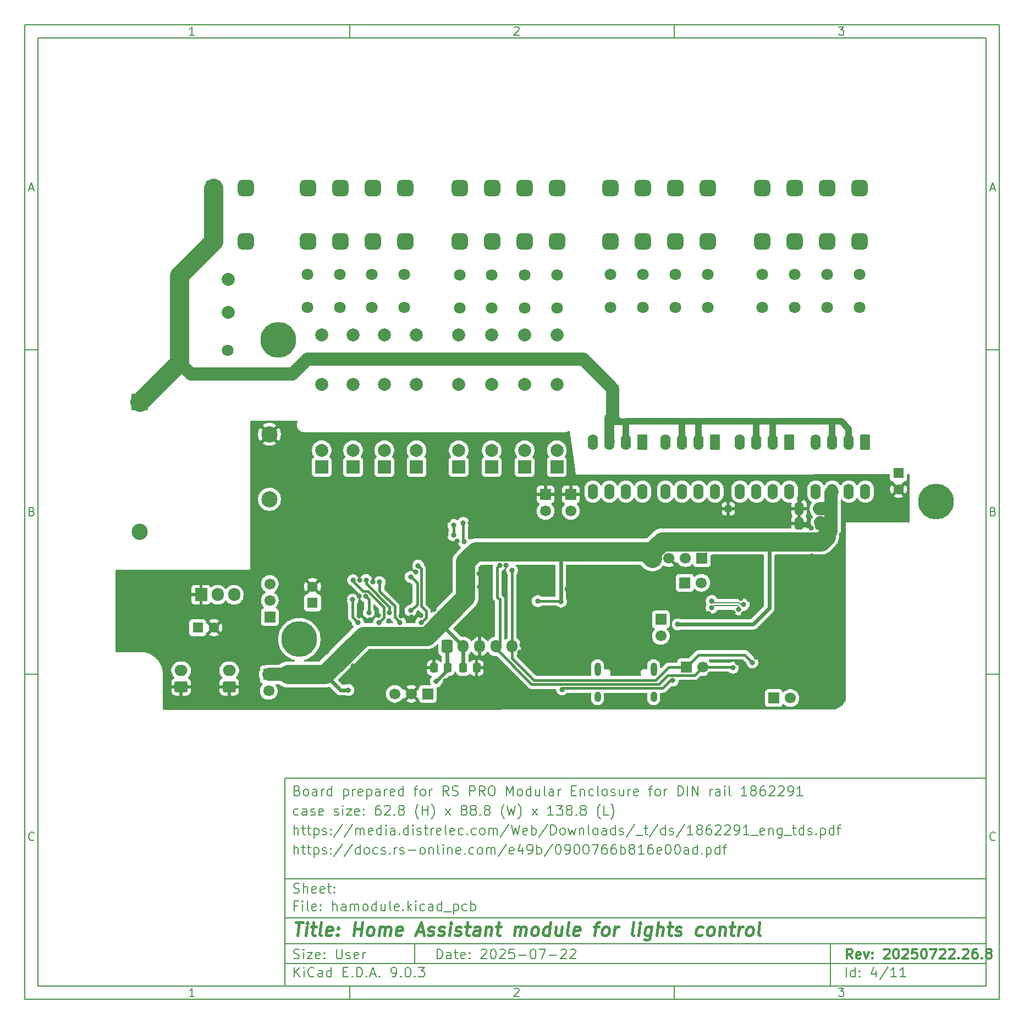
<source format=gbl>
%TF.GenerationSoftware,KiCad,Pcbnew,9.0.3*%
%TF.CreationDate,2025-07-28T22:00:09+02:00*%
%TF.ProjectId,hamodule,68616d6f-6475-46c6-952e-6b696361645f,20250722.26.8*%
%TF.SameCoordinates,Original*%
%TF.FileFunction,Copper,L4,Bot*%
%TF.FilePolarity,Positive*%
%FSLAX46Y46*%
G04 Gerber Fmt 4.6, Leading zero omitted, Abs format (unit mm)*
G04 Created by KiCad (PCBNEW 9.0.3) date 2025-07-28 22:00:09*
%MOMM*%
%LPD*%
G01*
G04 APERTURE LIST*
G04 Aperture macros list*
%AMRoundRect*
0 Rectangle with rounded corners*
0 $1 Rounding radius*
0 $2 $3 $4 $5 $6 $7 $8 $9 X,Y pos of 4 corners*
0 Add a 4 corners polygon primitive as box body*
4,1,4,$2,$3,$4,$5,$6,$7,$8,$9,$2,$3,0*
0 Add four circle primitives for the rounded corners*
1,1,$1+$1,$2,$3*
1,1,$1+$1,$4,$5*
1,1,$1+$1,$6,$7*
1,1,$1+$1,$8,$9*
0 Add four rect primitives between the rounded corners*
20,1,$1+$1,$2,$3,$4,$5,0*
20,1,$1+$1,$4,$5,$6,$7,0*
20,1,$1+$1,$6,$7,$8,$9,0*
20,1,$1+$1,$8,$9,$2,$3,0*%
G04 Aperture macros list end*
%ADD10C,0.100000*%
%ADD11C,0.150000*%
%ADD12C,0.300000*%
%ADD13C,0.400000*%
%TA.AperFunction,EtchedComponent*%
%ADD14C,0.000000*%
%TD*%
%TA.AperFunction,ComponentPad*%
%ADD15C,2.000000*%
%TD*%
%TA.AperFunction,ComponentPad*%
%ADD16C,1.800000*%
%TD*%
%TA.AperFunction,ComponentPad*%
%ADD17C,5.500000*%
%TD*%
%TA.AperFunction,ComponentPad*%
%ADD18C,1.700000*%
%TD*%
%TA.AperFunction,ComponentPad*%
%ADD19R,1.700000X1.700000*%
%TD*%
%TA.AperFunction,ComponentPad*%
%ADD20RoundRect,0.250000X0.750000X-0.600000X0.750000X0.600000X-0.750000X0.600000X-0.750000X-0.600000X0*%
%TD*%
%TA.AperFunction,ComponentPad*%
%ADD21O,2.000000X1.700000*%
%TD*%
%TA.AperFunction,ComponentPad*%
%ADD22R,2.500000X2.500000*%
%TD*%
%TA.AperFunction,ComponentPad*%
%ADD23C,2.500000*%
%TD*%
%TA.AperFunction,ComponentPad*%
%ADD24R,1.905000X2.000000*%
%TD*%
%TA.AperFunction,ComponentPad*%
%ADD25O,1.905000X2.000000*%
%TD*%
%TA.AperFunction,ComponentPad*%
%ADD26RoundRect,0.625000X0.625000X0.625000X-0.625000X0.625000X-0.625000X-0.625000X0.625000X-0.625000X0*%
%TD*%
%TA.AperFunction,ComponentPad*%
%ADD27RoundRect,0.250000X-0.550000X0.950000X-0.550000X-0.950000X0.550000X-0.950000X0.550000X0.950000X0*%
%TD*%
%TA.AperFunction,ComponentPad*%
%ADD28O,1.600000X2.400000*%
%TD*%
%TA.AperFunction,ComponentPad*%
%ADD29R,1.600000X1.600000*%
%TD*%
%TA.AperFunction,ComponentPad*%
%ADD30C,1.600000*%
%TD*%
%TA.AperFunction,ComponentPad*%
%ADD31R,2.000000X2.000000*%
%TD*%
%TA.AperFunction,ComponentPad*%
%ADD32R,1.000000X1.000000*%
%TD*%
%TA.AperFunction,ComponentPad*%
%ADD33O,1.000000X2.100000*%
%TD*%
%TA.AperFunction,ComponentPad*%
%ADD34O,1.000000X1.600000*%
%TD*%
%TA.AperFunction,ComponentPad*%
%ADD35RoundRect,0.250000X-0.600000X-0.725000X0.600000X-0.725000X0.600000X0.725000X-0.600000X0.725000X0*%
%TD*%
%TA.AperFunction,ComponentPad*%
%ADD36O,1.700000X1.950000*%
%TD*%
%TA.AperFunction,SMDPad,CuDef*%
%ADD37RoundRect,0.250000X0.412500X0.650000X-0.412500X0.650000X-0.412500X-0.650000X0.412500X-0.650000X0*%
%TD*%
%TA.AperFunction,SMDPad,CuDef*%
%ADD38RoundRect,0.250000X0.337500X0.475000X-0.337500X0.475000X-0.337500X-0.475000X0.337500X-0.475000X0*%
%TD*%
%TA.AperFunction,SMDPad,CuDef*%
%ADD39RoundRect,0.250000X-0.337500X-0.475000X0.337500X-0.475000X0.337500X0.475000X-0.337500X0.475000X0*%
%TD*%
%TA.AperFunction,SMDPad,CuDef*%
%ADD40C,2.000000*%
%TD*%
%TA.AperFunction,ViaPad*%
%ADD41C,0.800000*%
%TD*%
%TA.AperFunction,Conductor*%
%ADD42C,3.000000*%
%TD*%
%TA.AperFunction,Conductor*%
%ADD43C,0.600000*%
%TD*%
%TA.AperFunction,Conductor*%
%ADD44C,2.000000*%
%TD*%
%TA.AperFunction,Conductor*%
%ADD45C,0.400000*%
%TD*%
%TA.AperFunction,Conductor*%
%ADD46C,1.000000*%
%TD*%
%TA.AperFunction,Conductor*%
%ADD47C,1.500000*%
%TD*%
%TA.AperFunction,Conductor*%
%ADD48C,0.200000*%
%TD*%
G04 APERTURE END LIST*
D10*
D11*
X50002000Y-126002000D02*
X158002000Y-126002000D01*
X158002000Y-158002000D01*
X50002000Y-158002000D01*
X50002000Y-126002000D01*
D10*
D11*
X10000000Y-10000000D02*
X160002000Y-10000000D01*
X160002000Y-160002000D01*
X10000000Y-160002000D01*
X10000000Y-10000000D01*
D10*
D11*
X12000000Y-12000000D02*
X158002000Y-12000000D01*
X158002000Y-158002000D01*
X12000000Y-158002000D01*
X12000000Y-12000000D01*
D10*
D11*
X60000000Y-12000000D02*
X60000000Y-10000000D01*
D10*
D11*
X110000000Y-12000000D02*
X110000000Y-10000000D01*
D10*
D11*
X160000000Y-12000000D02*
X160000000Y-10000000D01*
D10*
D11*
X36089160Y-11593604D02*
X35346303Y-11593604D01*
X35717731Y-11593604D02*
X35717731Y-10293604D01*
X35717731Y-10293604D02*
X35593922Y-10479319D01*
X35593922Y-10479319D02*
X35470112Y-10603128D01*
X35470112Y-10603128D02*
X35346303Y-10665033D01*
D10*
D11*
X85346303Y-10417414D02*
X85408207Y-10355509D01*
X85408207Y-10355509D02*
X85532017Y-10293604D01*
X85532017Y-10293604D02*
X85841541Y-10293604D01*
X85841541Y-10293604D02*
X85965350Y-10355509D01*
X85965350Y-10355509D02*
X86027255Y-10417414D01*
X86027255Y-10417414D02*
X86089160Y-10541223D01*
X86089160Y-10541223D02*
X86089160Y-10665033D01*
X86089160Y-10665033D02*
X86027255Y-10850747D01*
X86027255Y-10850747D02*
X85284398Y-11593604D01*
X85284398Y-11593604D02*
X86089160Y-11593604D01*
D10*
D11*
X135284398Y-10293604D02*
X136089160Y-10293604D01*
X136089160Y-10293604D02*
X135655826Y-10788842D01*
X135655826Y-10788842D02*
X135841541Y-10788842D01*
X135841541Y-10788842D02*
X135965350Y-10850747D01*
X135965350Y-10850747D02*
X136027255Y-10912652D01*
X136027255Y-10912652D02*
X136089160Y-11036461D01*
X136089160Y-11036461D02*
X136089160Y-11345985D01*
X136089160Y-11345985D02*
X136027255Y-11469795D01*
X136027255Y-11469795D02*
X135965350Y-11531700D01*
X135965350Y-11531700D02*
X135841541Y-11593604D01*
X135841541Y-11593604D02*
X135470112Y-11593604D01*
X135470112Y-11593604D02*
X135346303Y-11531700D01*
X135346303Y-11531700D02*
X135284398Y-11469795D01*
D10*
D11*
X60000000Y-158002000D02*
X60000000Y-160002000D01*
D10*
D11*
X110000000Y-158002000D02*
X110000000Y-160002000D01*
D10*
D11*
X160000000Y-158002000D02*
X160000000Y-160002000D01*
D10*
D11*
X36089160Y-159595604D02*
X35346303Y-159595604D01*
X35717731Y-159595604D02*
X35717731Y-158295604D01*
X35717731Y-158295604D02*
X35593922Y-158481319D01*
X35593922Y-158481319D02*
X35470112Y-158605128D01*
X35470112Y-158605128D02*
X35346303Y-158667033D01*
D10*
D11*
X85346303Y-158419414D02*
X85408207Y-158357509D01*
X85408207Y-158357509D02*
X85532017Y-158295604D01*
X85532017Y-158295604D02*
X85841541Y-158295604D01*
X85841541Y-158295604D02*
X85965350Y-158357509D01*
X85965350Y-158357509D02*
X86027255Y-158419414D01*
X86027255Y-158419414D02*
X86089160Y-158543223D01*
X86089160Y-158543223D02*
X86089160Y-158667033D01*
X86089160Y-158667033D02*
X86027255Y-158852747D01*
X86027255Y-158852747D02*
X85284398Y-159595604D01*
X85284398Y-159595604D02*
X86089160Y-159595604D01*
D10*
D11*
X135284398Y-158295604D02*
X136089160Y-158295604D01*
X136089160Y-158295604D02*
X135655826Y-158790842D01*
X135655826Y-158790842D02*
X135841541Y-158790842D01*
X135841541Y-158790842D02*
X135965350Y-158852747D01*
X135965350Y-158852747D02*
X136027255Y-158914652D01*
X136027255Y-158914652D02*
X136089160Y-159038461D01*
X136089160Y-159038461D02*
X136089160Y-159347985D01*
X136089160Y-159347985D02*
X136027255Y-159471795D01*
X136027255Y-159471795D02*
X135965350Y-159533700D01*
X135965350Y-159533700D02*
X135841541Y-159595604D01*
X135841541Y-159595604D02*
X135470112Y-159595604D01*
X135470112Y-159595604D02*
X135346303Y-159533700D01*
X135346303Y-159533700D02*
X135284398Y-159471795D01*
D10*
D11*
X10000000Y-60000000D02*
X12000000Y-60000000D01*
D10*
D11*
X10000000Y-110000000D02*
X12000000Y-110000000D01*
D10*
D11*
X10000000Y-160000000D02*
X12000000Y-160000000D01*
D10*
D11*
X10690476Y-35222176D02*
X11309523Y-35222176D01*
X10566666Y-35593604D02*
X10999999Y-34293604D01*
X10999999Y-34293604D02*
X11433333Y-35593604D01*
D10*
D11*
X11092857Y-84912652D02*
X11278571Y-84974557D01*
X11278571Y-84974557D02*
X11340476Y-85036461D01*
X11340476Y-85036461D02*
X11402380Y-85160271D01*
X11402380Y-85160271D02*
X11402380Y-85345985D01*
X11402380Y-85345985D02*
X11340476Y-85469795D01*
X11340476Y-85469795D02*
X11278571Y-85531700D01*
X11278571Y-85531700D02*
X11154761Y-85593604D01*
X11154761Y-85593604D02*
X10659523Y-85593604D01*
X10659523Y-85593604D02*
X10659523Y-84293604D01*
X10659523Y-84293604D02*
X11092857Y-84293604D01*
X11092857Y-84293604D02*
X11216666Y-84355509D01*
X11216666Y-84355509D02*
X11278571Y-84417414D01*
X11278571Y-84417414D02*
X11340476Y-84541223D01*
X11340476Y-84541223D02*
X11340476Y-84665033D01*
X11340476Y-84665033D02*
X11278571Y-84788842D01*
X11278571Y-84788842D02*
X11216666Y-84850747D01*
X11216666Y-84850747D02*
X11092857Y-84912652D01*
X11092857Y-84912652D02*
X10659523Y-84912652D01*
D10*
D11*
X11402380Y-135469795D02*
X11340476Y-135531700D01*
X11340476Y-135531700D02*
X11154761Y-135593604D01*
X11154761Y-135593604D02*
X11030952Y-135593604D01*
X11030952Y-135593604D02*
X10845238Y-135531700D01*
X10845238Y-135531700D02*
X10721428Y-135407890D01*
X10721428Y-135407890D02*
X10659523Y-135284080D01*
X10659523Y-135284080D02*
X10597619Y-135036461D01*
X10597619Y-135036461D02*
X10597619Y-134850747D01*
X10597619Y-134850747D02*
X10659523Y-134603128D01*
X10659523Y-134603128D02*
X10721428Y-134479319D01*
X10721428Y-134479319D02*
X10845238Y-134355509D01*
X10845238Y-134355509D02*
X11030952Y-134293604D01*
X11030952Y-134293604D02*
X11154761Y-134293604D01*
X11154761Y-134293604D02*
X11340476Y-134355509D01*
X11340476Y-134355509D02*
X11402380Y-134417414D01*
D10*
D11*
X160002000Y-60000000D02*
X158002000Y-60000000D01*
D10*
D11*
X160002000Y-110000000D02*
X158002000Y-110000000D01*
D10*
D11*
X160002000Y-160000000D02*
X158002000Y-160000000D01*
D10*
D11*
X158692476Y-35222176D02*
X159311523Y-35222176D01*
X158568666Y-35593604D02*
X159001999Y-34293604D01*
X159001999Y-34293604D02*
X159435333Y-35593604D01*
D10*
D11*
X159094857Y-84912652D02*
X159280571Y-84974557D01*
X159280571Y-84974557D02*
X159342476Y-85036461D01*
X159342476Y-85036461D02*
X159404380Y-85160271D01*
X159404380Y-85160271D02*
X159404380Y-85345985D01*
X159404380Y-85345985D02*
X159342476Y-85469795D01*
X159342476Y-85469795D02*
X159280571Y-85531700D01*
X159280571Y-85531700D02*
X159156761Y-85593604D01*
X159156761Y-85593604D02*
X158661523Y-85593604D01*
X158661523Y-85593604D02*
X158661523Y-84293604D01*
X158661523Y-84293604D02*
X159094857Y-84293604D01*
X159094857Y-84293604D02*
X159218666Y-84355509D01*
X159218666Y-84355509D02*
X159280571Y-84417414D01*
X159280571Y-84417414D02*
X159342476Y-84541223D01*
X159342476Y-84541223D02*
X159342476Y-84665033D01*
X159342476Y-84665033D02*
X159280571Y-84788842D01*
X159280571Y-84788842D02*
X159218666Y-84850747D01*
X159218666Y-84850747D02*
X159094857Y-84912652D01*
X159094857Y-84912652D02*
X158661523Y-84912652D01*
D10*
D11*
X159404380Y-135469795D02*
X159342476Y-135531700D01*
X159342476Y-135531700D02*
X159156761Y-135593604D01*
X159156761Y-135593604D02*
X159032952Y-135593604D01*
X159032952Y-135593604D02*
X158847238Y-135531700D01*
X158847238Y-135531700D02*
X158723428Y-135407890D01*
X158723428Y-135407890D02*
X158661523Y-135284080D01*
X158661523Y-135284080D02*
X158599619Y-135036461D01*
X158599619Y-135036461D02*
X158599619Y-134850747D01*
X158599619Y-134850747D02*
X158661523Y-134603128D01*
X158661523Y-134603128D02*
X158723428Y-134479319D01*
X158723428Y-134479319D02*
X158847238Y-134355509D01*
X158847238Y-134355509D02*
X159032952Y-134293604D01*
X159032952Y-134293604D02*
X159156761Y-134293604D01*
X159156761Y-134293604D02*
X159342476Y-134355509D01*
X159342476Y-134355509D02*
X159404380Y-134417414D01*
D10*
D11*
X73457826Y-153788128D02*
X73457826Y-152288128D01*
X73457826Y-152288128D02*
X73814969Y-152288128D01*
X73814969Y-152288128D02*
X74029255Y-152359557D01*
X74029255Y-152359557D02*
X74172112Y-152502414D01*
X74172112Y-152502414D02*
X74243541Y-152645271D01*
X74243541Y-152645271D02*
X74314969Y-152930985D01*
X74314969Y-152930985D02*
X74314969Y-153145271D01*
X74314969Y-153145271D02*
X74243541Y-153430985D01*
X74243541Y-153430985D02*
X74172112Y-153573842D01*
X74172112Y-153573842D02*
X74029255Y-153716700D01*
X74029255Y-153716700D02*
X73814969Y-153788128D01*
X73814969Y-153788128D02*
X73457826Y-153788128D01*
X75600684Y-153788128D02*
X75600684Y-153002414D01*
X75600684Y-153002414D02*
X75529255Y-152859557D01*
X75529255Y-152859557D02*
X75386398Y-152788128D01*
X75386398Y-152788128D02*
X75100684Y-152788128D01*
X75100684Y-152788128D02*
X74957826Y-152859557D01*
X75600684Y-153716700D02*
X75457826Y-153788128D01*
X75457826Y-153788128D02*
X75100684Y-153788128D01*
X75100684Y-153788128D02*
X74957826Y-153716700D01*
X74957826Y-153716700D02*
X74886398Y-153573842D01*
X74886398Y-153573842D02*
X74886398Y-153430985D01*
X74886398Y-153430985D02*
X74957826Y-153288128D01*
X74957826Y-153288128D02*
X75100684Y-153216700D01*
X75100684Y-153216700D02*
X75457826Y-153216700D01*
X75457826Y-153216700D02*
X75600684Y-153145271D01*
X76100684Y-152788128D02*
X76672112Y-152788128D01*
X76314969Y-152288128D02*
X76314969Y-153573842D01*
X76314969Y-153573842D02*
X76386398Y-153716700D01*
X76386398Y-153716700D02*
X76529255Y-153788128D01*
X76529255Y-153788128D02*
X76672112Y-153788128D01*
X77743541Y-153716700D02*
X77600684Y-153788128D01*
X77600684Y-153788128D02*
X77314970Y-153788128D01*
X77314970Y-153788128D02*
X77172112Y-153716700D01*
X77172112Y-153716700D02*
X77100684Y-153573842D01*
X77100684Y-153573842D02*
X77100684Y-153002414D01*
X77100684Y-153002414D02*
X77172112Y-152859557D01*
X77172112Y-152859557D02*
X77314970Y-152788128D01*
X77314970Y-152788128D02*
X77600684Y-152788128D01*
X77600684Y-152788128D02*
X77743541Y-152859557D01*
X77743541Y-152859557D02*
X77814970Y-153002414D01*
X77814970Y-153002414D02*
X77814970Y-153145271D01*
X77814970Y-153145271D02*
X77100684Y-153288128D01*
X78457826Y-153645271D02*
X78529255Y-153716700D01*
X78529255Y-153716700D02*
X78457826Y-153788128D01*
X78457826Y-153788128D02*
X78386398Y-153716700D01*
X78386398Y-153716700D02*
X78457826Y-153645271D01*
X78457826Y-153645271D02*
X78457826Y-153788128D01*
X78457826Y-152859557D02*
X78529255Y-152930985D01*
X78529255Y-152930985D02*
X78457826Y-153002414D01*
X78457826Y-153002414D02*
X78386398Y-152930985D01*
X78386398Y-152930985D02*
X78457826Y-152859557D01*
X78457826Y-152859557D02*
X78457826Y-153002414D01*
X80243541Y-152430985D02*
X80314969Y-152359557D01*
X80314969Y-152359557D02*
X80457827Y-152288128D01*
X80457827Y-152288128D02*
X80814969Y-152288128D01*
X80814969Y-152288128D02*
X80957827Y-152359557D01*
X80957827Y-152359557D02*
X81029255Y-152430985D01*
X81029255Y-152430985D02*
X81100684Y-152573842D01*
X81100684Y-152573842D02*
X81100684Y-152716700D01*
X81100684Y-152716700D02*
X81029255Y-152930985D01*
X81029255Y-152930985D02*
X80172112Y-153788128D01*
X80172112Y-153788128D02*
X81100684Y-153788128D01*
X82029255Y-152288128D02*
X82172112Y-152288128D01*
X82172112Y-152288128D02*
X82314969Y-152359557D01*
X82314969Y-152359557D02*
X82386398Y-152430985D01*
X82386398Y-152430985D02*
X82457826Y-152573842D01*
X82457826Y-152573842D02*
X82529255Y-152859557D01*
X82529255Y-152859557D02*
X82529255Y-153216700D01*
X82529255Y-153216700D02*
X82457826Y-153502414D01*
X82457826Y-153502414D02*
X82386398Y-153645271D01*
X82386398Y-153645271D02*
X82314969Y-153716700D01*
X82314969Y-153716700D02*
X82172112Y-153788128D01*
X82172112Y-153788128D02*
X82029255Y-153788128D01*
X82029255Y-153788128D02*
X81886398Y-153716700D01*
X81886398Y-153716700D02*
X81814969Y-153645271D01*
X81814969Y-153645271D02*
X81743540Y-153502414D01*
X81743540Y-153502414D02*
X81672112Y-153216700D01*
X81672112Y-153216700D02*
X81672112Y-152859557D01*
X81672112Y-152859557D02*
X81743540Y-152573842D01*
X81743540Y-152573842D02*
X81814969Y-152430985D01*
X81814969Y-152430985D02*
X81886398Y-152359557D01*
X81886398Y-152359557D02*
X82029255Y-152288128D01*
X83100683Y-152430985D02*
X83172111Y-152359557D01*
X83172111Y-152359557D02*
X83314969Y-152288128D01*
X83314969Y-152288128D02*
X83672111Y-152288128D01*
X83672111Y-152288128D02*
X83814969Y-152359557D01*
X83814969Y-152359557D02*
X83886397Y-152430985D01*
X83886397Y-152430985D02*
X83957826Y-152573842D01*
X83957826Y-152573842D02*
X83957826Y-152716700D01*
X83957826Y-152716700D02*
X83886397Y-152930985D01*
X83886397Y-152930985D02*
X83029254Y-153788128D01*
X83029254Y-153788128D02*
X83957826Y-153788128D01*
X85314968Y-152288128D02*
X84600682Y-152288128D01*
X84600682Y-152288128D02*
X84529254Y-153002414D01*
X84529254Y-153002414D02*
X84600682Y-152930985D01*
X84600682Y-152930985D02*
X84743540Y-152859557D01*
X84743540Y-152859557D02*
X85100682Y-152859557D01*
X85100682Y-152859557D02*
X85243540Y-152930985D01*
X85243540Y-152930985D02*
X85314968Y-153002414D01*
X85314968Y-153002414D02*
X85386397Y-153145271D01*
X85386397Y-153145271D02*
X85386397Y-153502414D01*
X85386397Y-153502414D02*
X85314968Y-153645271D01*
X85314968Y-153645271D02*
X85243540Y-153716700D01*
X85243540Y-153716700D02*
X85100682Y-153788128D01*
X85100682Y-153788128D02*
X84743540Y-153788128D01*
X84743540Y-153788128D02*
X84600682Y-153716700D01*
X84600682Y-153716700D02*
X84529254Y-153645271D01*
X86029253Y-153216700D02*
X87172111Y-153216700D01*
X88172111Y-152288128D02*
X88314968Y-152288128D01*
X88314968Y-152288128D02*
X88457825Y-152359557D01*
X88457825Y-152359557D02*
X88529254Y-152430985D01*
X88529254Y-152430985D02*
X88600682Y-152573842D01*
X88600682Y-152573842D02*
X88672111Y-152859557D01*
X88672111Y-152859557D02*
X88672111Y-153216700D01*
X88672111Y-153216700D02*
X88600682Y-153502414D01*
X88600682Y-153502414D02*
X88529254Y-153645271D01*
X88529254Y-153645271D02*
X88457825Y-153716700D01*
X88457825Y-153716700D02*
X88314968Y-153788128D01*
X88314968Y-153788128D02*
X88172111Y-153788128D01*
X88172111Y-153788128D02*
X88029254Y-153716700D01*
X88029254Y-153716700D02*
X87957825Y-153645271D01*
X87957825Y-153645271D02*
X87886396Y-153502414D01*
X87886396Y-153502414D02*
X87814968Y-153216700D01*
X87814968Y-153216700D02*
X87814968Y-152859557D01*
X87814968Y-152859557D02*
X87886396Y-152573842D01*
X87886396Y-152573842D02*
X87957825Y-152430985D01*
X87957825Y-152430985D02*
X88029254Y-152359557D01*
X88029254Y-152359557D02*
X88172111Y-152288128D01*
X89172110Y-152288128D02*
X90172110Y-152288128D01*
X90172110Y-152288128D02*
X89529253Y-153788128D01*
X90743538Y-153216700D02*
X91886396Y-153216700D01*
X92529253Y-152430985D02*
X92600681Y-152359557D01*
X92600681Y-152359557D02*
X92743539Y-152288128D01*
X92743539Y-152288128D02*
X93100681Y-152288128D01*
X93100681Y-152288128D02*
X93243539Y-152359557D01*
X93243539Y-152359557D02*
X93314967Y-152430985D01*
X93314967Y-152430985D02*
X93386396Y-152573842D01*
X93386396Y-152573842D02*
X93386396Y-152716700D01*
X93386396Y-152716700D02*
X93314967Y-152930985D01*
X93314967Y-152930985D02*
X92457824Y-153788128D01*
X92457824Y-153788128D02*
X93386396Y-153788128D01*
X93957824Y-152430985D02*
X94029252Y-152359557D01*
X94029252Y-152359557D02*
X94172110Y-152288128D01*
X94172110Y-152288128D02*
X94529252Y-152288128D01*
X94529252Y-152288128D02*
X94672110Y-152359557D01*
X94672110Y-152359557D02*
X94743538Y-152430985D01*
X94743538Y-152430985D02*
X94814967Y-152573842D01*
X94814967Y-152573842D02*
X94814967Y-152716700D01*
X94814967Y-152716700D02*
X94743538Y-152930985D01*
X94743538Y-152930985D02*
X93886395Y-153788128D01*
X93886395Y-153788128D02*
X94814967Y-153788128D01*
D10*
D11*
X50002000Y-154502000D02*
X158002000Y-154502000D01*
D10*
D11*
X51457826Y-156588128D02*
X51457826Y-155088128D01*
X52314969Y-156588128D02*
X51672112Y-155730985D01*
X52314969Y-155088128D02*
X51457826Y-155945271D01*
X52957826Y-156588128D02*
X52957826Y-155588128D01*
X52957826Y-155088128D02*
X52886398Y-155159557D01*
X52886398Y-155159557D02*
X52957826Y-155230985D01*
X52957826Y-155230985D02*
X53029255Y-155159557D01*
X53029255Y-155159557D02*
X52957826Y-155088128D01*
X52957826Y-155088128D02*
X52957826Y-155230985D01*
X54529255Y-156445271D02*
X54457827Y-156516700D01*
X54457827Y-156516700D02*
X54243541Y-156588128D01*
X54243541Y-156588128D02*
X54100684Y-156588128D01*
X54100684Y-156588128D02*
X53886398Y-156516700D01*
X53886398Y-156516700D02*
X53743541Y-156373842D01*
X53743541Y-156373842D02*
X53672112Y-156230985D01*
X53672112Y-156230985D02*
X53600684Y-155945271D01*
X53600684Y-155945271D02*
X53600684Y-155730985D01*
X53600684Y-155730985D02*
X53672112Y-155445271D01*
X53672112Y-155445271D02*
X53743541Y-155302414D01*
X53743541Y-155302414D02*
X53886398Y-155159557D01*
X53886398Y-155159557D02*
X54100684Y-155088128D01*
X54100684Y-155088128D02*
X54243541Y-155088128D01*
X54243541Y-155088128D02*
X54457827Y-155159557D01*
X54457827Y-155159557D02*
X54529255Y-155230985D01*
X55814970Y-156588128D02*
X55814970Y-155802414D01*
X55814970Y-155802414D02*
X55743541Y-155659557D01*
X55743541Y-155659557D02*
X55600684Y-155588128D01*
X55600684Y-155588128D02*
X55314970Y-155588128D01*
X55314970Y-155588128D02*
X55172112Y-155659557D01*
X55814970Y-156516700D02*
X55672112Y-156588128D01*
X55672112Y-156588128D02*
X55314970Y-156588128D01*
X55314970Y-156588128D02*
X55172112Y-156516700D01*
X55172112Y-156516700D02*
X55100684Y-156373842D01*
X55100684Y-156373842D02*
X55100684Y-156230985D01*
X55100684Y-156230985D02*
X55172112Y-156088128D01*
X55172112Y-156088128D02*
X55314970Y-156016700D01*
X55314970Y-156016700D02*
X55672112Y-156016700D01*
X55672112Y-156016700D02*
X55814970Y-155945271D01*
X57172113Y-156588128D02*
X57172113Y-155088128D01*
X57172113Y-156516700D02*
X57029255Y-156588128D01*
X57029255Y-156588128D02*
X56743541Y-156588128D01*
X56743541Y-156588128D02*
X56600684Y-156516700D01*
X56600684Y-156516700D02*
X56529255Y-156445271D01*
X56529255Y-156445271D02*
X56457827Y-156302414D01*
X56457827Y-156302414D02*
X56457827Y-155873842D01*
X56457827Y-155873842D02*
X56529255Y-155730985D01*
X56529255Y-155730985D02*
X56600684Y-155659557D01*
X56600684Y-155659557D02*
X56743541Y-155588128D01*
X56743541Y-155588128D02*
X57029255Y-155588128D01*
X57029255Y-155588128D02*
X57172113Y-155659557D01*
X59029255Y-155802414D02*
X59529255Y-155802414D01*
X59743541Y-156588128D02*
X59029255Y-156588128D01*
X59029255Y-156588128D02*
X59029255Y-155088128D01*
X59029255Y-155088128D02*
X59743541Y-155088128D01*
X60386398Y-156445271D02*
X60457827Y-156516700D01*
X60457827Y-156516700D02*
X60386398Y-156588128D01*
X60386398Y-156588128D02*
X60314970Y-156516700D01*
X60314970Y-156516700D02*
X60386398Y-156445271D01*
X60386398Y-156445271D02*
X60386398Y-156588128D01*
X61100684Y-156588128D02*
X61100684Y-155088128D01*
X61100684Y-155088128D02*
X61457827Y-155088128D01*
X61457827Y-155088128D02*
X61672113Y-155159557D01*
X61672113Y-155159557D02*
X61814970Y-155302414D01*
X61814970Y-155302414D02*
X61886399Y-155445271D01*
X61886399Y-155445271D02*
X61957827Y-155730985D01*
X61957827Y-155730985D02*
X61957827Y-155945271D01*
X61957827Y-155945271D02*
X61886399Y-156230985D01*
X61886399Y-156230985D02*
X61814970Y-156373842D01*
X61814970Y-156373842D02*
X61672113Y-156516700D01*
X61672113Y-156516700D02*
X61457827Y-156588128D01*
X61457827Y-156588128D02*
X61100684Y-156588128D01*
X62600684Y-156445271D02*
X62672113Y-156516700D01*
X62672113Y-156516700D02*
X62600684Y-156588128D01*
X62600684Y-156588128D02*
X62529256Y-156516700D01*
X62529256Y-156516700D02*
X62600684Y-156445271D01*
X62600684Y-156445271D02*
X62600684Y-156588128D01*
X63243542Y-156159557D02*
X63957828Y-156159557D01*
X63100685Y-156588128D02*
X63600685Y-155088128D01*
X63600685Y-155088128D02*
X64100685Y-156588128D01*
X64600684Y-156445271D02*
X64672113Y-156516700D01*
X64672113Y-156516700D02*
X64600684Y-156588128D01*
X64600684Y-156588128D02*
X64529256Y-156516700D01*
X64529256Y-156516700D02*
X64600684Y-156445271D01*
X64600684Y-156445271D02*
X64600684Y-156588128D01*
X66529256Y-156588128D02*
X66814970Y-156588128D01*
X66814970Y-156588128D02*
X66957827Y-156516700D01*
X66957827Y-156516700D02*
X67029256Y-156445271D01*
X67029256Y-156445271D02*
X67172113Y-156230985D01*
X67172113Y-156230985D02*
X67243542Y-155945271D01*
X67243542Y-155945271D02*
X67243542Y-155373842D01*
X67243542Y-155373842D02*
X67172113Y-155230985D01*
X67172113Y-155230985D02*
X67100685Y-155159557D01*
X67100685Y-155159557D02*
X66957827Y-155088128D01*
X66957827Y-155088128D02*
X66672113Y-155088128D01*
X66672113Y-155088128D02*
X66529256Y-155159557D01*
X66529256Y-155159557D02*
X66457827Y-155230985D01*
X66457827Y-155230985D02*
X66386399Y-155373842D01*
X66386399Y-155373842D02*
X66386399Y-155730985D01*
X66386399Y-155730985D02*
X66457827Y-155873842D01*
X66457827Y-155873842D02*
X66529256Y-155945271D01*
X66529256Y-155945271D02*
X66672113Y-156016700D01*
X66672113Y-156016700D02*
X66957827Y-156016700D01*
X66957827Y-156016700D02*
X67100685Y-155945271D01*
X67100685Y-155945271D02*
X67172113Y-155873842D01*
X67172113Y-155873842D02*
X67243542Y-155730985D01*
X67886398Y-156445271D02*
X67957827Y-156516700D01*
X67957827Y-156516700D02*
X67886398Y-156588128D01*
X67886398Y-156588128D02*
X67814970Y-156516700D01*
X67814970Y-156516700D02*
X67886398Y-156445271D01*
X67886398Y-156445271D02*
X67886398Y-156588128D01*
X68886399Y-155088128D02*
X69029256Y-155088128D01*
X69029256Y-155088128D02*
X69172113Y-155159557D01*
X69172113Y-155159557D02*
X69243542Y-155230985D01*
X69243542Y-155230985D02*
X69314970Y-155373842D01*
X69314970Y-155373842D02*
X69386399Y-155659557D01*
X69386399Y-155659557D02*
X69386399Y-156016700D01*
X69386399Y-156016700D02*
X69314970Y-156302414D01*
X69314970Y-156302414D02*
X69243542Y-156445271D01*
X69243542Y-156445271D02*
X69172113Y-156516700D01*
X69172113Y-156516700D02*
X69029256Y-156588128D01*
X69029256Y-156588128D02*
X68886399Y-156588128D01*
X68886399Y-156588128D02*
X68743542Y-156516700D01*
X68743542Y-156516700D02*
X68672113Y-156445271D01*
X68672113Y-156445271D02*
X68600684Y-156302414D01*
X68600684Y-156302414D02*
X68529256Y-156016700D01*
X68529256Y-156016700D02*
X68529256Y-155659557D01*
X68529256Y-155659557D02*
X68600684Y-155373842D01*
X68600684Y-155373842D02*
X68672113Y-155230985D01*
X68672113Y-155230985D02*
X68743542Y-155159557D01*
X68743542Y-155159557D02*
X68886399Y-155088128D01*
X70029255Y-156445271D02*
X70100684Y-156516700D01*
X70100684Y-156516700D02*
X70029255Y-156588128D01*
X70029255Y-156588128D02*
X69957827Y-156516700D01*
X69957827Y-156516700D02*
X70029255Y-156445271D01*
X70029255Y-156445271D02*
X70029255Y-156588128D01*
X70600684Y-155088128D02*
X71529256Y-155088128D01*
X71529256Y-155088128D02*
X71029256Y-155659557D01*
X71029256Y-155659557D02*
X71243541Y-155659557D01*
X71243541Y-155659557D02*
X71386399Y-155730985D01*
X71386399Y-155730985D02*
X71457827Y-155802414D01*
X71457827Y-155802414D02*
X71529256Y-155945271D01*
X71529256Y-155945271D02*
X71529256Y-156302414D01*
X71529256Y-156302414D02*
X71457827Y-156445271D01*
X71457827Y-156445271D02*
X71386399Y-156516700D01*
X71386399Y-156516700D02*
X71243541Y-156588128D01*
X71243541Y-156588128D02*
X70814970Y-156588128D01*
X70814970Y-156588128D02*
X70672113Y-156516700D01*
X70672113Y-156516700D02*
X70600684Y-156445271D01*
D10*
D11*
X50002000Y-151502000D02*
X158002000Y-151502000D01*
D10*
D12*
X137413653Y-153780328D02*
X136913653Y-153066042D01*
X136556510Y-153780328D02*
X136556510Y-152280328D01*
X136556510Y-152280328D02*
X137127939Y-152280328D01*
X137127939Y-152280328D02*
X137270796Y-152351757D01*
X137270796Y-152351757D02*
X137342225Y-152423185D01*
X137342225Y-152423185D02*
X137413653Y-152566042D01*
X137413653Y-152566042D02*
X137413653Y-152780328D01*
X137413653Y-152780328D02*
X137342225Y-152923185D01*
X137342225Y-152923185D02*
X137270796Y-152994614D01*
X137270796Y-152994614D02*
X137127939Y-153066042D01*
X137127939Y-153066042D02*
X136556510Y-153066042D01*
X138627939Y-153708900D02*
X138485082Y-153780328D01*
X138485082Y-153780328D02*
X138199368Y-153780328D01*
X138199368Y-153780328D02*
X138056510Y-153708900D01*
X138056510Y-153708900D02*
X137985082Y-153566042D01*
X137985082Y-153566042D02*
X137985082Y-152994614D01*
X137985082Y-152994614D02*
X138056510Y-152851757D01*
X138056510Y-152851757D02*
X138199368Y-152780328D01*
X138199368Y-152780328D02*
X138485082Y-152780328D01*
X138485082Y-152780328D02*
X138627939Y-152851757D01*
X138627939Y-152851757D02*
X138699368Y-152994614D01*
X138699368Y-152994614D02*
X138699368Y-153137471D01*
X138699368Y-153137471D02*
X137985082Y-153280328D01*
X139199367Y-152780328D02*
X139556510Y-153780328D01*
X139556510Y-153780328D02*
X139913653Y-152780328D01*
X140485081Y-153637471D02*
X140556510Y-153708900D01*
X140556510Y-153708900D02*
X140485081Y-153780328D01*
X140485081Y-153780328D02*
X140413653Y-153708900D01*
X140413653Y-153708900D02*
X140485081Y-153637471D01*
X140485081Y-153637471D02*
X140485081Y-153780328D01*
X140485081Y-152851757D02*
X140556510Y-152923185D01*
X140556510Y-152923185D02*
X140485081Y-152994614D01*
X140485081Y-152994614D02*
X140413653Y-152923185D01*
X140413653Y-152923185D02*
X140485081Y-152851757D01*
X140485081Y-152851757D02*
X140485081Y-152994614D01*
X142270796Y-152423185D02*
X142342224Y-152351757D01*
X142342224Y-152351757D02*
X142485082Y-152280328D01*
X142485082Y-152280328D02*
X142842224Y-152280328D01*
X142842224Y-152280328D02*
X142985082Y-152351757D01*
X142985082Y-152351757D02*
X143056510Y-152423185D01*
X143056510Y-152423185D02*
X143127939Y-152566042D01*
X143127939Y-152566042D02*
X143127939Y-152708900D01*
X143127939Y-152708900D02*
X143056510Y-152923185D01*
X143056510Y-152923185D02*
X142199367Y-153780328D01*
X142199367Y-153780328D02*
X143127939Y-153780328D01*
X144056510Y-152280328D02*
X144199367Y-152280328D01*
X144199367Y-152280328D02*
X144342224Y-152351757D01*
X144342224Y-152351757D02*
X144413653Y-152423185D01*
X144413653Y-152423185D02*
X144485081Y-152566042D01*
X144485081Y-152566042D02*
X144556510Y-152851757D01*
X144556510Y-152851757D02*
X144556510Y-153208900D01*
X144556510Y-153208900D02*
X144485081Y-153494614D01*
X144485081Y-153494614D02*
X144413653Y-153637471D01*
X144413653Y-153637471D02*
X144342224Y-153708900D01*
X144342224Y-153708900D02*
X144199367Y-153780328D01*
X144199367Y-153780328D02*
X144056510Y-153780328D01*
X144056510Y-153780328D02*
X143913653Y-153708900D01*
X143913653Y-153708900D02*
X143842224Y-153637471D01*
X143842224Y-153637471D02*
X143770795Y-153494614D01*
X143770795Y-153494614D02*
X143699367Y-153208900D01*
X143699367Y-153208900D02*
X143699367Y-152851757D01*
X143699367Y-152851757D02*
X143770795Y-152566042D01*
X143770795Y-152566042D02*
X143842224Y-152423185D01*
X143842224Y-152423185D02*
X143913653Y-152351757D01*
X143913653Y-152351757D02*
X144056510Y-152280328D01*
X145127938Y-152423185D02*
X145199366Y-152351757D01*
X145199366Y-152351757D02*
X145342224Y-152280328D01*
X145342224Y-152280328D02*
X145699366Y-152280328D01*
X145699366Y-152280328D02*
X145842224Y-152351757D01*
X145842224Y-152351757D02*
X145913652Y-152423185D01*
X145913652Y-152423185D02*
X145985081Y-152566042D01*
X145985081Y-152566042D02*
X145985081Y-152708900D01*
X145985081Y-152708900D02*
X145913652Y-152923185D01*
X145913652Y-152923185D02*
X145056509Y-153780328D01*
X145056509Y-153780328D02*
X145985081Y-153780328D01*
X147342223Y-152280328D02*
X146627937Y-152280328D01*
X146627937Y-152280328D02*
X146556509Y-152994614D01*
X146556509Y-152994614D02*
X146627937Y-152923185D01*
X146627937Y-152923185D02*
X146770795Y-152851757D01*
X146770795Y-152851757D02*
X147127937Y-152851757D01*
X147127937Y-152851757D02*
X147270795Y-152923185D01*
X147270795Y-152923185D02*
X147342223Y-152994614D01*
X147342223Y-152994614D02*
X147413652Y-153137471D01*
X147413652Y-153137471D02*
X147413652Y-153494614D01*
X147413652Y-153494614D02*
X147342223Y-153637471D01*
X147342223Y-153637471D02*
X147270795Y-153708900D01*
X147270795Y-153708900D02*
X147127937Y-153780328D01*
X147127937Y-153780328D02*
X146770795Y-153780328D01*
X146770795Y-153780328D02*
X146627937Y-153708900D01*
X146627937Y-153708900D02*
X146556509Y-153637471D01*
X148342223Y-152280328D02*
X148485080Y-152280328D01*
X148485080Y-152280328D02*
X148627937Y-152351757D01*
X148627937Y-152351757D02*
X148699366Y-152423185D01*
X148699366Y-152423185D02*
X148770794Y-152566042D01*
X148770794Y-152566042D02*
X148842223Y-152851757D01*
X148842223Y-152851757D02*
X148842223Y-153208900D01*
X148842223Y-153208900D02*
X148770794Y-153494614D01*
X148770794Y-153494614D02*
X148699366Y-153637471D01*
X148699366Y-153637471D02*
X148627937Y-153708900D01*
X148627937Y-153708900D02*
X148485080Y-153780328D01*
X148485080Y-153780328D02*
X148342223Y-153780328D01*
X148342223Y-153780328D02*
X148199366Y-153708900D01*
X148199366Y-153708900D02*
X148127937Y-153637471D01*
X148127937Y-153637471D02*
X148056508Y-153494614D01*
X148056508Y-153494614D02*
X147985080Y-153208900D01*
X147985080Y-153208900D02*
X147985080Y-152851757D01*
X147985080Y-152851757D02*
X148056508Y-152566042D01*
X148056508Y-152566042D02*
X148127937Y-152423185D01*
X148127937Y-152423185D02*
X148199366Y-152351757D01*
X148199366Y-152351757D02*
X148342223Y-152280328D01*
X149342222Y-152280328D02*
X150342222Y-152280328D01*
X150342222Y-152280328D02*
X149699365Y-153780328D01*
X150842222Y-152423185D02*
X150913650Y-152351757D01*
X150913650Y-152351757D02*
X151056508Y-152280328D01*
X151056508Y-152280328D02*
X151413650Y-152280328D01*
X151413650Y-152280328D02*
X151556508Y-152351757D01*
X151556508Y-152351757D02*
X151627936Y-152423185D01*
X151627936Y-152423185D02*
X151699365Y-152566042D01*
X151699365Y-152566042D02*
X151699365Y-152708900D01*
X151699365Y-152708900D02*
X151627936Y-152923185D01*
X151627936Y-152923185D02*
X150770793Y-153780328D01*
X150770793Y-153780328D02*
X151699365Y-153780328D01*
X152270793Y-152423185D02*
X152342221Y-152351757D01*
X152342221Y-152351757D02*
X152485079Y-152280328D01*
X152485079Y-152280328D02*
X152842221Y-152280328D01*
X152842221Y-152280328D02*
X152985079Y-152351757D01*
X152985079Y-152351757D02*
X153056507Y-152423185D01*
X153056507Y-152423185D02*
X153127936Y-152566042D01*
X153127936Y-152566042D02*
X153127936Y-152708900D01*
X153127936Y-152708900D02*
X153056507Y-152923185D01*
X153056507Y-152923185D02*
X152199364Y-153780328D01*
X152199364Y-153780328D02*
X153127936Y-153780328D01*
X153770792Y-153637471D02*
X153842221Y-153708900D01*
X153842221Y-153708900D02*
X153770792Y-153780328D01*
X153770792Y-153780328D02*
X153699364Y-153708900D01*
X153699364Y-153708900D02*
X153770792Y-153637471D01*
X153770792Y-153637471D02*
X153770792Y-153780328D01*
X154413650Y-152423185D02*
X154485078Y-152351757D01*
X154485078Y-152351757D02*
X154627936Y-152280328D01*
X154627936Y-152280328D02*
X154985078Y-152280328D01*
X154985078Y-152280328D02*
X155127936Y-152351757D01*
X155127936Y-152351757D02*
X155199364Y-152423185D01*
X155199364Y-152423185D02*
X155270793Y-152566042D01*
X155270793Y-152566042D02*
X155270793Y-152708900D01*
X155270793Y-152708900D02*
X155199364Y-152923185D01*
X155199364Y-152923185D02*
X154342221Y-153780328D01*
X154342221Y-153780328D02*
X155270793Y-153780328D01*
X156556507Y-152280328D02*
X156270792Y-152280328D01*
X156270792Y-152280328D02*
X156127935Y-152351757D01*
X156127935Y-152351757D02*
X156056507Y-152423185D01*
X156056507Y-152423185D02*
X155913649Y-152637471D01*
X155913649Y-152637471D02*
X155842221Y-152923185D01*
X155842221Y-152923185D02*
X155842221Y-153494614D01*
X155842221Y-153494614D02*
X155913649Y-153637471D01*
X155913649Y-153637471D02*
X155985078Y-153708900D01*
X155985078Y-153708900D02*
X156127935Y-153780328D01*
X156127935Y-153780328D02*
X156413649Y-153780328D01*
X156413649Y-153780328D02*
X156556507Y-153708900D01*
X156556507Y-153708900D02*
X156627935Y-153637471D01*
X156627935Y-153637471D02*
X156699364Y-153494614D01*
X156699364Y-153494614D02*
X156699364Y-153137471D01*
X156699364Y-153137471D02*
X156627935Y-152994614D01*
X156627935Y-152994614D02*
X156556507Y-152923185D01*
X156556507Y-152923185D02*
X156413649Y-152851757D01*
X156413649Y-152851757D02*
X156127935Y-152851757D01*
X156127935Y-152851757D02*
X155985078Y-152923185D01*
X155985078Y-152923185D02*
X155913649Y-152994614D01*
X155913649Y-152994614D02*
X155842221Y-153137471D01*
X157342220Y-153637471D02*
X157413649Y-153708900D01*
X157413649Y-153708900D02*
X157342220Y-153780328D01*
X157342220Y-153780328D02*
X157270792Y-153708900D01*
X157270792Y-153708900D02*
X157342220Y-153637471D01*
X157342220Y-153637471D02*
X157342220Y-153780328D01*
X158270792Y-152923185D02*
X158127935Y-152851757D01*
X158127935Y-152851757D02*
X158056506Y-152780328D01*
X158056506Y-152780328D02*
X157985078Y-152637471D01*
X157985078Y-152637471D02*
X157985078Y-152566042D01*
X157985078Y-152566042D02*
X158056506Y-152423185D01*
X158056506Y-152423185D02*
X158127935Y-152351757D01*
X158127935Y-152351757D02*
X158270792Y-152280328D01*
X158270792Y-152280328D02*
X158556506Y-152280328D01*
X158556506Y-152280328D02*
X158699364Y-152351757D01*
X158699364Y-152351757D02*
X158770792Y-152423185D01*
X158770792Y-152423185D02*
X158842221Y-152566042D01*
X158842221Y-152566042D02*
X158842221Y-152637471D01*
X158842221Y-152637471D02*
X158770792Y-152780328D01*
X158770792Y-152780328D02*
X158699364Y-152851757D01*
X158699364Y-152851757D02*
X158556506Y-152923185D01*
X158556506Y-152923185D02*
X158270792Y-152923185D01*
X158270792Y-152923185D02*
X158127935Y-152994614D01*
X158127935Y-152994614D02*
X158056506Y-153066042D01*
X158056506Y-153066042D02*
X157985078Y-153208900D01*
X157985078Y-153208900D02*
X157985078Y-153494614D01*
X157985078Y-153494614D02*
X158056506Y-153637471D01*
X158056506Y-153637471D02*
X158127935Y-153708900D01*
X158127935Y-153708900D02*
X158270792Y-153780328D01*
X158270792Y-153780328D02*
X158556506Y-153780328D01*
X158556506Y-153780328D02*
X158699364Y-153708900D01*
X158699364Y-153708900D02*
X158770792Y-153637471D01*
X158770792Y-153637471D02*
X158842221Y-153494614D01*
X158842221Y-153494614D02*
X158842221Y-153208900D01*
X158842221Y-153208900D02*
X158770792Y-153066042D01*
X158770792Y-153066042D02*
X158699364Y-152994614D01*
X158699364Y-152994614D02*
X158556506Y-152923185D01*
D10*
D11*
X51386398Y-153716700D02*
X51600684Y-153788128D01*
X51600684Y-153788128D02*
X51957826Y-153788128D01*
X51957826Y-153788128D02*
X52100684Y-153716700D01*
X52100684Y-153716700D02*
X52172112Y-153645271D01*
X52172112Y-153645271D02*
X52243541Y-153502414D01*
X52243541Y-153502414D02*
X52243541Y-153359557D01*
X52243541Y-153359557D02*
X52172112Y-153216700D01*
X52172112Y-153216700D02*
X52100684Y-153145271D01*
X52100684Y-153145271D02*
X51957826Y-153073842D01*
X51957826Y-153073842D02*
X51672112Y-153002414D01*
X51672112Y-153002414D02*
X51529255Y-152930985D01*
X51529255Y-152930985D02*
X51457826Y-152859557D01*
X51457826Y-152859557D02*
X51386398Y-152716700D01*
X51386398Y-152716700D02*
X51386398Y-152573842D01*
X51386398Y-152573842D02*
X51457826Y-152430985D01*
X51457826Y-152430985D02*
X51529255Y-152359557D01*
X51529255Y-152359557D02*
X51672112Y-152288128D01*
X51672112Y-152288128D02*
X52029255Y-152288128D01*
X52029255Y-152288128D02*
X52243541Y-152359557D01*
X52886397Y-153788128D02*
X52886397Y-152788128D01*
X52886397Y-152288128D02*
X52814969Y-152359557D01*
X52814969Y-152359557D02*
X52886397Y-152430985D01*
X52886397Y-152430985D02*
X52957826Y-152359557D01*
X52957826Y-152359557D02*
X52886397Y-152288128D01*
X52886397Y-152288128D02*
X52886397Y-152430985D01*
X53457826Y-152788128D02*
X54243541Y-152788128D01*
X54243541Y-152788128D02*
X53457826Y-153788128D01*
X53457826Y-153788128D02*
X54243541Y-153788128D01*
X55386398Y-153716700D02*
X55243541Y-153788128D01*
X55243541Y-153788128D02*
X54957827Y-153788128D01*
X54957827Y-153788128D02*
X54814969Y-153716700D01*
X54814969Y-153716700D02*
X54743541Y-153573842D01*
X54743541Y-153573842D02*
X54743541Y-153002414D01*
X54743541Y-153002414D02*
X54814969Y-152859557D01*
X54814969Y-152859557D02*
X54957827Y-152788128D01*
X54957827Y-152788128D02*
X55243541Y-152788128D01*
X55243541Y-152788128D02*
X55386398Y-152859557D01*
X55386398Y-152859557D02*
X55457827Y-153002414D01*
X55457827Y-153002414D02*
X55457827Y-153145271D01*
X55457827Y-153145271D02*
X54743541Y-153288128D01*
X56100683Y-153645271D02*
X56172112Y-153716700D01*
X56172112Y-153716700D02*
X56100683Y-153788128D01*
X56100683Y-153788128D02*
X56029255Y-153716700D01*
X56029255Y-153716700D02*
X56100683Y-153645271D01*
X56100683Y-153645271D02*
X56100683Y-153788128D01*
X56100683Y-152859557D02*
X56172112Y-152930985D01*
X56172112Y-152930985D02*
X56100683Y-153002414D01*
X56100683Y-153002414D02*
X56029255Y-152930985D01*
X56029255Y-152930985D02*
X56100683Y-152859557D01*
X56100683Y-152859557D02*
X56100683Y-153002414D01*
X57957826Y-152288128D02*
X57957826Y-153502414D01*
X57957826Y-153502414D02*
X58029255Y-153645271D01*
X58029255Y-153645271D02*
X58100684Y-153716700D01*
X58100684Y-153716700D02*
X58243541Y-153788128D01*
X58243541Y-153788128D02*
X58529255Y-153788128D01*
X58529255Y-153788128D02*
X58672112Y-153716700D01*
X58672112Y-153716700D02*
X58743541Y-153645271D01*
X58743541Y-153645271D02*
X58814969Y-153502414D01*
X58814969Y-153502414D02*
X58814969Y-152288128D01*
X59457827Y-153716700D02*
X59600684Y-153788128D01*
X59600684Y-153788128D02*
X59886398Y-153788128D01*
X59886398Y-153788128D02*
X60029255Y-153716700D01*
X60029255Y-153716700D02*
X60100684Y-153573842D01*
X60100684Y-153573842D02*
X60100684Y-153502414D01*
X60100684Y-153502414D02*
X60029255Y-153359557D01*
X60029255Y-153359557D02*
X59886398Y-153288128D01*
X59886398Y-153288128D02*
X59672113Y-153288128D01*
X59672113Y-153288128D02*
X59529255Y-153216700D01*
X59529255Y-153216700D02*
X59457827Y-153073842D01*
X59457827Y-153073842D02*
X59457827Y-153002414D01*
X59457827Y-153002414D02*
X59529255Y-152859557D01*
X59529255Y-152859557D02*
X59672113Y-152788128D01*
X59672113Y-152788128D02*
X59886398Y-152788128D01*
X59886398Y-152788128D02*
X60029255Y-152859557D01*
X61314970Y-153716700D02*
X61172113Y-153788128D01*
X61172113Y-153788128D02*
X60886399Y-153788128D01*
X60886399Y-153788128D02*
X60743541Y-153716700D01*
X60743541Y-153716700D02*
X60672113Y-153573842D01*
X60672113Y-153573842D02*
X60672113Y-153002414D01*
X60672113Y-153002414D02*
X60743541Y-152859557D01*
X60743541Y-152859557D02*
X60886399Y-152788128D01*
X60886399Y-152788128D02*
X61172113Y-152788128D01*
X61172113Y-152788128D02*
X61314970Y-152859557D01*
X61314970Y-152859557D02*
X61386399Y-153002414D01*
X61386399Y-153002414D02*
X61386399Y-153145271D01*
X61386399Y-153145271D02*
X60672113Y-153288128D01*
X62029255Y-153788128D02*
X62029255Y-152788128D01*
X62029255Y-153073842D02*
X62100684Y-152930985D01*
X62100684Y-152930985D02*
X62172113Y-152859557D01*
X62172113Y-152859557D02*
X62314970Y-152788128D01*
X62314970Y-152788128D02*
X62457827Y-152788128D01*
D10*
D11*
X136457826Y-156588128D02*
X136457826Y-155088128D01*
X137814970Y-156588128D02*
X137814970Y-155088128D01*
X137814970Y-156516700D02*
X137672112Y-156588128D01*
X137672112Y-156588128D02*
X137386398Y-156588128D01*
X137386398Y-156588128D02*
X137243541Y-156516700D01*
X137243541Y-156516700D02*
X137172112Y-156445271D01*
X137172112Y-156445271D02*
X137100684Y-156302414D01*
X137100684Y-156302414D02*
X137100684Y-155873842D01*
X137100684Y-155873842D02*
X137172112Y-155730985D01*
X137172112Y-155730985D02*
X137243541Y-155659557D01*
X137243541Y-155659557D02*
X137386398Y-155588128D01*
X137386398Y-155588128D02*
X137672112Y-155588128D01*
X137672112Y-155588128D02*
X137814970Y-155659557D01*
X138529255Y-156445271D02*
X138600684Y-156516700D01*
X138600684Y-156516700D02*
X138529255Y-156588128D01*
X138529255Y-156588128D02*
X138457827Y-156516700D01*
X138457827Y-156516700D02*
X138529255Y-156445271D01*
X138529255Y-156445271D02*
X138529255Y-156588128D01*
X138529255Y-155659557D02*
X138600684Y-155730985D01*
X138600684Y-155730985D02*
X138529255Y-155802414D01*
X138529255Y-155802414D02*
X138457827Y-155730985D01*
X138457827Y-155730985D02*
X138529255Y-155659557D01*
X138529255Y-155659557D02*
X138529255Y-155802414D01*
X141029256Y-155588128D02*
X141029256Y-156588128D01*
X140672113Y-155016700D02*
X140314970Y-156088128D01*
X140314970Y-156088128D02*
X141243541Y-156088128D01*
X142886398Y-155016700D02*
X141600684Y-156945271D01*
X144172113Y-156588128D02*
X143314970Y-156588128D01*
X143743541Y-156588128D02*
X143743541Y-155088128D01*
X143743541Y-155088128D02*
X143600684Y-155302414D01*
X143600684Y-155302414D02*
X143457827Y-155445271D01*
X143457827Y-155445271D02*
X143314970Y-155516700D01*
X145600684Y-156588128D02*
X144743541Y-156588128D01*
X145172112Y-156588128D02*
X145172112Y-155088128D01*
X145172112Y-155088128D02*
X145029255Y-155302414D01*
X145029255Y-155302414D02*
X144886398Y-155445271D01*
X144886398Y-155445271D02*
X144743541Y-155516700D01*
D10*
D11*
X50002000Y-147502000D02*
X158002000Y-147502000D01*
D10*
D13*
X51693728Y-148206438D02*
X52836585Y-148206438D01*
X52015157Y-150206438D02*
X52265157Y-148206438D01*
X53253252Y-150206438D02*
X53419919Y-148873104D01*
X53503252Y-148206438D02*
X53396109Y-148301676D01*
X53396109Y-148301676D02*
X53479443Y-148396914D01*
X53479443Y-148396914D02*
X53586586Y-148301676D01*
X53586586Y-148301676D02*
X53503252Y-148206438D01*
X53503252Y-148206438D02*
X53479443Y-148396914D01*
X54086586Y-148873104D02*
X54848490Y-148873104D01*
X54455633Y-148206438D02*
X54241348Y-149920723D01*
X54241348Y-149920723D02*
X54312776Y-150111200D01*
X54312776Y-150111200D02*
X54491348Y-150206438D01*
X54491348Y-150206438D02*
X54681824Y-150206438D01*
X55634205Y-150206438D02*
X55455633Y-150111200D01*
X55455633Y-150111200D02*
X55384205Y-149920723D01*
X55384205Y-149920723D02*
X55598490Y-148206438D01*
X57169919Y-150111200D02*
X56967538Y-150206438D01*
X56967538Y-150206438D02*
X56586585Y-150206438D01*
X56586585Y-150206438D02*
X56408014Y-150111200D01*
X56408014Y-150111200D02*
X56336585Y-149920723D01*
X56336585Y-149920723D02*
X56431824Y-149158819D01*
X56431824Y-149158819D02*
X56550871Y-148968342D01*
X56550871Y-148968342D02*
X56753252Y-148873104D01*
X56753252Y-148873104D02*
X57134204Y-148873104D01*
X57134204Y-148873104D02*
X57312776Y-148968342D01*
X57312776Y-148968342D02*
X57384204Y-149158819D01*
X57384204Y-149158819D02*
X57360395Y-149349295D01*
X57360395Y-149349295D02*
X56384204Y-149539771D01*
X58134205Y-150015961D02*
X58217538Y-150111200D01*
X58217538Y-150111200D02*
X58110395Y-150206438D01*
X58110395Y-150206438D02*
X58027062Y-150111200D01*
X58027062Y-150111200D02*
X58134205Y-150015961D01*
X58134205Y-150015961D02*
X58110395Y-150206438D01*
X58265157Y-148968342D02*
X58348490Y-149063580D01*
X58348490Y-149063580D02*
X58241348Y-149158819D01*
X58241348Y-149158819D02*
X58158014Y-149063580D01*
X58158014Y-149063580D02*
X58265157Y-148968342D01*
X58265157Y-148968342D02*
X58241348Y-149158819D01*
X60586586Y-150206438D02*
X60836586Y-148206438D01*
X60717539Y-149158819D02*
X61860396Y-149158819D01*
X61729443Y-150206438D02*
X61979443Y-148206438D01*
X62967539Y-150206438D02*
X62788967Y-150111200D01*
X62788967Y-150111200D02*
X62705634Y-150015961D01*
X62705634Y-150015961D02*
X62634205Y-149825485D01*
X62634205Y-149825485D02*
X62705634Y-149254057D01*
X62705634Y-149254057D02*
X62824681Y-149063580D01*
X62824681Y-149063580D02*
X62931824Y-148968342D01*
X62931824Y-148968342D02*
X63134205Y-148873104D01*
X63134205Y-148873104D02*
X63419919Y-148873104D01*
X63419919Y-148873104D02*
X63598491Y-148968342D01*
X63598491Y-148968342D02*
X63681824Y-149063580D01*
X63681824Y-149063580D02*
X63753253Y-149254057D01*
X63753253Y-149254057D02*
X63681824Y-149825485D01*
X63681824Y-149825485D02*
X63562777Y-150015961D01*
X63562777Y-150015961D02*
X63455634Y-150111200D01*
X63455634Y-150111200D02*
X63253253Y-150206438D01*
X63253253Y-150206438D02*
X62967539Y-150206438D01*
X64491348Y-150206438D02*
X64658015Y-148873104D01*
X64634205Y-149063580D02*
X64741348Y-148968342D01*
X64741348Y-148968342D02*
X64943729Y-148873104D01*
X64943729Y-148873104D02*
X65229443Y-148873104D01*
X65229443Y-148873104D02*
X65408015Y-148968342D01*
X65408015Y-148968342D02*
X65479443Y-149158819D01*
X65479443Y-149158819D02*
X65348491Y-150206438D01*
X65479443Y-149158819D02*
X65598491Y-148968342D01*
X65598491Y-148968342D02*
X65800872Y-148873104D01*
X65800872Y-148873104D02*
X66086586Y-148873104D01*
X66086586Y-148873104D02*
X66265158Y-148968342D01*
X66265158Y-148968342D02*
X66336586Y-149158819D01*
X66336586Y-149158819D02*
X66205634Y-150206438D01*
X67931825Y-150111200D02*
X67729444Y-150206438D01*
X67729444Y-150206438D02*
X67348491Y-150206438D01*
X67348491Y-150206438D02*
X67169920Y-150111200D01*
X67169920Y-150111200D02*
X67098491Y-149920723D01*
X67098491Y-149920723D02*
X67193730Y-149158819D01*
X67193730Y-149158819D02*
X67312777Y-148968342D01*
X67312777Y-148968342D02*
X67515158Y-148873104D01*
X67515158Y-148873104D02*
X67896110Y-148873104D01*
X67896110Y-148873104D02*
X68074682Y-148968342D01*
X68074682Y-148968342D02*
X68146110Y-149158819D01*
X68146110Y-149158819D02*
X68122301Y-149349295D01*
X68122301Y-149349295D02*
X67146110Y-149539771D01*
X70372302Y-149635009D02*
X71324683Y-149635009D01*
X70110397Y-150206438D02*
X71027064Y-148206438D01*
X71027064Y-148206438D02*
X71443730Y-150206438D01*
X72027064Y-150111200D02*
X72205635Y-150206438D01*
X72205635Y-150206438D02*
X72586588Y-150206438D01*
X72586588Y-150206438D02*
X72788969Y-150111200D01*
X72788969Y-150111200D02*
X72908016Y-149920723D01*
X72908016Y-149920723D02*
X72919921Y-149825485D01*
X72919921Y-149825485D02*
X72848492Y-149635009D01*
X72848492Y-149635009D02*
X72669921Y-149539771D01*
X72669921Y-149539771D02*
X72384207Y-149539771D01*
X72384207Y-149539771D02*
X72205635Y-149444533D01*
X72205635Y-149444533D02*
X72134207Y-149254057D01*
X72134207Y-149254057D02*
X72146112Y-149158819D01*
X72146112Y-149158819D02*
X72265159Y-148968342D01*
X72265159Y-148968342D02*
X72467540Y-148873104D01*
X72467540Y-148873104D02*
X72753254Y-148873104D01*
X72753254Y-148873104D02*
X72931826Y-148968342D01*
X73646112Y-150111200D02*
X73824683Y-150206438D01*
X73824683Y-150206438D02*
X74205636Y-150206438D01*
X74205636Y-150206438D02*
X74408017Y-150111200D01*
X74408017Y-150111200D02*
X74527064Y-149920723D01*
X74527064Y-149920723D02*
X74538969Y-149825485D01*
X74538969Y-149825485D02*
X74467540Y-149635009D01*
X74467540Y-149635009D02*
X74288969Y-149539771D01*
X74288969Y-149539771D02*
X74003255Y-149539771D01*
X74003255Y-149539771D02*
X73824683Y-149444533D01*
X73824683Y-149444533D02*
X73753255Y-149254057D01*
X73753255Y-149254057D02*
X73765160Y-149158819D01*
X73765160Y-149158819D02*
X73884207Y-148968342D01*
X73884207Y-148968342D02*
X74086588Y-148873104D01*
X74086588Y-148873104D02*
X74372302Y-148873104D01*
X74372302Y-148873104D02*
X74550874Y-148968342D01*
X75348493Y-150206438D02*
X75515160Y-148873104D01*
X75598493Y-148206438D02*
X75491350Y-148301676D01*
X75491350Y-148301676D02*
X75574684Y-148396914D01*
X75574684Y-148396914D02*
X75681827Y-148301676D01*
X75681827Y-148301676D02*
X75598493Y-148206438D01*
X75598493Y-148206438D02*
X75574684Y-148396914D01*
X76217541Y-150111200D02*
X76396112Y-150206438D01*
X76396112Y-150206438D02*
X76777065Y-150206438D01*
X76777065Y-150206438D02*
X76979446Y-150111200D01*
X76979446Y-150111200D02*
X77098493Y-149920723D01*
X77098493Y-149920723D02*
X77110398Y-149825485D01*
X77110398Y-149825485D02*
X77038969Y-149635009D01*
X77038969Y-149635009D02*
X76860398Y-149539771D01*
X76860398Y-149539771D02*
X76574684Y-149539771D01*
X76574684Y-149539771D02*
X76396112Y-149444533D01*
X76396112Y-149444533D02*
X76324684Y-149254057D01*
X76324684Y-149254057D02*
X76336589Y-149158819D01*
X76336589Y-149158819D02*
X76455636Y-148968342D01*
X76455636Y-148968342D02*
X76658017Y-148873104D01*
X76658017Y-148873104D02*
X76943731Y-148873104D01*
X76943731Y-148873104D02*
X77122303Y-148968342D01*
X77800875Y-148873104D02*
X78562779Y-148873104D01*
X78169922Y-148206438D02*
X77955637Y-149920723D01*
X77955637Y-149920723D02*
X78027065Y-150111200D01*
X78027065Y-150111200D02*
X78205637Y-150206438D01*
X78205637Y-150206438D02*
X78396113Y-150206438D01*
X79919922Y-150206438D02*
X80050874Y-149158819D01*
X80050874Y-149158819D02*
X79979446Y-148968342D01*
X79979446Y-148968342D02*
X79800874Y-148873104D01*
X79800874Y-148873104D02*
X79419922Y-148873104D01*
X79419922Y-148873104D02*
X79217541Y-148968342D01*
X79931827Y-150111200D02*
X79729446Y-150206438D01*
X79729446Y-150206438D02*
X79253255Y-150206438D01*
X79253255Y-150206438D02*
X79074684Y-150111200D01*
X79074684Y-150111200D02*
X79003255Y-149920723D01*
X79003255Y-149920723D02*
X79027065Y-149730247D01*
X79027065Y-149730247D02*
X79146113Y-149539771D01*
X79146113Y-149539771D02*
X79348494Y-149444533D01*
X79348494Y-149444533D02*
X79824684Y-149444533D01*
X79824684Y-149444533D02*
X80027065Y-149349295D01*
X81038970Y-148873104D02*
X80872303Y-150206438D01*
X81015160Y-149063580D02*
X81122303Y-148968342D01*
X81122303Y-148968342D02*
X81324684Y-148873104D01*
X81324684Y-148873104D02*
X81610398Y-148873104D01*
X81610398Y-148873104D02*
X81788970Y-148968342D01*
X81788970Y-148968342D02*
X81860398Y-149158819D01*
X81860398Y-149158819D02*
X81729446Y-150206438D01*
X82562780Y-148873104D02*
X83324684Y-148873104D01*
X82931827Y-148206438D02*
X82717542Y-149920723D01*
X82717542Y-149920723D02*
X82788970Y-150111200D01*
X82788970Y-150111200D02*
X82967542Y-150206438D01*
X82967542Y-150206438D02*
X83158018Y-150206438D01*
X85348494Y-150206438D02*
X85515161Y-148873104D01*
X85491351Y-149063580D02*
X85598494Y-148968342D01*
X85598494Y-148968342D02*
X85800875Y-148873104D01*
X85800875Y-148873104D02*
X86086589Y-148873104D01*
X86086589Y-148873104D02*
X86265161Y-148968342D01*
X86265161Y-148968342D02*
X86336589Y-149158819D01*
X86336589Y-149158819D02*
X86205637Y-150206438D01*
X86336589Y-149158819D02*
X86455637Y-148968342D01*
X86455637Y-148968342D02*
X86658018Y-148873104D01*
X86658018Y-148873104D02*
X86943732Y-148873104D01*
X86943732Y-148873104D02*
X87122304Y-148968342D01*
X87122304Y-148968342D02*
X87193732Y-149158819D01*
X87193732Y-149158819D02*
X87062780Y-150206438D01*
X88300876Y-150206438D02*
X88122304Y-150111200D01*
X88122304Y-150111200D02*
X88038971Y-150015961D01*
X88038971Y-150015961D02*
X87967542Y-149825485D01*
X87967542Y-149825485D02*
X88038971Y-149254057D01*
X88038971Y-149254057D02*
X88158018Y-149063580D01*
X88158018Y-149063580D02*
X88265161Y-148968342D01*
X88265161Y-148968342D02*
X88467542Y-148873104D01*
X88467542Y-148873104D02*
X88753256Y-148873104D01*
X88753256Y-148873104D02*
X88931828Y-148968342D01*
X88931828Y-148968342D02*
X89015161Y-149063580D01*
X89015161Y-149063580D02*
X89086590Y-149254057D01*
X89086590Y-149254057D02*
X89015161Y-149825485D01*
X89015161Y-149825485D02*
X88896114Y-150015961D01*
X88896114Y-150015961D02*
X88788971Y-150111200D01*
X88788971Y-150111200D02*
X88586590Y-150206438D01*
X88586590Y-150206438D02*
X88300876Y-150206438D01*
X90681828Y-150206438D02*
X90931828Y-148206438D01*
X90693733Y-150111200D02*
X90491352Y-150206438D01*
X90491352Y-150206438D02*
X90110400Y-150206438D01*
X90110400Y-150206438D02*
X89931828Y-150111200D01*
X89931828Y-150111200D02*
X89848495Y-150015961D01*
X89848495Y-150015961D02*
X89777066Y-149825485D01*
X89777066Y-149825485D02*
X89848495Y-149254057D01*
X89848495Y-149254057D02*
X89967542Y-149063580D01*
X89967542Y-149063580D02*
X90074685Y-148968342D01*
X90074685Y-148968342D02*
X90277066Y-148873104D01*
X90277066Y-148873104D02*
X90658019Y-148873104D01*
X90658019Y-148873104D02*
X90836590Y-148968342D01*
X92658019Y-148873104D02*
X92491352Y-150206438D01*
X91800876Y-148873104D02*
X91669924Y-149920723D01*
X91669924Y-149920723D02*
X91741352Y-150111200D01*
X91741352Y-150111200D02*
X91919924Y-150206438D01*
X91919924Y-150206438D02*
X92205638Y-150206438D01*
X92205638Y-150206438D02*
X92408019Y-150111200D01*
X92408019Y-150111200D02*
X92515162Y-150015961D01*
X93729448Y-150206438D02*
X93550876Y-150111200D01*
X93550876Y-150111200D02*
X93479448Y-149920723D01*
X93479448Y-149920723D02*
X93693733Y-148206438D01*
X95265162Y-150111200D02*
X95062781Y-150206438D01*
X95062781Y-150206438D02*
X94681828Y-150206438D01*
X94681828Y-150206438D02*
X94503257Y-150111200D01*
X94503257Y-150111200D02*
X94431828Y-149920723D01*
X94431828Y-149920723D02*
X94527067Y-149158819D01*
X94527067Y-149158819D02*
X94646114Y-148968342D01*
X94646114Y-148968342D02*
X94848495Y-148873104D01*
X94848495Y-148873104D02*
X95229447Y-148873104D01*
X95229447Y-148873104D02*
X95408019Y-148968342D01*
X95408019Y-148968342D02*
X95479447Y-149158819D01*
X95479447Y-149158819D02*
X95455638Y-149349295D01*
X95455638Y-149349295D02*
X94479447Y-149539771D01*
X97610401Y-148873104D02*
X98372305Y-148873104D01*
X97729448Y-150206438D02*
X97943734Y-148492152D01*
X97943734Y-148492152D02*
X98062782Y-148301676D01*
X98062782Y-148301676D02*
X98265163Y-148206438D01*
X98265163Y-148206438D02*
X98455639Y-148206438D01*
X99158020Y-150206438D02*
X98979448Y-150111200D01*
X98979448Y-150111200D02*
X98896115Y-150015961D01*
X98896115Y-150015961D02*
X98824686Y-149825485D01*
X98824686Y-149825485D02*
X98896115Y-149254057D01*
X98896115Y-149254057D02*
X99015162Y-149063580D01*
X99015162Y-149063580D02*
X99122305Y-148968342D01*
X99122305Y-148968342D02*
X99324686Y-148873104D01*
X99324686Y-148873104D02*
X99610400Y-148873104D01*
X99610400Y-148873104D02*
X99788972Y-148968342D01*
X99788972Y-148968342D02*
X99872305Y-149063580D01*
X99872305Y-149063580D02*
X99943734Y-149254057D01*
X99943734Y-149254057D02*
X99872305Y-149825485D01*
X99872305Y-149825485D02*
X99753258Y-150015961D01*
X99753258Y-150015961D02*
X99646115Y-150111200D01*
X99646115Y-150111200D02*
X99443734Y-150206438D01*
X99443734Y-150206438D02*
X99158020Y-150206438D01*
X100681829Y-150206438D02*
X100848496Y-148873104D01*
X100800877Y-149254057D02*
X100919924Y-149063580D01*
X100919924Y-149063580D02*
X101027067Y-148968342D01*
X101027067Y-148968342D02*
X101229448Y-148873104D01*
X101229448Y-148873104D02*
X101419924Y-148873104D01*
X103729449Y-150206438D02*
X103550877Y-150111200D01*
X103550877Y-150111200D02*
X103479449Y-149920723D01*
X103479449Y-149920723D02*
X103693734Y-148206438D01*
X104491353Y-150206438D02*
X104658020Y-148873104D01*
X104741353Y-148206438D02*
X104634210Y-148301676D01*
X104634210Y-148301676D02*
X104717544Y-148396914D01*
X104717544Y-148396914D02*
X104824687Y-148301676D01*
X104824687Y-148301676D02*
X104741353Y-148206438D01*
X104741353Y-148206438D02*
X104717544Y-148396914D01*
X106467544Y-148873104D02*
X106265163Y-150492152D01*
X106265163Y-150492152D02*
X106146115Y-150682628D01*
X106146115Y-150682628D02*
X106038972Y-150777866D01*
X106038972Y-150777866D02*
X105836591Y-150873104D01*
X105836591Y-150873104D02*
X105550877Y-150873104D01*
X105550877Y-150873104D02*
X105372306Y-150777866D01*
X106312782Y-150111200D02*
X106110401Y-150206438D01*
X106110401Y-150206438D02*
X105729449Y-150206438D01*
X105729449Y-150206438D02*
X105550877Y-150111200D01*
X105550877Y-150111200D02*
X105467544Y-150015961D01*
X105467544Y-150015961D02*
X105396115Y-149825485D01*
X105396115Y-149825485D02*
X105467544Y-149254057D01*
X105467544Y-149254057D02*
X105586591Y-149063580D01*
X105586591Y-149063580D02*
X105693734Y-148968342D01*
X105693734Y-148968342D02*
X105896115Y-148873104D01*
X105896115Y-148873104D02*
X106277068Y-148873104D01*
X106277068Y-148873104D02*
X106455639Y-148968342D01*
X107253258Y-150206438D02*
X107503258Y-148206438D01*
X108110401Y-150206438D02*
X108241353Y-149158819D01*
X108241353Y-149158819D02*
X108169925Y-148968342D01*
X108169925Y-148968342D02*
X107991353Y-148873104D01*
X107991353Y-148873104D02*
X107705639Y-148873104D01*
X107705639Y-148873104D02*
X107503258Y-148968342D01*
X107503258Y-148968342D02*
X107396115Y-149063580D01*
X108943735Y-148873104D02*
X109705639Y-148873104D01*
X109312782Y-148206438D02*
X109098497Y-149920723D01*
X109098497Y-149920723D02*
X109169925Y-150111200D01*
X109169925Y-150111200D02*
X109348497Y-150206438D01*
X109348497Y-150206438D02*
X109538973Y-150206438D01*
X110122306Y-150111200D02*
X110300877Y-150206438D01*
X110300877Y-150206438D02*
X110681830Y-150206438D01*
X110681830Y-150206438D02*
X110884211Y-150111200D01*
X110884211Y-150111200D02*
X111003258Y-149920723D01*
X111003258Y-149920723D02*
X111015163Y-149825485D01*
X111015163Y-149825485D02*
X110943734Y-149635009D01*
X110943734Y-149635009D02*
X110765163Y-149539771D01*
X110765163Y-149539771D02*
X110479449Y-149539771D01*
X110479449Y-149539771D02*
X110300877Y-149444533D01*
X110300877Y-149444533D02*
X110229449Y-149254057D01*
X110229449Y-149254057D02*
X110241354Y-149158819D01*
X110241354Y-149158819D02*
X110360401Y-148968342D01*
X110360401Y-148968342D02*
X110562782Y-148873104D01*
X110562782Y-148873104D02*
X110848496Y-148873104D01*
X110848496Y-148873104D02*
X111027068Y-148968342D01*
X114217545Y-150111200D02*
X114015164Y-150206438D01*
X114015164Y-150206438D02*
X113634212Y-150206438D01*
X113634212Y-150206438D02*
X113455640Y-150111200D01*
X113455640Y-150111200D02*
X113372307Y-150015961D01*
X113372307Y-150015961D02*
X113300878Y-149825485D01*
X113300878Y-149825485D02*
X113372307Y-149254057D01*
X113372307Y-149254057D02*
X113491354Y-149063580D01*
X113491354Y-149063580D02*
X113598497Y-148968342D01*
X113598497Y-148968342D02*
X113800878Y-148873104D01*
X113800878Y-148873104D02*
X114181831Y-148873104D01*
X114181831Y-148873104D02*
X114360402Y-148968342D01*
X115348498Y-150206438D02*
X115169926Y-150111200D01*
X115169926Y-150111200D02*
X115086593Y-150015961D01*
X115086593Y-150015961D02*
X115015164Y-149825485D01*
X115015164Y-149825485D02*
X115086593Y-149254057D01*
X115086593Y-149254057D02*
X115205640Y-149063580D01*
X115205640Y-149063580D02*
X115312783Y-148968342D01*
X115312783Y-148968342D02*
X115515164Y-148873104D01*
X115515164Y-148873104D02*
X115800878Y-148873104D01*
X115800878Y-148873104D02*
X115979450Y-148968342D01*
X115979450Y-148968342D02*
X116062783Y-149063580D01*
X116062783Y-149063580D02*
X116134212Y-149254057D01*
X116134212Y-149254057D02*
X116062783Y-149825485D01*
X116062783Y-149825485D02*
X115943736Y-150015961D01*
X115943736Y-150015961D02*
X115836593Y-150111200D01*
X115836593Y-150111200D02*
X115634212Y-150206438D01*
X115634212Y-150206438D02*
X115348498Y-150206438D01*
X117038974Y-148873104D02*
X116872307Y-150206438D01*
X117015164Y-149063580D02*
X117122307Y-148968342D01*
X117122307Y-148968342D02*
X117324688Y-148873104D01*
X117324688Y-148873104D02*
X117610402Y-148873104D01*
X117610402Y-148873104D02*
X117788974Y-148968342D01*
X117788974Y-148968342D02*
X117860402Y-149158819D01*
X117860402Y-149158819D02*
X117729450Y-150206438D01*
X118562784Y-148873104D02*
X119324688Y-148873104D01*
X118931831Y-148206438D02*
X118717546Y-149920723D01*
X118717546Y-149920723D02*
X118788974Y-150111200D01*
X118788974Y-150111200D02*
X118967546Y-150206438D01*
X118967546Y-150206438D02*
X119158022Y-150206438D01*
X119824688Y-150206438D02*
X119991355Y-148873104D01*
X119943736Y-149254057D02*
X120062783Y-149063580D01*
X120062783Y-149063580D02*
X120169926Y-148968342D01*
X120169926Y-148968342D02*
X120372307Y-148873104D01*
X120372307Y-148873104D02*
X120562783Y-148873104D01*
X121348498Y-150206438D02*
X121169926Y-150111200D01*
X121169926Y-150111200D02*
X121086593Y-150015961D01*
X121086593Y-150015961D02*
X121015164Y-149825485D01*
X121015164Y-149825485D02*
X121086593Y-149254057D01*
X121086593Y-149254057D02*
X121205640Y-149063580D01*
X121205640Y-149063580D02*
X121312783Y-148968342D01*
X121312783Y-148968342D02*
X121515164Y-148873104D01*
X121515164Y-148873104D02*
X121800878Y-148873104D01*
X121800878Y-148873104D02*
X121979450Y-148968342D01*
X121979450Y-148968342D02*
X122062783Y-149063580D01*
X122062783Y-149063580D02*
X122134212Y-149254057D01*
X122134212Y-149254057D02*
X122062783Y-149825485D01*
X122062783Y-149825485D02*
X121943736Y-150015961D01*
X121943736Y-150015961D02*
X121836593Y-150111200D01*
X121836593Y-150111200D02*
X121634212Y-150206438D01*
X121634212Y-150206438D02*
X121348498Y-150206438D01*
X123158022Y-150206438D02*
X122979450Y-150111200D01*
X122979450Y-150111200D02*
X122908022Y-149920723D01*
X122908022Y-149920723D02*
X123122307Y-148206438D01*
D10*
D11*
X51957826Y-145602414D02*
X51457826Y-145602414D01*
X51457826Y-146388128D02*
X51457826Y-144888128D01*
X51457826Y-144888128D02*
X52172112Y-144888128D01*
X52743540Y-146388128D02*
X52743540Y-145388128D01*
X52743540Y-144888128D02*
X52672112Y-144959557D01*
X52672112Y-144959557D02*
X52743540Y-145030985D01*
X52743540Y-145030985D02*
X52814969Y-144959557D01*
X52814969Y-144959557D02*
X52743540Y-144888128D01*
X52743540Y-144888128D02*
X52743540Y-145030985D01*
X53672112Y-146388128D02*
X53529255Y-146316700D01*
X53529255Y-146316700D02*
X53457826Y-146173842D01*
X53457826Y-146173842D02*
X53457826Y-144888128D01*
X54814969Y-146316700D02*
X54672112Y-146388128D01*
X54672112Y-146388128D02*
X54386398Y-146388128D01*
X54386398Y-146388128D02*
X54243540Y-146316700D01*
X54243540Y-146316700D02*
X54172112Y-146173842D01*
X54172112Y-146173842D02*
X54172112Y-145602414D01*
X54172112Y-145602414D02*
X54243540Y-145459557D01*
X54243540Y-145459557D02*
X54386398Y-145388128D01*
X54386398Y-145388128D02*
X54672112Y-145388128D01*
X54672112Y-145388128D02*
X54814969Y-145459557D01*
X54814969Y-145459557D02*
X54886398Y-145602414D01*
X54886398Y-145602414D02*
X54886398Y-145745271D01*
X54886398Y-145745271D02*
X54172112Y-145888128D01*
X55529254Y-146245271D02*
X55600683Y-146316700D01*
X55600683Y-146316700D02*
X55529254Y-146388128D01*
X55529254Y-146388128D02*
X55457826Y-146316700D01*
X55457826Y-146316700D02*
X55529254Y-146245271D01*
X55529254Y-146245271D02*
X55529254Y-146388128D01*
X55529254Y-145459557D02*
X55600683Y-145530985D01*
X55600683Y-145530985D02*
X55529254Y-145602414D01*
X55529254Y-145602414D02*
X55457826Y-145530985D01*
X55457826Y-145530985D02*
X55529254Y-145459557D01*
X55529254Y-145459557D02*
X55529254Y-145602414D01*
X57386397Y-146388128D02*
X57386397Y-144888128D01*
X58029255Y-146388128D02*
X58029255Y-145602414D01*
X58029255Y-145602414D02*
X57957826Y-145459557D01*
X57957826Y-145459557D02*
X57814969Y-145388128D01*
X57814969Y-145388128D02*
X57600683Y-145388128D01*
X57600683Y-145388128D02*
X57457826Y-145459557D01*
X57457826Y-145459557D02*
X57386397Y-145530985D01*
X59386398Y-146388128D02*
X59386398Y-145602414D01*
X59386398Y-145602414D02*
X59314969Y-145459557D01*
X59314969Y-145459557D02*
X59172112Y-145388128D01*
X59172112Y-145388128D02*
X58886398Y-145388128D01*
X58886398Y-145388128D02*
X58743540Y-145459557D01*
X59386398Y-146316700D02*
X59243540Y-146388128D01*
X59243540Y-146388128D02*
X58886398Y-146388128D01*
X58886398Y-146388128D02*
X58743540Y-146316700D01*
X58743540Y-146316700D02*
X58672112Y-146173842D01*
X58672112Y-146173842D02*
X58672112Y-146030985D01*
X58672112Y-146030985D02*
X58743540Y-145888128D01*
X58743540Y-145888128D02*
X58886398Y-145816700D01*
X58886398Y-145816700D02*
X59243540Y-145816700D01*
X59243540Y-145816700D02*
X59386398Y-145745271D01*
X60100683Y-146388128D02*
X60100683Y-145388128D01*
X60100683Y-145530985D02*
X60172112Y-145459557D01*
X60172112Y-145459557D02*
X60314969Y-145388128D01*
X60314969Y-145388128D02*
X60529255Y-145388128D01*
X60529255Y-145388128D02*
X60672112Y-145459557D01*
X60672112Y-145459557D02*
X60743541Y-145602414D01*
X60743541Y-145602414D02*
X60743541Y-146388128D01*
X60743541Y-145602414D02*
X60814969Y-145459557D01*
X60814969Y-145459557D02*
X60957826Y-145388128D01*
X60957826Y-145388128D02*
X61172112Y-145388128D01*
X61172112Y-145388128D02*
X61314969Y-145459557D01*
X61314969Y-145459557D02*
X61386398Y-145602414D01*
X61386398Y-145602414D02*
X61386398Y-146388128D01*
X62314969Y-146388128D02*
X62172112Y-146316700D01*
X62172112Y-146316700D02*
X62100683Y-146245271D01*
X62100683Y-146245271D02*
X62029255Y-146102414D01*
X62029255Y-146102414D02*
X62029255Y-145673842D01*
X62029255Y-145673842D02*
X62100683Y-145530985D01*
X62100683Y-145530985D02*
X62172112Y-145459557D01*
X62172112Y-145459557D02*
X62314969Y-145388128D01*
X62314969Y-145388128D02*
X62529255Y-145388128D01*
X62529255Y-145388128D02*
X62672112Y-145459557D01*
X62672112Y-145459557D02*
X62743541Y-145530985D01*
X62743541Y-145530985D02*
X62814969Y-145673842D01*
X62814969Y-145673842D02*
X62814969Y-146102414D01*
X62814969Y-146102414D02*
X62743541Y-146245271D01*
X62743541Y-146245271D02*
X62672112Y-146316700D01*
X62672112Y-146316700D02*
X62529255Y-146388128D01*
X62529255Y-146388128D02*
X62314969Y-146388128D01*
X64100684Y-146388128D02*
X64100684Y-144888128D01*
X64100684Y-146316700D02*
X63957826Y-146388128D01*
X63957826Y-146388128D02*
X63672112Y-146388128D01*
X63672112Y-146388128D02*
X63529255Y-146316700D01*
X63529255Y-146316700D02*
X63457826Y-146245271D01*
X63457826Y-146245271D02*
X63386398Y-146102414D01*
X63386398Y-146102414D02*
X63386398Y-145673842D01*
X63386398Y-145673842D02*
X63457826Y-145530985D01*
X63457826Y-145530985D02*
X63529255Y-145459557D01*
X63529255Y-145459557D02*
X63672112Y-145388128D01*
X63672112Y-145388128D02*
X63957826Y-145388128D01*
X63957826Y-145388128D02*
X64100684Y-145459557D01*
X65457827Y-145388128D02*
X65457827Y-146388128D01*
X64814969Y-145388128D02*
X64814969Y-146173842D01*
X64814969Y-146173842D02*
X64886398Y-146316700D01*
X64886398Y-146316700D02*
X65029255Y-146388128D01*
X65029255Y-146388128D02*
X65243541Y-146388128D01*
X65243541Y-146388128D02*
X65386398Y-146316700D01*
X65386398Y-146316700D02*
X65457827Y-146245271D01*
X66386398Y-146388128D02*
X66243541Y-146316700D01*
X66243541Y-146316700D02*
X66172112Y-146173842D01*
X66172112Y-146173842D02*
X66172112Y-144888128D01*
X67529255Y-146316700D02*
X67386398Y-146388128D01*
X67386398Y-146388128D02*
X67100684Y-146388128D01*
X67100684Y-146388128D02*
X66957826Y-146316700D01*
X66957826Y-146316700D02*
X66886398Y-146173842D01*
X66886398Y-146173842D02*
X66886398Y-145602414D01*
X66886398Y-145602414D02*
X66957826Y-145459557D01*
X66957826Y-145459557D02*
X67100684Y-145388128D01*
X67100684Y-145388128D02*
X67386398Y-145388128D01*
X67386398Y-145388128D02*
X67529255Y-145459557D01*
X67529255Y-145459557D02*
X67600684Y-145602414D01*
X67600684Y-145602414D02*
X67600684Y-145745271D01*
X67600684Y-145745271D02*
X66886398Y-145888128D01*
X68243540Y-146245271D02*
X68314969Y-146316700D01*
X68314969Y-146316700D02*
X68243540Y-146388128D01*
X68243540Y-146388128D02*
X68172112Y-146316700D01*
X68172112Y-146316700D02*
X68243540Y-146245271D01*
X68243540Y-146245271D02*
X68243540Y-146388128D01*
X68957826Y-146388128D02*
X68957826Y-144888128D01*
X69100684Y-145816700D02*
X69529255Y-146388128D01*
X69529255Y-145388128D02*
X68957826Y-145959557D01*
X70172112Y-146388128D02*
X70172112Y-145388128D01*
X70172112Y-144888128D02*
X70100684Y-144959557D01*
X70100684Y-144959557D02*
X70172112Y-145030985D01*
X70172112Y-145030985D02*
X70243541Y-144959557D01*
X70243541Y-144959557D02*
X70172112Y-144888128D01*
X70172112Y-144888128D02*
X70172112Y-145030985D01*
X71529256Y-146316700D02*
X71386398Y-146388128D01*
X71386398Y-146388128D02*
X71100684Y-146388128D01*
X71100684Y-146388128D02*
X70957827Y-146316700D01*
X70957827Y-146316700D02*
X70886398Y-146245271D01*
X70886398Y-146245271D02*
X70814970Y-146102414D01*
X70814970Y-146102414D02*
X70814970Y-145673842D01*
X70814970Y-145673842D02*
X70886398Y-145530985D01*
X70886398Y-145530985D02*
X70957827Y-145459557D01*
X70957827Y-145459557D02*
X71100684Y-145388128D01*
X71100684Y-145388128D02*
X71386398Y-145388128D01*
X71386398Y-145388128D02*
X71529256Y-145459557D01*
X72814970Y-146388128D02*
X72814970Y-145602414D01*
X72814970Y-145602414D02*
X72743541Y-145459557D01*
X72743541Y-145459557D02*
X72600684Y-145388128D01*
X72600684Y-145388128D02*
X72314970Y-145388128D01*
X72314970Y-145388128D02*
X72172112Y-145459557D01*
X72814970Y-146316700D02*
X72672112Y-146388128D01*
X72672112Y-146388128D02*
X72314970Y-146388128D01*
X72314970Y-146388128D02*
X72172112Y-146316700D01*
X72172112Y-146316700D02*
X72100684Y-146173842D01*
X72100684Y-146173842D02*
X72100684Y-146030985D01*
X72100684Y-146030985D02*
X72172112Y-145888128D01*
X72172112Y-145888128D02*
X72314970Y-145816700D01*
X72314970Y-145816700D02*
X72672112Y-145816700D01*
X72672112Y-145816700D02*
X72814970Y-145745271D01*
X74172113Y-146388128D02*
X74172113Y-144888128D01*
X74172113Y-146316700D02*
X74029255Y-146388128D01*
X74029255Y-146388128D02*
X73743541Y-146388128D01*
X73743541Y-146388128D02*
X73600684Y-146316700D01*
X73600684Y-146316700D02*
X73529255Y-146245271D01*
X73529255Y-146245271D02*
X73457827Y-146102414D01*
X73457827Y-146102414D02*
X73457827Y-145673842D01*
X73457827Y-145673842D02*
X73529255Y-145530985D01*
X73529255Y-145530985D02*
X73600684Y-145459557D01*
X73600684Y-145459557D02*
X73743541Y-145388128D01*
X73743541Y-145388128D02*
X74029255Y-145388128D01*
X74029255Y-145388128D02*
X74172113Y-145459557D01*
X74529256Y-146530985D02*
X75672113Y-146530985D01*
X76029255Y-145388128D02*
X76029255Y-146888128D01*
X76029255Y-145459557D02*
X76172113Y-145388128D01*
X76172113Y-145388128D02*
X76457827Y-145388128D01*
X76457827Y-145388128D02*
X76600684Y-145459557D01*
X76600684Y-145459557D02*
X76672113Y-145530985D01*
X76672113Y-145530985D02*
X76743541Y-145673842D01*
X76743541Y-145673842D02*
X76743541Y-146102414D01*
X76743541Y-146102414D02*
X76672113Y-146245271D01*
X76672113Y-146245271D02*
X76600684Y-146316700D01*
X76600684Y-146316700D02*
X76457827Y-146388128D01*
X76457827Y-146388128D02*
X76172113Y-146388128D01*
X76172113Y-146388128D02*
X76029255Y-146316700D01*
X78029256Y-146316700D02*
X77886398Y-146388128D01*
X77886398Y-146388128D02*
X77600684Y-146388128D01*
X77600684Y-146388128D02*
X77457827Y-146316700D01*
X77457827Y-146316700D02*
X77386398Y-146245271D01*
X77386398Y-146245271D02*
X77314970Y-146102414D01*
X77314970Y-146102414D02*
X77314970Y-145673842D01*
X77314970Y-145673842D02*
X77386398Y-145530985D01*
X77386398Y-145530985D02*
X77457827Y-145459557D01*
X77457827Y-145459557D02*
X77600684Y-145388128D01*
X77600684Y-145388128D02*
X77886398Y-145388128D01*
X77886398Y-145388128D02*
X78029256Y-145459557D01*
X78672112Y-146388128D02*
X78672112Y-144888128D01*
X78672112Y-145459557D02*
X78814970Y-145388128D01*
X78814970Y-145388128D02*
X79100684Y-145388128D01*
X79100684Y-145388128D02*
X79243541Y-145459557D01*
X79243541Y-145459557D02*
X79314970Y-145530985D01*
X79314970Y-145530985D02*
X79386398Y-145673842D01*
X79386398Y-145673842D02*
X79386398Y-146102414D01*
X79386398Y-146102414D02*
X79314970Y-146245271D01*
X79314970Y-146245271D02*
X79243541Y-146316700D01*
X79243541Y-146316700D02*
X79100684Y-146388128D01*
X79100684Y-146388128D02*
X78814970Y-146388128D01*
X78814970Y-146388128D02*
X78672112Y-146316700D01*
D10*
D11*
X50002000Y-141502000D02*
X158002000Y-141502000D01*
D10*
D11*
X51386398Y-143616700D02*
X51600684Y-143688128D01*
X51600684Y-143688128D02*
X51957826Y-143688128D01*
X51957826Y-143688128D02*
X52100684Y-143616700D01*
X52100684Y-143616700D02*
X52172112Y-143545271D01*
X52172112Y-143545271D02*
X52243541Y-143402414D01*
X52243541Y-143402414D02*
X52243541Y-143259557D01*
X52243541Y-143259557D02*
X52172112Y-143116700D01*
X52172112Y-143116700D02*
X52100684Y-143045271D01*
X52100684Y-143045271D02*
X51957826Y-142973842D01*
X51957826Y-142973842D02*
X51672112Y-142902414D01*
X51672112Y-142902414D02*
X51529255Y-142830985D01*
X51529255Y-142830985D02*
X51457826Y-142759557D01*
X51457826Y-142759557D02*
X51386398Y-142616700D01*
X51386398Y-142616700D02*
X51386398Y-142473842D01*
X51386398Y-142473842D02*
X51457826Y-142330985D01*
X51457826Y-142330985D02*
X51529255Y-142259557D01*
X51529255Y-142259557D02*
X51672112Y-142188128D01*
X51672112Y-142188128D02*
X52029255Y-142188128D01*
X52029255Y-142188128D02*
X52243541Y-142259557D01*
X52886397Y-143688128D02*
X52886397Y-142188128D01*
X53529255Y-143688128D02*
X53529255Y-142902414D01*
X53529255Y-142902414D02*
X53457826Y-142759557D01*
X53457826Y-142759557D02*
X53314969Y-142688128D01*
X53314969Y-142688128D02*
X53100683Y-142688128D01*
X53100683Y-142688128D02*
X52957826Y-142759557D01*
X52957826Y-142759557D02*
X52886397Y-142830985D01*
X54814969Y-143616700D02*
X54672112Y-143688128D01*
X54672112Y-143688128D02*
X54386398Y-143688128D01*
X54386398Y-143688128D02*
X54243540Y-143616700D01*
X54243540Y-143616700D02*
X54172112Y-143473842D01*
X54172112Y-143473842D02*
X54172112Y-142902414D01*
X54172112Y-142902414D02*
X54243540Y-142759557D01*
X54243540Y-142759557D02*
X54386398Y-142688128D01*
X54386398Y-142688128D02*
X54672112Y-142688128D01*
X54672112Y-142688128D02*
X54814969Y-142759557D01*
X54814969Y-142759557D02*
X54886398Y-142902414D01*
X54886398Y-142902414D02*
X54886398Y-143045271D01*
X54886398Y-143045271D02*
X54172112Y-143188128D01*
X56100683Y-143616700D02*
X55957826Y-143688128D01*
X55957826Y-143688128D02*
X55672112Y-143688128D01*
X55672112Y-143688128D02*
X55529254Y-143616700D01*
X55529254Y-143616700D02*
X55457826Y-143473842D01*
X55457826Y-143473842D02*
X55457826Y-142902414D01*
X55457826Y-142902414D02*
X55529254Y-142759557D01*
X55529254Y-142759557D02*
X55672112Y-142688128D01*
X55672112Y-142688128D02*
X55957826Y-142688128D01*
X55957826Y-142688128D02*
X56100683Y-142759557D01*
X56100683Y-142759557D02*
X56172112Y-142902414D01*
X56172112Y-142902414D02*
X56172112Y-143045271D01*
X56172112Y-143045271D02*
X55457826Y-143188128D01*
X56600683Y-142688128D02*
X57172111Y-142688128D01*
X56814968Y-142188128D02*
X56814968Y-143473842D01*
X56814968Y-143473842D02*
X56886397Y-143616700D01*
X56886397Y-143616700D02*
X57029254Y-143688128D01*
X57029254Y-143688128D02*
X57172111Y-143688128D01*
X57672111Y-143545271D02*
X57743540Y-143616700D01*
X57743540Y-143616700D02*
X57672111Y-143688128D01*
X57672111Y-143688128D02*
X57600683Y-143616700D01*
X57600683Y-143616700D02*
X57672111Y-143545271D01*
X57672111Y-143545271D02*
X57672111Y-143688128D01*
X57672111Y-142759557D02*
X57743540Y-142830985D01*
X57743540Y-142830985D02*
X57672111Y-142902414D01*
X57672111Y-142902414D02*
X57600683Y-142830985D01*
X57600683Y-142830985D02*
X57672111Y-142759557D01*
X57672111Y-142759557D02*
X57672111Y-142902414D01*
D10*
D11*
X51457826Y-137688128D02*
X51457826Y-136188128D01*
X52100684Y-137688128D02*
X52100684Y-136902414D01*
X52100684Y-136902414D02*
X52029255Y-136759557D01*
X52029255Y-136759557D02*
X51886398Y-136688128D01*
X51886398Y-136688128D02*
X51672112Y-136688128D01*
X51672112Y-136688128D02*
X51529255Y-136759557D01*
X51529255Y-136759557D02*
X51457826Y-136830985D01*
X52600684Y-136688128D02*
X53172112Y-136688128D01*
X52814969Y-136188128D02*
X52814969Y-137473842D01*
X52814969Y-137473842D02*
X52886398Y-137616700D01*
X52886398Y-137616700D02*
X53029255Y-137688128D01*
X53029255Y-137688128D02*
X53172112Y-137688128D01*
X53457827Y-136688128D02*
X54029255Y-136688128D01*
X53672112Y-136188128D02*
X53672112Y-137473842D01*
X53672112Y-137473842D02*
X53743541Y-137616700D01*
X53743541Y-137616700D02*
X53886398Y-137688128D01*
X53886398Y-137688128D02*
X54029255Y-137688128D01*
X54529255Y-136688128D02*
X54529255Y-138188128D01*
X54529255Y-136759557D02*
X54672113Y-136688128D01*
X54672113Y-136688128D02*
X54957827Y-136688128D01*
X54957827Y-136688128D02*
X55100684Y-136759557D01*
X55100684Y-136759557D02*
X55172113Y-136830985D01*
X55172113Y-136830985D02*
X55243541Y-136973842D01*
X55243541Y-136973842D02*
X55243541Y-137402414D01*
X55243541Y-137402414D02*
X55172113Y-137545271D01*
X55172113Y-137545271D02*
X55100684Y-137616700D01*
X55100684Y-137616700D02*
X54957827Y-137688128D01*
X54957827Y-137688128D02*
X54672113Y-137688128D01*
X54672113Y-137688128D02*
X54529255Y-137616700D01*
X55814970Y-137616700D02*
X55957827Y-137688128D01*
X55957827Y-137688128D02*
X56243541Y-137688128D01*
X56243541Y-137688128D02*
X56386398Y-137616700D01*
X56386398Y-137616700D02*
X56457827Y-137473842D01*
X56457827Y-137473842D02*
X56457827Y-137402414D01*
X56457827Y-137402414D02*
X56386398Y-137259557D01*
X56386398Y-137259557D02*
X56243541Y-137188128D01*
X56243541Y-137188128D02*
X56029256Y-137188128D01*
X56029256Y-137188128D02*
X55886398Y-137116700D01*
X55886398Y-137116700D02*
X55814970Y-136973842D01*
X55814970Y-136973842D02*
X55814970Y-136902414D01*
X55814970Y-136902414D02*
X55886398Y-136759557D01*
X55886398Y-136759557D02*
X56029256Y-136688128D01*
X56029256Y-136688128D02*
X56243541Y-136688128D01*
X56243541Y-136688128D02*
X56386398Y-136759557D01*
X57100684Y-137545271D02*
X57172113Y-137616700D01*
X57172113Y-137616700D02*
X57100684Y-137688128D01*
X57100684Y-137688128D02*
X57029256Y-137616700D01*
X57029256Y-137616700D02*
X57100684Y-137545271D01*
X57100684Y-137545271D02*
X57100684Y-137688128D01*
X57100684Y-136759557D02*
X57172113Y-136830985D01*
X57172113Y-136830985D02*
X57100684Y-136902414D01*
X57100684Y-136902414D02*
X57029256Y-136830985D01*
X57029256Y-136830985D02*
X57100684Y-136759557D01*
X57100684Y-136759557D02*
X57100684Y-136902414D01*
X58886399Y-136116700D02*
X57600685Y-138045271D01*
X60457828Y-136116700D02*
X59172114Y-138045271D01*
X61600686Y-137688128D02*
X61600686Y-136188128D01*
X61600686Y-137616700D02*
X61457828Y-137688128D01*
X61457828Y-137688128D02*
X61172114Y-137688128D01*
X61172114Y-137688128D02*
X61029257Y-137616700D01*
X61029257Y-137616700D02*
X60957828Y-137545271D01*
X60957828Y-137545271D02*
X60886400Y-137402414D01*
X60886400Y-137402414D02*
X60886400Y-136973842D01*
X60886400Y-136973842D02*
X60957828Y-136830985D01*
X60957828Y-136830985D02*
X61029257Y-136759557D01*
X61029257Y-136759557D02*
X61172114Y-136688128D01*
X61172114Y-136688128D02*
X61457828Y-136688128D01*
X61457828Y-136688128D02*
X61600686Y-136759557D01*
X62529257Y-137688128D02*
X62386400Y-137616700D01*
X62386400Y-137616700D02*
X62314971Y-137545271D01*
X62314971Y-137545271D02*
X62243543Y-137402414D01*
X62243543Y-137402414D02*
X62243543Y-136973842D01*
X62243543Y-136973842D02*
X62314971Y-136830985D01*
X62314971Y-136830985D02*
X62386400Y-136759557D01*
X62386400Y-136759557D02*
X62529257Y-136688128D01*
X62529257Y-136688128D02*
X62743543Y-136688128D01*
X62743543Y-136688128D02*
X62886400Y-136759557D01*
X62886400Y-136759557D02*
X62957829Y-136830985D01*
X62957829Y-136830985D02*
X63029257Y-136973842D01*
X63029257Y-136973842D02*
X63029257Y-137402414D01*
X63029257Y-137402414D02*
X62957829Y-137545271D01*
X62957829Y-137545271D02*
X62886400Y-137616700D01*
X62886400Y-137616700D02*
X62743543Y-137688128D01*
X62743543Y-137688128D02*
X62529257Y-137688128D01*
X64314972Y-137616700D02*
X64172114Y-137688128D01*
X64172114Y-137688128D02*
X63886400Y-137688128D01*
X63886400Y-137688128D02*
X63743543Y-137616700D01*
X63743543Y-137616700D02*
X63672114Y-137545271D01*
X63672114Y-137545271D02*
X63600686Y-137402414D01*
X63600686Y-137402414D02*
X63600686Y-136973842D01*
X63600686Y-136973842D02*
X63672114Y-136830985D01*
X63672114Y-136830985D02*
X63743543Y-136759557D01*
X63743543Y-136759557D02*
X63886400Y-136688128D01*
X63886400Y-136688128D02*
X64172114Y-136688128D01*
X64172114Y-136688128D02*
X64314972Y-136759557D01*
X64886400Y-137616700D02*
X65029257Y-137688128D01*
X65029257Y-137688128D02*
X65314971Y-137688128D01*
X65314971Y-137688128D02*
X65457828Y-137616700D01*
X65457828Y-137616700D02*
X65529257Y-137473842D01*
X65529257Y-137473842D02*
X65529257Y-137402414D01*
X65529257Y-137402414D02*
X65457828Y-137259557D01*
X65457828Y-137259557D02*
X65314971Y-137188128D01*
X65314971Y-137188128D02*
X65100686Y-137188128D01*
X65100686Y-137188128D02*
X64957828Y-137116700D01*
X64957828Y-137116700D02*
X64886400Y-136973842D01*
X64886400Y-136973842D02*
X64886400Y-136902414D01*
X64886400Y-136902414D02*
X64957828Y-136759557D01*
X64957828Y-136759557D02*
X65100686Y-136688128D01*
X65100686Y-136688128D02*
X65314971Y-136688128D01*
X65314971Y-136688128D02*
X65457828Y-136759557D01*
X66172114Y-137545271D02*
X66243543Y-137616700D01*
X66243543Y-137616700D02*
X66172114Y-137688128D01*
X66172114Y-137688128D02*
X66100686Y-137616700D01*
X66100686Y-137616700D02*
X66172114Y-137545271D01*
X66172114Y-137545271D02*
X66172114Y-137688128D01*
X66886400Y-137688128D02*
X66886400Y-136688128D01*
X66886400Y-136973842D02*
X66957829Y-136830985D01*
X66957829Y-136830985D02*
X67029258Y-136759557D01*
X67029258Y-136759557D02*
X67172115Y-136688128D01*
X67172115Y-136688128D02*
X67314972Y-136688128D01*
X67743543Y-137616700D02*
X67886400Y-137688128D01*
X67886400Y-137688128D02*
X68172114Y-137688128D01*
X68172114Y-137688128D02*
X68314971Y-137616700D01*
X68314971Y-137616700D02*
X68386400Y-137473842D01*
X68386400Y-137473842D02*
X68386400Y-137402414D01*
X68386400Y-137402414D02*
X68314971Y-137259557D01*
X68314971Y-137259557D02*
X68172114Y-137188128D01*
X68172114Y-137188128D02*
X67957829Y-137188128D01*
X67957829Y-137188128D02*
X67814971Y-137116700D01*
X67814971Y-137116700D02*
X67743543Y-136973842D01*
X67743543Y-136973842D02*
X67743543Y-136902414D01*
X67743543Y-136902414D02*
X67814971Y-136759557D01*
X67814971Y-136759557D02*
X67957829Y-136688128D01*
X67957829Y-136688128D02*
X68172114Y-136688128D01*
X68172114Y-136688128D02*
X68314971Y-136759557D01*
X69029257Y-137116700D02*
X70172115Y-137116700D01*
X71100686Y-137688128D02*
X70957829Y-137616700D01*
X70957829Y-137616700D02*
X70886400Y-137545271D01*
X70886400Y-137545271D02*
X70814972Y-137402414D01*
X70814972Y-137402414D02*
X70814972Y-136973842D01*
X70814972Y-136973842D02*
X70886400Y-136830985D01*
X70886400Y-136830985D02*
X70957829Y-136759557D01*
X70957829Y-136759557D02*
X71100686Y-136688128D01*
X71100686Y-136688128D02*
X71314972Y-136688128D01*
X71314972Y-136688128D02*
X71457829Y-136759557D01*
X71457829Y-136759557D02*
X71529258Y-136830985D01*
X71529258Y-136830985D02*
X71600686Y-136973842D01*
X71600686Y-136973842D02*
X71600686Y-137402414D01*
X71600686Y-137402414D02*
X71529258Y-137545271D01*
X71529258Y-137545271D02*
X71457829Y-137616700D01*
X71457829Y-137616700D02*
X71314972Y-137688128D01*
X71314972Y-137688128D02*
X71100686Y-137688128D01*
X72243543Y-136688128D02*
X72243543Y-137688128D01*
X72243543Y-136830985D02*
X72314972Y-136759557D01*
X72314972Y-136759557D02*
X72457829Y-136688128D01*
X72457829Y-136688128D02*
X72672115Y-136688128D01*
X72672115Y-136688128D02*
X72814972Y-136759557D01*
X72814972Y-136759557D02*
X72886401Y-136902414D01*
X72886401Y-136902414D02*
X72886401Y-137688128D01*
X73814972Y-137688128D02*
X73672115Y-137616700D01*
X73672115Y-137616700D02*
X73600686Y-137473842D01*
X73600686Y-137473842D02*
X73600686Y-136188128D01*
X74386400Y-137688128D02*
X74386400Y-136688128D01*
X74386400Y-136188128D02*
X74314972Y-136259557D01*
X74314972Y-136259557D02*
X74386400Y-136330985D01*
X74386400Y-136330985D02*
X74457829Y-136259557D01*
X74457829Y-136259557D02*
X74386400Y-136188128D01*
X74386400Y-136188128D02*
X74386400Y-136330985D01*
X75100686Y-136688128D02*
X75100686Y-137688128D01*
X75100686Y-136830985D02*
X75172115Y-136759557D01*
X75172115Y-136759557D02*
X75314972Y-136688128D01*
X75314972Y-136688128D02*
X75529258Y-136688128D01*
X75529258Y-136688128D02*
X75672115Y-136759557D01*
X75672115Y-136759557D02*
X75743544Y-136902414D01*
X75743544Y-136902414D02*
X75743544Y-137688128D01*
X77029258Y-137616700D02*
X76886401Y-137688128D01*
X76886401Y-137688128D02*
X76600687Y-137688128D01*
X76600687Y-137688128D02*
X76457829Y-137616700D01*
X76457829Y-137616700D02*
X76386401Y-137473842D01*
X76386401Y-137473842D02*
X76386401Y-136902414D01*
X76386401Y-136902414D02*
X76457829Y-136759557D01*
X76457829Y-136759557D02*
X76600687Y-136688128D01*
X76600687Y-136688128D02*
X76886401Y-136688128D01*
X76886401Y-136688128D02*
X77029258Y-136759557D01*
X77029258Y-136759557D02*
X77100687Y-136902414D01*
X77100687Y-136902414D02*
X77100687Y-137045271D01*
X77100687Y-137045271D02*
X76386401Y-137188128D01*
X77743543Y-137545271D02*
X77814972Y-137616700D01*
X77814972Y-137616700D02*
X77743543Y-137688128D01*
X77743543Y-137688128D02*
X77672115Y-137616700D01*
X77672115Y-137616700D02*
X77743543Y-137545271D01*
X77743543Y-137545271D02*
X77743543Y-137688128D01*
X79100687Y-137616700D02*
X78957829Y-137688128D01*
X78957829Y-137688128D02*
X78672115Y-137688128D01*
X78672115Y-137688128D02*
X78529258Y-137616700D01*
X78529258Y-137616700D02*
X78457829Y-137545271D01*
X78457829Y-137545271D02*
X78386401Y-137402414D01*
X78386401Y-137402414D02*
X78386401Y-136973842D01*
X78386401Y-136973842D02*
X78457829Y-136830985D01*
X78457829Y-136830985D02*
X78529258Y-136759557D01*
X78529258Y-136759557D02*
X78672115Y-136688128D01*
X78672115Y-136688128D02*
X78957829Y-136688128D01*
X78957829Y-136688128D02*
X79100687Y-136759557D01*
X79957829Y-137688128D02*
X79814972Y-137616700D01*
X79814972Y-137616700D02*
X79743543Y-137545271D01*
X79743543Y-137545271D02*
X79672115Y-137402414D01*
X79672115Y-137402414D02*
X79672115Y-136973842D01*
X79672115Y-136973842D02*
X79743543Y-136830985D01*
X79743543Y-136830985D02*
X79814972Y-136759557D01*
X79814972Y-136759557D02*
X79957829Y-136688128D01*
X79957829Y-136688128D02*
X80172115Y-136688128D01*
X80172115Y-136688128D02*
X80314972Y-136759557D01*
X80314972Y-136759557D02*
X80386401Y-136830985D01*
X80386401Y-136830985D02*
X80457829Y-136973842D01*
X80457829Y-136973842D02*
X80457829Y-137402414D01*
X80457829Y-137402414D02*
X80386401Y-137545271D01*
X80386401Y-137545271D02*
X80314972Y-137616700D01*
X80314972Y-137616700D02*
X80172115Y-137688128D01*
X80172115Y-137688128D02*
X79957829Y-137688128D01*
X81100686Y-137688128D02*
X81100686Y-136688128D01*
X81100686Y-136830985D02*
X81172115Y-136759557D01*
X81172115Y-136759557D02*
X81314972Y-136688128D01*
X81314972Y-136688128D02*
X81529258Y-136688128D01*
X81529258Y-136688128D02*
X81672115Y-136759557D01*
X81672115Y-136759557D02*
X81743544Y-136902414D01*
X81743544Y-136902414D02*
X81743544Y-137688128D01*
X81743544Y-136902414D02*
X81814972Y-136759557D01*
X81814972Y-136759557D02*
X81957829Y-136688128D01*
X81957829Y-136688128D02*
X82172115Y-136688128D01*
X82172115Y-136688128D02*
X82314972Y-136759557D01*
X82314972Y-136759557D02*
X82386401Y-136902414D01*
X82386401Y-136902414D02*
X82386401Y-137688128D01*
X84172115Y-136116700D02*
X82886401Y-138045271D01*
X85243544Y-137616700D02*
X85100687Y-137688128D01*
X85100687Y-137688128D02*
X84814973Y-137688128D01*
X84814973Y-137688128D02*
X84672115Y-137616700D01*
X84672115Y-137616700D02*
X84600687Y-137473842D01*
X84600687Y-137473842D02*
X84600687Y-136902414D01*
X84600687Y-136902414D02*
X84672115Y-136759557D01*
X84672115Y-136759557D02*
X84814973Y-136688128D01*
X84814973Y-136688128D02*
X85100687Y-136688128D01*
X85100687Y-136688128D02*
X85243544Y-136759557D01*
X85243544Y-136759557D02*
X85314973Y-136902414D01*
X85314973Y-136902414D02*
X85314973Y-137045271D01*
X85314973Y-137045271D02*
X84600687Y-137188128D01*
X86600687Y-136688128D02*
X86600687Y-137688128D01*
X86243544Y-136116700D02*
X85886401Y-137188128D01*
X85886401Y-137188128D02*
X86814972Y-137188128D01*
X87457829Y-137688128D02*
X87743543Y-137688128D01*
X87743543Y-137688128D02*
X87886400Y-137616700D01*
X87886400Y-137616700D02*
X87957829Y-137545271D01*
X87957829Y-137545271D02*
X88100686Y-137330985D01*
X88100686Y-137330985D02*
X88172115Y-137045271D01*
X88172115Y-137045271D02*
X88172115Y-136473842D01*
X88172115Y-136473842D02*
X88100686Y-136330985D01*
X88100686Y-136330985D02*
X88029258Y-136259557D01*
X88029258Y-136259557D02*
X87886400Y-136188128D01*
X87886400Y-136188128D02*
X87600686Y-136188128D01*
X87600686Y-136188128D02*
X87457829Y-136259557D01*
X87457829Y-136259557D02*
X87386400Y-136330985D01*
X87386400Y-136330985D02*
X87314972Y-136473842D01*
X87314972Y-136473842D02*
X87314972Y-136830985D01*
X87314972Y-136830985D02*
X87386400Y-136973842D01*
X87386400Y-136973842D02*
X87457829Y-137045271D01*
X87457829Y-137045271D02*
X87600686Y-137116700D01*
X87600686Y-137116700D02*
X87886400Y-137116700D01*
X87886400Y-137116700D02*
X88029258Y-137045271D01*
X88029258Y-137045271D02*
X88100686Y-136973842D01*
X88100686Y-136973842D02*
X88172115Y-136830985D01*
X88814971Y-137688128D02*
X88814971Y-136188128D01*
X88814971Y-136759557D02*
X88957829Y-136688128D01*
X88957829Y-136688128D02*
X89243543Y-136688128D01*
X89243543Y-136688128D02*
X89386400Y-136759557D01*
X89386400Y-136759557D02*
X89457829Y-136830985D01*
X89457829Y-136830985D02*
X89529257Y-136973842D01*
X89529257Y-136973842D02*
X89529257Y-137402414D01*
X89529257Y-137402414D02*
X89457829Y-137545271D01*
X89457829Y-137545271D02*
X89386400Y-137616700D01*
X89386400Y-137616700D02*
X89243543Y-137688128D01*
X89243543Y-137688128D02*
X88957829Y-137688128D01*
X88957829Y-137688128D02*
X88814971Y-137616700D01*
X91243543Y-136116700D02*
X89957829Y-138045271D01*
X92029258Y-136188128D02*
X92172115Y-136188128D01*
X92172115Y-136188128D02*
X92314972Y-136259557D01*
X92314972Y-136259557D02*
X92386401Y-136330985D01*
X92386401Y-136330985D02*
X92457829Y-136473842D01*
X92457829Y-136473842D02*
X92529258Y-136759557D01*
X92529258Y-136759557D02*
X92529258Y-137116700D01*
X92529258Y-137116700D02*
X92457829Y-137402414D01*
X92457829Y-137402414D02*
X92386401Y-137545271D01*
X92386401Y-137545271D02*
X92314972Y-137616700D01*
X92314972Y-137616700D02*
X92172115Y-137688128D01*
X92172115Y-137688128D02*
X92029258Y-137688128D01*
X92029258Y-137688128D02*
X91886401Y-137616700D01*
X91886401Y-137616700D02*
X91814972Y-137545271D01*
X91814972Y-137545271D02*
X91743543Y-137402414D01*
X91743543Y-137402414D02*
X91672115Y-137116700D01*
X91672115Y-137116700D02*
X91672115Y-136759557D01*
X91672115Y-136759557D02*
X91743543Y-136473842D01*
X91743543Y-136473842D02*
X91814972Y-136330985D01*
X91814972Y-136330985D02*
X91886401Y-136259557D01*
X91886401Y-136259557D02*
X92029258Y-136188128D01*
X93243543Y-137688128D02*
X93529257Y-137688128D01*
X93529257Y-137688128D02*
X93672114Y-137616700D01*
X93672114Y-137616700D02*
X93743543Y-137545271D01*
X93743543Y-137545271D02*
X93886400Y-137330985D01*
X93886400Y-137330985D02*
X93957829Y-137045271D01*
X93957829Y-137045271D02*
X93957829Y-136473842D01*
X93957829Y-136473842D02*
X93886400Y-136330985D01*
X93886400Y-136330985D02*
X93814972Y-136259557D01*
X93814972Y-136259557D02*
X93672114Y-136188128D01*
X93672114Y-136188128D02*
X93386400Y-136188128D01*
X93386400Y-136188128D02*
X93243543Y-136259557D01*
X93243543Y-136259557D02*
X93172114Y-136330985D01*
X93172114Y-136330985D02*
X93100686Y-136473842D01*
X93100686Y-136473842D02*
X93100686Y-136830985D01*
X93100686Y-136830985D02*
X93172114Y-136973842D01*
X93172114Y-136973842D02*
X93243543Y-137045271D01*
X93243543Y-137045271D02*
X93386400Y-137116700D01*
X93386400Y-137116700D02*
X93672114Y-137116700D01*
X93672114Y-137116700D02*
X93814972Y-137045271D01*
X93814972Y-137045271D02*
X93886400Y-136973842D01*
X93886400Y-136973842D02*
X93957829Y-136830985D01*
X94886400Y-136188128D02*
X95029257Y-136188128D01*
X95029257Y-136188128D02*
X95172114Y-136259557D01*
X95172114Y-136259557D02*
X95243543Y-136330985D01*
X95243543Y-136330985D02*
X95314971Y-136473842D01*
X95314971Y-136473842D02*
X95386400Y-136759557D01*
X95386400Y-136759557D02*
X95386400Y-137116700D01*
X95386400Y-137116700D02*
X95314971Y-137402414D01*
X95314971Y-137402414D02*
X95243543Y-137545271D01*
X95243543Y-137545271D02*
X95172114Y-137616700D01*
X95172114Y-137616700D02*
X95029257Y-137688128D01*
X95029257Y-137688128D02*
X94886400Y-137688128D01*
X94886400Y-137688128D02*
X94743543Y-137616700D01*
X94743543Y-137616700D02*
X94672114Y-137545271D01*
X94672114Y-137545271D02*
X94600685Y-137402414D01*
X94600685Y-137402414D02*
X94529257Y-137116700D01*
X94529257Y-137116700D02*
X94529257Y-136759557D01*
X94529257Y-136759557D02*
X94600685Y-136473842D01*
X94600685Y-136473842D02*
X94672114Y-136330985D01*
X94672114Y-136330985D02*
X94743543Y-136259557D01*
X94743543Y-136259557D02*
X94886400Y-136188128D01*
X96314971Y-136188128D02*
X96457828Y-136188128D01*
X96457828Y-136188128D02*
X96600685Y-136259557D01*
X96600685Y-136259557D02*
X96672114Y-136330985D01*
X96672114Y-136330985D02*
X96743542Y-136473842D01*
X96743542Y-136473842D02*
X96814971Y-136759557D01*
X96814971Y-136759557D02*
X96814971Y-137116700D01*
X96814971Y-137116700D02*
X96743542Y-137402414D01*
X96743542Y-137402414D02*
X96672114Y-137545271D01*
X96672114Y-137545271D02*
X96600685Y-137616700D01*
X96600685Y-137616700D02*
X96457828Y-137688128D01*
X96457828Y-137688128D02*
X96314971Y-137688128D01*
X96314971Y-137688128D02*
X96172114Y-137616700D01*
X96172114Y-137616700D02*
X96100685Y-137545271D01*
X96100685Y-137545271D02*
X96029256Y-137402414D01*
X96029256Y-137402414D02*
X95957828Y-137116700D01*
X95957828Y-137116700D02*
X95957828Y-136759557D01*
X95957828Y-136759557D02*
X96029256Y-136473842D01*
X96029256Y-136473842D02*
X96100685Y-136330985D01*
X96100685Y-136330985D02*
X96172114Y-136259557D01*
X96172114Y-136259557D02*
X96314971Y-136188128D01*
X97314970Y-136188128D02*
X98314970Y-136188128D01*
X98314970Y-136188128D02*
X97672113Y-137688128D01*
X99529256Y-136188128D02*
X99243541Y-136188128D01*
X99243541Y-136188128D02*
X99100684Y-136259557D01*
X99100684Y-136259557D02*
X99029256Y-136330985D01*
X99029256Y-136330985D02*
X98886398Y-136545271D01*
X98886398Y-136545271D02*
X98814970Y-136830985D01*
X98814970Y-136830985D02*
X98814970Y-137402414D01*
X98814970Y-137402414D02*
X98886398Y-137545271D01*
X98886398Y-137545271D02*
X98957827Y-137616700D01*
X98957827Y-137616700D02*
X99100684Y-137688128D01*
X99100684Y-137688128D02*
X99386398Y-137688128D01*
X99386398Y-137688128D02*
X99529256Y-137616700D01*
X99529256Y-137616700D02*
X99600684Y-137545271D01*
X99600684Y-137545271D02*
X99672113Y-137402414D01*
X99672113Y-137402414D02*
X99672113Y-137045271D01*
X99672113Y-137045271D02*
X99600684Y-136902414D01*
X99600684Y-136902414D02*
X99529256Y-136830985D01*
X99529256Y-136830985D02*
X99386398Y-136759557D01*
X99386398Y-136759557D02*
X99100684Y-136759557D01*
X99100684Y-136759557D02*
X98957827Y-136830985D01*
X98957827Y-136830985D02*
X98886398Y-136902414D01*
X98886398Y-136902414D02*
X98814970Y-137045271D01*
X100957827Y-136188128D02*
X100672112Y-136188128D01*
X100672112Y-136188128D02*
X100529255Y-136259557D01*
X100529255Y-136259557D02*
X100457827Y-136330985D01*
X100457827Y-136330985D02*
X100314969Y-136545271D01*
X100314969Y-136545271D02*
X100243541Y-136830985D01*
X100243541Y-136830985D02*
X100243541Y-137402414D01*
X100243541Y-137402414D02*
X100314969Y-137545271D01*
X100314969Y-137545271D02*
X100386398Y-137616700D01*
X100386398Y-137616700D02*
X100529255Y-137688128D01*
X100529255Y-137688128D02*
X100814969Y-137688128D01*
X100814969Y-137688128D02*
X100957827Y-137616700D01*
X100957827Y-137616700D02*
X101029255Y-137545271D01*
X101029255Y-137545271D02*
X101100684Y-137402414D01*
X101100684Y-137402414D02*
X101100684Y-137045271D01*
X101100684Y-137045271D02*
X101029255Y-136902414D01*
X101029255Y-136902414D02*
X100957827Y-136830985D01*
X100957827Y-136830985D02*
X100814969Y-136759557D01*
X100814969Y-136759557D02*
X100529255Y-136759557D01*
X100529255Y-136759557D02*
X100386398Y-136830985D01*
X100386398Y-136830985D02*
X100314969Y-136902414D01*
X100314969Y-136902414D02*
X100243541Y-137045271D01*
X101743540Y-137688128D02*
X101743540Y-136188128D01*
X101743540Y-136759557D02*
X101886398Y-136688128D01*
X101886398Y-136688128D02*
X102172112Y-136688128D01*
X102172112Y-136688128D02*
X102314969Y-136759557D01*
X102314969Y-136759557D02*
X102386398Y-136830985D01*
X102386398Y-136830985D02*
X102457826Y-136973842D01*
X102457826Y-136973842D02*
X102457826Y-137402414D01*
X102457826Y-137402414D02*
X102386398Y-137545271D01*
X102386398Y-137545271D02*
X102314969Y-137616700D01*
X102314969Y-137616700D02*
X102172112Y-137688128D01*
X102172112Y-137688128D02*
X101886398Y-137688128D01*
X101886398Y-137688128D02*
X101743540Y-137616700D01*
X103314969Y-136830985D02*
X103172112Y-136759557D01*
X103172112Y-136759557D02*
X103100683Y-136688128D01*
X103100683Y-136688128D02*
X103029255Y-136545271D01*
X103029255Y-136545271D02*
X103029255Y-136473842D01*
X103029255Y-136473842D02*
X103100683Y-136330985D01*
X103100683Y-136330985D02*
X103172112Y-136259557D01*
X103172112Y-136259557D02*
X103314969Y-136188128D01*
X103314969Y-136188128D02*
X103600683Y-136188128D01*
X103600683Y-136188128D02*
X103743541Y-136259557D01*
X103743541Y-136259557D02*
X103814969Y-136330985D01*
X103814969Y-136330985D02*
X103886398Y-136473842D01*
X103886398Y-136473842D02*
X103886398Y-136545271D01*
X103886398Y-136545271D02*
X103814969Y-136688128D01*
X103814969Y-136688128D02*
X103743541Y-136759557D01*
X103743541Y-136759557D02*
X103600683Y-136830985D01*
X103600683Y-136830985D02*
X103314969Y-136830985D01*
X103314969Y-136830985D02*
X103172112Y-136902414D01*
X103172112Y-136902414D02*
X103100683Y-136973842D01*
X103100683Y-136973842D02*
X103029255Y-137116700D01*
X103029255Y-137116700D02*
X103029255Y-137402414D01*
X103029255Y-137402414D02*
X103100683Y-137545271D01*
X103100683Y-137545271D02*
X103172112Y-137616700D01*
X103172112Y-137616700D02*
X103314969Y-137688128D01*
X103314969Y-137688128D02*
X103600683Y-137688128D01*
X103600683Y-137688128D02*
X103743541Y-137616700D01*
X103743541Y-137616700D02*
X103814969Y-137545271D01*
X103814969Y-137545271D02*
X103886398Y-137402414D01*
X103886398Y-137402414D02*
X103886398Y-137116700D01*
X103886398Y-137116700D02*
X103814969Y-136973842D01*
X103814969Y-136973842D02*
X103743541Y-136902414D01*
X103743541Y-136902414D02*
X103600683Y-136830985D01*
X105314969Y-137688128D02*
X104457826Y-137688128D01*
X104886397Y-137688128D02*
X104886397Y-136188128D01*
X104886397Y-136188128D02*
X104743540Y-136402414D01*
X104743540Y-136402414D02*
X104600683Y-136545271D01*
X104600683Y-136545271D02*
X104457826Y-136616700D01*
X106600683Y-136188128D02*
X106314968Y-136188128D01*
X106314968Y-136188128D02*
X106172111Y-136259557D01*
X106172111Y-136259557D02*
X106100683Y-136330985D01*
X106100683Y-136330985D02*
X105957825Y-136545271D01*
X105957825Y-136545271D02*
X105886397Y-136830985D01*
X105886397Y-136830985D02*
X105886397Y-137402414D01*
X105886397Y-137402414D02*
X105957825Y-137545271D01*
X105957825Y-137545271D02*
X106029254Y-137616700D01*
X106029254Y-137616700D02*
X106172111Y-137688128D01*
X106172111Y-137688128D02*
X106457825Y-137688128D01*
X106457825Y-137688128D02*
X106600683Y-137616700D01*
X106600683Y-137616700D02*
X106672111Y-137545271D01*
X106672111Y-137545271D02*
X106743540Y-137402414D01*
X106743540Y-137402414D02*
X106743540Y-137045271D01*
X106743540Y-137045271D02*
X106672111Y-136902414D01*
X106672111Y-136902414D02*
X106600683Y-136830985D01*
X106600683Y-136830985D02*
X106457825Y-136759557D01*
X106457825Y-136759557D02*
X106172111Y-136759557D01*
X106172111Y-136759557D02*
X106029254Y-136830985D01*
X106029254Y-136830985D02*
X105957825Y-136902414D01*
X105957825Y-136902414D02*
X105886397Y-137045271D01*
X107957825Y-137616700D02*
X107814968Y-137688128D01*
X107814968Y-137688128D02*
X107529254Y-137688128D01*
X107529254Y-137688128D02*
X107386396Y-137616700D01*
X107386396Y-137616700D02*
X107314968Y-137473842D01*
X107314968Y-137473842D02*
X107314968Y-136902414D01*
X107314968Y-136902414D02*
X107386396Y-136759557D01*
X107386396Y-136759557D02*
X107529254Y-136688128D01*
X107529254Y-136688128D02*
X107814968Y-136688128D01*
X107814968Y-136688128D02*
X107957825Y-136759557D01*
X107957825Y-136759557D02*
X108029254Y-136902414D01*
X108029254Y-136902414D02*
X108029254Y-137045271D01*
X108029254Y-137045271D02*
X107314968Y-137188128D01*
X108957825Y-136188128D02*
X109100682Y-136188128D01*
X109100682Y-136188128D02*
X109243539Y-136259557D01*
X109243539Y-136259557D02*
X109314968Y-136330985D01*
X109314968Y-136330985D02*
X109386396Y-136473842D01*
X109386396Y-136473842D02*
X109457825Y-136759557D01*
X109457825Y-136759557D02*
X109457825Y-137116700D01*
X109457825Y-137116700D02*
X109386396Y-137402414D01*
X109386396Y-137402414D02*
X109314968Y-137545271D01*
X109314968Y-137545271D02*
X109243539Y-137616700D01*
X109243539Y-137616700D02*
X109100682Y-137688128D01*
X109100682Y-137688128D02*
X108957825Y-137688128D01*
X108957825Y-137688128D02*
X108814968Y-137616700D01*
X108814968Y-137616700D02*
X108743539Y-137545271D01*
X108743539Y-137545271D02*
X108672110Y-137402414D01*
X108672110Y-137402414D02*
X108600682Y-137116700D01*
X108600682Y-137116700D02*
X108600682Y-136759557D01*
X108600682Y-136759557D02*
X108672110Y-136473842D01*
X108672110Y-136473842D02*
X108743539Y-136330985D01*
X108743539Y-136330985D02*
X108814968Y-136259557D01*
X108814968Y-136259557D02*
X108957825Y-136188128D01*
X110386396Y-136188128D02*
X110529253Y-136188128D01*
X110529253Y-136188128D02*
X110672110Y-136259557D01*
X110672110Y-136259557D02*
X110743539Y-136330985D01*
X110743539Y-136330985D02*
X110814967Y-136473842D01*
X110814967Y-136473842D02*
X110886396Y-136759557D01*
X110886396Y-136759557D02*
X110886396Y-137116700D01*
X110886396Y-137116700D02*
X110814967Y-137402414D01*
X110814967Y-137402414D02*
X110743539Y-137545271D01*
X110743539Y-137545271D02*
X110672110Y-137616700D01*
X110672110Y-137616700D02*
X110529253Y-137688128D01*
X110529253Y-137688128D02*
X110386396Y-137688128D01*
X110386396Y-137688128D02*
X110243539Y-137616700D01*
X110243539Y-137616700D02*
X110172110Y-137545271D01*
X110172110Y-137545271D02*
X110100681Y-137402414D01*
X110100681Y-137402414D02*
X110029253Y-137116700D01*
X110029253Y-137116700D02*
X110029253Y-136759557D01*
X110029253Y-136759557D02*
X110100681Y-136473842D01*
X110100681Y-136473842D02*
X110172110Y-136330985D01*
X110172110Y-136330985D02*
X110243539Y-136259557D01*
X110243539Y-136259557D02*
X110386396Y-136188128D01*
X112172110Y-137688128D02*
X112172110Y-136902414D01*
X112172110Y-136902414D02*
X112100681Y-136759557D01*
X112100681Y-136759557D02*
X111957824Y-136688128D01*
X111957824Y-136688128D02*
X111672110Y-136688128D01*
X111672110Y-136688128D02*
X111529252Y-136759557D01*
X112172110Y-137616700D02*
X112029252Y-137688128D01*
X112029252Y-137688128D02*
X111672110Y-137688128D01*
X111672110Y-137688128D02*
X111529252Y-137616700D01*
X111529252Y-137616700D02*
X111457824Y-137473842D01*
X111457824Y-137473842D02*
X111457824Y-137330985D01*
X111457824Y-137330985D02*
X111529252Y-137188128D01*
X111529252Y-137188128D02*
X111672110Y-137116700D01*
X111672110Y-137116700D02*
X112029252Y-137116700D01*
X112029252Y-137116700D02*
X112172110Y-137045271D01*
X113529253Y-137688128D02*
X113529253Y-136188128D01*
X113529253Y-137616700D02*
X113386395Y-137688128D01*
X113386395Y-137688128D02*
X113100681Y-137688128D01*
X113100681Y-137688128D02*
X112957824Y-137616700D01*
X112957824Y-137616700D02*
X112886395Y-137545271D01*
X112886395Y-137545271D02*
X112814967Y-137402414D01*
X112814967Y-137402414D02*
X112814967Y-136973842D01*
X112814967Y-136973842D02*
X112886395Y-136830985D01*
X112886395Y-136830985D02*
X112957824Y-136759557D01*
X112957824Y-136759557D02*
X113100681Y-136688128D01*
X113100681Y-136688128D02*
X113386395Y-136688128D01*
X113386395Y-136688128D02*
X113529253Y-136759557D01*
X114243538Y-137545271D02*
X114314967Y-137616700D01*
X114314967Y-137616700D02*
X114243538Y-137688128D01*
X114243538Y-137688128D02*
X114172110Y-137616700D01*
X114172110Y-137616700D02*
X114243538Y-137545271D01*
X114243538Y-137545271D02*
X114243538Y-137688128D01*
X114957824Y-136688128D02*
X114957824Y-138188128D01*
X114957824Y-136759557D02*
X115100682Y-136688128D01*
X115100682Y-136688128D02*
X115386396Y-136688128D01*
X115386396Y-136688128D02*
X115529253Y-136759557D01*
X115529253Y-136759557D02*
X115600682Y-136830985D01*
X115600682Y-136830985D02*
X115672110Y-136973842D01*
X115672110Y-136973842D02*
X115672110Y-137402414D01*
X115672110Y-137402414D02*
X115600682Y-137545271D01*
X115600682Y-137545271D02*
X115529253Y-137616700D01*
X115529253Y-137616700D02*
X115386396Y-137688128D01*
X115386396Y-137688128D02*
X115100682Y-137688128D01*
X115100682Y-137688128D02*
X114957824Y-137616700D01*
X116957825Y-137688128D02*
X116957825Y-136188128D01*
X116957825Y-137616700D02*
X116814967Y-137688128D01*
X116814967Y-137688128D02*
X116529253Y-137688128D01*
X116529253Y-137688128D02*
X116386396Y-137616700D01*
X116386396Y-137616700D02*
X116314967Y-137545271D01*
X116314967Y-137545271D02*
X116243539Y-137402414D01*
X116243539Y-137402414D02*
X116243539Y-136973842D01*
X116243539Y-136973842D02*
X116314967Y-136830985D01*
X116314967Y-136830985D02*
X116386396Y-136759557D01*
X116386396Y-136759557D02*
X116529253Y-136688128D01*
X116529253Y-136688128D02*
X116814967Y-136688128D01*
X116814967Y-136688128D02*
X116957825Y-136759557D01*
X117457825Y-136688128D02*
X118029253Y-136688128D01*
X117672110Y-137688128D02*
X117672110Y-136402414D01*
X117672110Y-136402414D02*
X117743539Y-136259557D01*
X117743539Y-136259557D02*
X117886396Y-136188128D01*
X117886396Y-136188128D02*
X118029253Y-136188128D01*
D10*
D11*
X51457826Y-134688128D02*
X51457826Y-133188128D01*
X52100684Y-134688128D02*
X52100684Y-133902414D01*
X52100684Y-133902414D02*
X52029255Y-133759557D01*
X52029255Y-133759557D02*
X51886398Y-133688128D01*
X51886398Y-133688128D02*
X51672112Y-133688128D01*
X51672112Y-133688128D02*
X51529255Y-133759557D01*
X51529255Y-133759557D02*
X51457826Y-133830985D01*
X52600684Y-133688128D02*
X53172112Y-133688128D01*
X52814969Y-133188128D02*
X52814969Y-134473842D01*
X52814969Y-134473842D02*
X52886398Y-134616700D01*
X52886398Y-134616700D02*
X53029255Y-134688128D01*
X53029255Y-134688128D02*
X53172112Y-134688128D01*
X53457827Y-133688128D02*
X54029255Y-133688128D01*
X53672112Y-133188128D02*
X53672112Y-134473842D01*
X53672112Y-134473842D02*
X53743541Y-134616700D01*
X53743541Y-134616700D02*
X53886398Y-134688128D01*
X53886398Y-134688128D02*
X54029255Y-134688128D01*
X54529255Y-133688128D02*
X54529255Y-135188128D01*
X54529255Y-133759557D02*
X54672113Y-133688128D01*
X54672113Y-133688128D02*
X54957827Y-133688128D01*
X54957827Y-133688128D02*
X55100684Y-133759557D01*
X55100684Y-133759557D02*
X55172113Y-133830985D01*
X55172113Y-133830985D02*
X55243541Y-133973842D01*
X55243541Y-133973842D02*
X55243541Y-134402414D01*
X55243541Y-134402414D02*
X55172113Y-134545271D01*
X55172113Y-134545271D02*
X55100684Y-134616700D01*
X55100684Y-134616700D02*
X54957827Y-134688128D01*
X54957827Y-134688128D02*
X54672113Y-134688128D01*
X54672113Y-134688128D02*
X54529255Y-134616700D01*
X55814970Y-134616700D02*
X55957827Y-134688128D01*
X55957827Y-134688128D02*
X56243541Y-134688128D01*
X56243541Y-134688128D02*
X56386398Y-134616700D01*
X56386398Y-134616700D02*
X56457827Y-134473842D01*
X56457827Y-134473842D02*
X56457827Y-134402414D01*
X56457827Y-134402414D02*
X56386398Y-134259557D01*
X56386398Y-134259557D02*
X56243541Y-134188128D01*
X56243541Y-134188128D02*
X56029256Y-134188128D01*
X56029256Y-134188128D02*
X55886398Y-134116700D01*
X55886398Y-134116700D02*
X55814970Y-133973842D01*
X55814970Y-133973842D02*
X55814970Y-133902414D01*
X55814970Y-133902414D02*
X55886398Y-133759557D01*
X55886398Y-133759557D02*
X56029256Y-133688128D01*
X56029256Y-133688128D02*
X56243541Y-133688128D01*
X56243541Y-133688128D02*
X56386398Y-133759557D01*
X57100684Y-134545271D02*
X57172113Y-134616700D01*
X57172113Y-134616700D02*
X57100684Y-134688128D01*
X57100684Y-134688128D02*
X57029256Y-134616700D01*
X57029256Y-134616700D02*
X57100684Y-134545271D01*
X57100684Y-134545271D02*
X57100684Y-134688128D01*
X57100684Y-133759557D02*
X57172113Y-133830985D01*
X57172113Y-133830985D02*
X57100684Y-133902414D01*
X57100684Y-133902414D02*
X57029256Y-133830985D01*
X57029256Y-133830985D02*
X57100684Y-133759557D01*
X57100684Y-133759557D02*
X57100684Y-133902414D01*
X58886399Y-133116700D02*
X57600685Y-135045271D01*
X60457828Y-133116700D02*
X59172114Y-135045271D01*
X60957828Y-134688128D02*
X60957828Y-133688128D01*
X60957828Y-133830985D02*
X61029257Y-133759557D01*
X61029257Y-133759557D02*
X61172114Y-133688128D01*
X61172114Y-133688128D02*
X61386400Y-133688128D01*
X61386400Y-133688128D02*
X61529257Y-133759557D01*
X61529257Y-133759557D02*
X61600686Y-133902414D01*
X61600686Y-133902414D02*
X61600686Y-134688128D01*
X61600686Y-133902414D02*
X61672114Y-133759557D01*
X61672114Y-133759557D02*
X61814971Y-133688128D01*
X61814971Y-133688128D02*
X62029257Y-133688128D01*
X62029257Y-133688128D02*
X62172114Y-133759557D01*
X62172114Y-133759557D02*
X62243543Y-133902414D01*
X62243543Y-133902414D02*
X62243543Y-134688128D01*
X63529257Y-134616700D02*
X63386400Y-134688128D01*
X63386400Y-134688128D02*
X63100686Y-134688128D01*
X63100686Y-134688128D02*
X62957828Y-134616700D01*
X62957828Y-134616700D02*
X62886400Y-134473842D01*
X62886400Y-134473842D02*
X62886400Y-133902414D01*
X62886400Y-133902414D02*
X62957828Y-133759557D01*
X62957828Y-133759557D02*
X63100686Y-133688128D01*
X63100686Y-133688128D02*
X63386400Y-133688128D01*
X63386400Y-133688128D02*
X63529257Y-133759557D01*
X63529257Y-133759557D02*
X63600686Y-133902414D01*
X63600686Y-133902414D02*
X63600686Y-134045271D01*
X63600686Y-134045271D02*
X62886400Y-134188128D01*
X64886400Y-134688128D02*
X64886400Y-133188128D01*
X64886400Y-134616700D02*
X64743542Y-134688128D01*
X64743542Y-134688128D02*
X64457828Y-134688128D01*
X64457828Y-134688128D02*
X64314971Y-134616700D01*
X64314971Y-134616700D02*
X64243542Y-134545271D01*
X64243542Y-134545271D02*
X64172114Y-134402414D01*
X64172114Y-134402414D02*
X64172114Y-133973842D01*
X64172114Y-133973842D02*
X64243542Y-133830985D01*
X64243542Y-133830985D02*
X64314971Y-133759557D01*
X64314971Y-133759557D02*
X64457828Y-133688128D01*
X64457828Y-133688128D02*
X64743542Y-133688128D01*
X64743542Y-133688128D02*
X64886400Y-133759557D01*
X65600685Y-134688128D02*
X65600685Y-133688128D01*
X65600685Y-133188128D02*
X65529257Y-133259557D01*
X65529257Y-133259557D02*
X65600685Y-133330985D01*
X65600685Y-133330985D02*
X65672114Y-133259557D01*
X65672114Y-133259557D02*
X65600685Y-133188128D01*
X65600685Y-133188128D02*
X65600685Y-133330985D01*
X66957829Y-134688128D02*
X66957829Y-133902414D01*
X66957829Y-133902414D02*
X66886400Y-133759557D01*
X66886400Y-133759557D02*
X66743543Y-133688128D01*
X66743543Y-133688128D02*
X66457829Y-133688128D01*
X66457829Y-133688128D02*
X66314971Y-133759557D01*
X66957829Y-134616700D02*
X66814971Y-134688128D01*
X66814971Y-134688128D02*
X66457829Y-134688128D01*
X66457829Y-134688128D02*
X66314971Y-134616700D01*
X66314971Y-134616700D02*
X66243543Y-134473842D01*
X66243543Y-134473842D02*
X66243543Y-134330985D01*
X66243543Y-134330985D02*
X66314971Y-134188128D01*
X66314971Y-134188128D02*
X66457829Y-134116700D01*
X66457829Y-134116700D02*
X66814971Y-134116700D01*
X66814971Y-134116700D02*
X66957829Y-134045271D01*
X67672114Y-134545271D02*
X67743543Y-134616700D01*
X67743543Y-134616700D02*
X67672114Y-134688128D01*
X67672114Y-134688128D02*
X67600686Y-134616700D01*
X67600686Y-134616700D02*
X67672114Y-134545271D01*
X67672114Y-134545271D02*
X67672114Y-134688128D01*
X69029258Y-134688128D02*
X69029258Y-133188128D01*
X69029258Y-134616700D02*
X68886400Y-134688128D01*
X68886400Y-134688128D02*
X68600686Y-134688128D01*
X68600686Y-134688128D02*
X68457829Y-134616700D01*
X68457829Y-134616700D02*
X68386400Y-134545271D01*
X68386400Y-134545271D02*
X68314972Y-134402414D01*
X68314972Y-134402414D02*
X68314972Y-133973842D01*
X68314972Y-133973842D02*
X68386400Y-133830985D01*
X68386400Y-133830985D02*
X68457829Y-133759557D01*
X68457829Y-133759557D02*
X68600686Y-133688128D01*
X68600686Y-133688128D02*
X68886400Y-133688128D01*
X68886400Y-133688128D02*
X69029258Y-133759557D01*
X69743543Y-134688128D02*
X69743543Y-133688128D01*
X69743543Y-133188128D02*
X69672115Y-133259557D01*
X69672115Y-133259557D02*
X69743543Y-133330985D01*
X69743543Y-133330985D02*
X69814972Y-133259557D01*
X69814972Y-133259557D02*
X69743543Y-133188128D01*
X69743543Y-133188128D02*
X69743543Y-133330985D01*
X70386401Y-134616700D02*
X70529258Y-134688128D01*
X70529258Y-134688128D02*
X70814972Y-134688128D01*
X70814972Y-134688128D02*
X70957829Y-134616700D01*
X70957829Y-134616700D02*
X71029258Y-134473842D01*
X71029258Y-134473842D02*
X71029258Y-134402414D01*
X71029258Y-134402414D02*
X70957829Y-134259557D01*
X70957829Y-134259557D02*
X70814972Y-134188128D01*
X70814972Y-134188128D02*
X70600687Y-134188128D01*
X70600687Y-134188128D02*
X70457829Y-134116700D01*
X70457829Y-134116700D02*
X70386401Y-133973842D01*
X70386401Y-133973842D02*
X70386401Y-133902414D01*
X70386401Y-133902414D02*
X70457829Y-133759557D01*
X70457829Y-133759557D02*
X70600687Y-133688128D01*
X70600687Y-133688128D02*
X70814972Y-133688128D01*
X70814972Y-133688128D02*
X70957829Y-133759557D01*
X71457830Y-133688128D02*
X72029258Y-133688128D01*
X71672115Y-133188128D02*
X71672115Y-134473842D01*
X71672115Y-134473842D02*
X71743544Y-134616700D01*
X71743544Y-134616700D02*
X71886401Y-134688128D01*
X71886401Y-134688128D02*
X72029258Y-134688128D01*
X72529258Y-134688128D02*
X72529258Y-133688128D01*
X72529258Y-133973842D02*
X72600687Y-133830985D01*
X72600687Y-133830985D02*
X72672116Y-133759557D01*
X72672116Y-133759557D02*
X72814973Y-133688128D01*
X72814973Y-133688128D02*
X72957830Y-133688128D01*
X74029258Y-134616700D02*
X73886401Y-134688128D01*
X73886401Y-134688128D02*
X73600687Y-134688128D01*
X73600687Y-134688128D02*
X73457829Y-134616700D01*
X73457829Y-134616700D02*
X73386401Y-134473842D01*
X73386401Y-134473842D02*
X73386401Y-133902414D01*
X73386401Y-133902414D02*
X73457829Y-133759557D01*
X73457829Y-133759557D02*
X73600687Y-133688128D01*
X73600687Y-133688128D02*
X73886401Y-133688128D01*
X73886401Y-133688128D02*
X74029258Y-133759557D01*
X74029258Y-133759557D02*
X74100687Y-133902414D01*
X74100687Y-133902414D02*
X74100687Y-134045271D01*
X74100687Y-134045271D02*
X73386401Y-134188128D01*
X74957829Y-134688128D02*
X74814972Y-134616700D01*
X74814972Y-134616700D02*
X74743543Y-134473842D01*
X74743543Y-134473842D02*
X74743543Y-133188128D01*
X76100686Y-134616700D02*
X75957829Y-134688128D01*
X75957829Y-134688128D02*
X75672115Y-134688128D01*
X75672115Y-134688128D02*
X75529257Y-134616700D01*
X75529257Y-134616700D02*
X75457829Y-134473842D01*
X75457829Y-134473842D02*
X75457829Y-133902414D01*
X75457829Y-133902414D02*
X75529257Y-133759557D01*
X75529257Y-133759557D02*
X75672115Y-133688128D01*
X75672115Y-133688128D02*
X75957829Y-133688128D01*
X75957829Y-133688128D02*
X76100686Y-133759557D01*
X76100686Y-133759557D02*
X76172115Y-133902414D01*
X76172115Y-133902414D02*
X76172115Y-134045271D01*
X76172115Y-134045271D02*
X75457829Y-134188128D01*
X77457829Y-134616700D02*
X77314971Y-134688128D01*
X77314971Y-134688128D02*
X77029257Y-134688128D01*
X77029257Y-134688128D02*
X76886400Y-134616700D01*
X76886400Y-134616700D02*
X76814971Y-134545271D01*
X76814971Y-134545271D02*
X76743543Y-134402414D01*
X76743543Y-134402414D02*
X76743543Y-133973842D01*
X76743543Y-133973842D02*
X76814971Y-133830985D01*
X76814971Y-133830985D02*
X76886400Y-133759557D01*
X76886400Y-133759557D02*
X77029257Y-133688128D01*
X77029257Y-133688128D02*
X77314971Y-133688128D01*
X77314971Y-133688128D02*
X77457829Y-133759557D01*
X78100685Y-134545271D02*
X78172114Y-134616700D01*
X78172114Y-134616700D02*
X78100685Y-134688128D01*
X78100685Y-134688128D02*
X78029257Y-134616700D01*
X78029257Y-134616700D02*
X78100685Y-134545271D01*
X78100685Y-134545271D02*
X78100685Y-134688128D01*
X79457829Y-134616700D02*
X79314971Y-134688128D01*
X79314971Y-134688128D02*
X79029257Y-134688128D01*
X79029257Y-134688128D02*
X78886400Y-134616700D01*
X78886400Y-134616700D02*
X78814971Y-134545271D01*
X78814971Y-134545271D02*
X78743543Y-134402414D01*
X78743543Y-134402414D02*
X78743543Y-133973842D01*
X78743543Y-133973842D02*
X78814971Y-133830985D01*
X78814971Y-133830985D02*
X78886400Y-133759557D01*
X78886400Y-133759557D02*
X79029257Y-133688128D01*
X79029257Y-133688128D02*
X79314971Y-133688128D01*
X79314971Y-133688128D02*
X79457829Y-133759557D01*
X80314971Y-134688128D02*
X80172114Y-134616700D01*
X80172114Y-134616700D02*
X80100685Y-134545271D01*
X80100685Y-134545271D02*
X80029257Y-134402414D01*
X80029257Y-134402414D02*
X80029257Y-133973842D01*
X80029257Y-133973842D02*
X80100685Y-133830985D01*
X80100685Y-133830985D02*
X80172114Y-133759557D01*
X80172114Y-133759557D02*
X80314971Y-133688128D01*
X80314971Y-133688128D02*
X80529257Y-133688128D01*
X80529257Y-133688128D02*
X80672114Y-133759557D01*
X80672114Y-133759557D02*
X80743543Y-133830985D01*
X80743543Y-133830985D02*
X80814971Y-133973842D01*
X80814971Y-133973842D02*
X80814971Y-134402414D01*
X80814971Y-134402414D02*
X80743543Y-134545271D01*
X80743543Y-134545271D02*
X80672114Y-134616700D01*
X80672114Y-134616700D02*
X80529257Y-134688128D01*
X80529257Y-134688128D02*
X80314971Y-134688128D01*
X81457828Y-134688128D02*
X81457828Y-133688128D01*
X81457828Y-133830985D02*
X81529257Y-133759557D01*
X81529257Y-133759557D02*
X81672114Y-133688128D01*
X81672114Y-133688128D02*
X81886400Y-133688128D01*
X81886400Y-133688128D02*
X82029257Y-133759557D01*
X82029257Y-133759557D02*
X82100686Y-133902414D01*
X82100686Y-133902414D02*
X82100686Y-134688128D01*
X82100686Y-133902414D02*
X82172114Y-133759557D01*
X82172114Y-133759557D02*
X82314971Y-133688128D01*
X82314971Y-133688128D02*
X82529257Y-133688128D01*
X82529257Y-133688128D02*
X82672114Y-133759557D01*
X82672114Y-133759557D02*
X82743543Y-133902414D01*
X82743543Y-133902414D02*
X82743543Y-134688128D01*
X84529257Y-133116700D02*
X83243543Y-135045271D01*
X84886400Y-133188128D02*
X85243543Y-134688128D01*
X85243543Y-134688128D02*
X85529257Y-133616700D01*
X85529257Y-133616700D02*
X85814972Y-134688128D01*
X85814972Y-134688128D02*
X86172115Y-133188128D01*
X87314972Y-134616700D02*
X87172115Y-134688128D01*
X87172115Y-134688128D02*
X86886401Y-134688128D01*
X86886401Y-134688128D02*
X86743543Y-134616700D01*
X86743543Y-134616700D02*
X86672115Y-134473842D01*
X86672115Y-134473842D02*
X86672115Y-133902414D01*
X86672115Y-133902414D02*
X86743543Y-133759557D01*
X86743543Y-133759557D02*
X86886401Y-133688128D01*
X86886401Y-133688128D02*
X87172115Y-133688128D01*
X87172115Y-133688128D02*
X87314972Y-133759557D01*
X87314972Y-133759557D02*
X87386401Y-133902414D01*
X87386401Y-133902414D02*
X87386401Y-134045271D01*
X87386401Y-134045271D02*
X86672115Y-134188128D01*
X88029257Y-134688128D02*
X88029257Y-133188128D01*
X88029257Y-133759557D02*
X88172115Y-133688128D01*
X88172115Y-133688128D02*
X88457829Y-133688128D01*
X88457829Y-133688128D02*
X88600686Y-133759557D01*
X88600686Y-133759557D02*
X88672115Y-133830985D01*
X88672115Y-133830985D02*
X88743543Y-133973842D01*
X88743543Y-133973842D02*
X88743543Y-134402414D01*
X88743543Y-134402414D02*
X88672115Y-134545271D01*
X88672115Y-134545271D02*
X88600686Y-134616700D01*
X88600686Y-134616700D02*
X88457829Y-134688128D01*
X88457829Y-134688128D02*
X88172115Y-134688128D01*
X88172115Y-134688128D02*
X88029257Y-134616700D01*
X90457829Y-133116700D02*
X89172115Y-135045271D01*
X90957829Y-134688128D02*
X90957829Y-133188128D01*
X90957829Y-133188128D02*
X91314972Y-133188128D01*
X91314972Y-133188128D02*
X91529258Y-133259557D01*
X91529258Y-133259557D02*
X91672115Y-133402414D01*
X91672115Y-133402414D02*
X91743544Y-133545271D01*
X91743544Y-133545271D02*
X91814972Y-133830985D01*
X91814972Y-133830985D02*
X91814972Y-134045271D01*
X91814972Y-134045271D02*
X91743544Y-134330985D01*
X91743544Y-134330985D02*
X91672115Y-134473842D01*
X91672115Y-134473842D02*
X91529258Y-134616700D01*
X91529258Y-134616700D02*
X91314972Y-134688128D01*
X91314972Y-134688128D02*
X90957829Y-134688128D01*
X92672115Y-134688128D02*
X92529258Y-134616700D01*
X92529258Y-134616700D02*
X92457829Y-134545271D01*
X92457829Y-134545271D02*
X92386401Y-134402414D01*
X92386401Y-134402414D02*
X92386401Y-133973842D01*
X92386401Y-133973842D02*
X92457829Y-133830985D01*
X92457829Y-133830985D02*
X92529258Y-133759557D01*
X92529258Y-133759557D02*
X92672115Y-133688128D01*
X92672115Y-133688128D02*
X92886401Y-133688128D01*
X92886401Y-133688128D02*
X93029258Y-133759557D01*
X93029258Y-133759557D02*
X93100687Y-133830985D01*
X93100687Y-133830985D02*
X93172115Y-133973842D01*
X93172115Y-133973842D02*
X93172115Y-134402414D01*
X93172115Y-134402414D02*
X93100687Y-134545271D01*
X93100687Y-134545271D02*
X93029258Y-134616700D01*
X93029258Y-134616700D02*
X92886401Y-134688128D01*
X92886401Y-134688128D02*
X92672115Y-134688128D01*
X93672115Y-133688128D02*
X93957830Y-134688128D01*
X93957830Y-134688128D02*
X94243544Y-133973842D01*
X94243544Y-133973842D02*
X94529258Y-134688128D01*
X94529258Y-134688128D02*
X94814972Y-133688128D01*
X95386401Y-133688128D02*
X95386401Y-134688128D01*
X95386401Y-133830985D02*
X95457830Y-133759557D01*
X95457830Y-133759557D02*
X95600687Y-133688128D01*
X95600687Y-133688128D02*
X95814973Y-133688128D01*
X95814973Y-133688128D02*
X95957830Y-133759557D01*
X95957830Y-133759557D02*
X96029259Y-133902414D01*
X96029259Y-133902414D02*
X96029259Y-134688128D01*
X96957830Y-134688128D02*
X96814973Y-134616700D01*
X96814973Y-134616700D02*
X96743544Y-134473842D01*
X96743544Y-134473842D02*
X96743544Y-133188128D01*
X97743544Y-134688128D02*
X97600687Y-134616700D01*
X97600687Y-134616700D02*
X97529258Y-134545271D01*
X97529258Y-134545271D02*
X97457830Y-134402414D01*
X97457830Y-134402414D02*
X97457830Y-133973842D01*
X97457830Y-133973842D02*
X97529258Y-133830985D01*
X97529258Y-133830985D02*
X97600687Y-133759557D01*
X97600687Y-133759557D02*
X97743544Y-133688128D01*
X97743544Y-133688128D02*
X97957830Y-133688128D01*
X97957830Y-133688128D02*
X98100687Y-133759557D01*
X98100687Y-133759557D02*
X98172116Y-133830985D01*
X98172116Y-133830985D02*
X98243544Y-133973842D01*
X98243544Y-133973842D02*
X98243544Y-134402414D01*
X98243544Y-134402414D02*
X98172116Y-134545271D01*
X98172116Y-134545271D02*
X98100687Y-134616700D01*
X98100687Y-134616700D02*
X97957830Y-134688128D01*
X97957830Y-134688128D02*
X97743544Y-134688128D01*
X99529259Y-134688128D02*
X99529259Y-133902414D01*
X99529259Y-133902414D02*
X99457830Y-133759557D01*
X99457830Y-133759557D02*
X99314973Y-133688128D01*
X99314973Y-133688128D02*
X99029259Y-133688128D01*
X99029259Y-133688128D02*
X98886401Y-133759557D01*
X99529259Y-134616700D02*
X99386401Y-134688128D01*
X99386401Y-134688128D02*
X99029259Y-134688128D01*
X99029259Y-134688128D02*
X98886401Y-134616700D01*
X98886401Y-134616700D02*
X98814973Y-134473842D01*
X98814973Y-134473842D02*
X98814973Y-134330985D01*
X98814973Y-134330985D02*
X98886401Y-134188128D01*
X98886401Y-134188128D02*
X99029259Y-134116700D01*
X99029259Y-134116700D02*
X99386401Y-134116700D01*
X99386401Y-134116700D02*
X99529259Y-134045271D01*
X100886402Y-134688128D02*
X100886402Y-133188128D01*
X100886402Y-134616700D02*
X100743544Y-134688128D01*
X100743544Y-134688128D02*
X100457830Y-134688128D01*
X100457830Y-134688128D02*
X100314973Y-134616700D01*
X100314973Y-134616700D02*
X100243544Y-134545271D01*
X100243544Y-134545271D02*
X100172116Y-134402414D01*
X100172116Y-134402414D02*
X100172116Y-133973842D01*
X100172116Y-133973842D02*
X100243544Y-133830985D01*
X100243544Y-133830985D02*
X100314973Y-133759557D01*
X100314973Y-133759557D02*
X100457830Y-133688128D01*
X100457830Y-133688128D02*
X100743544Y-133688128D01*
X100743544Y-133688128D02*
X100886402Y-133759557D01*
X101529259Y-134616700D02*
X101672116Y-134688128D01*
X101672116Y-134688128D02*
X101957830Y-134688128D01*
X101957830Y-134688128D02*
X102100687Y-134616700D01*
X102100687Y-134616700D02*
X102172116Y-134473842D01*
X102172116Y-134473842D02*
X102172116Y-134402414D01*
X102172116Y-134402414D02*
X102100687Y-134259557D01*
X102100687Y-134259557D02*
X101957830Y-134188128D01*
X101957830Y-134188128D02*
X101743545Y-134188128D01*
X101743545Y-134188128D02*
X101600687Y-134116700D01*
X101600687Y-134116700D02*
X101529259Y-133973842D01*
X101529259Y-133973842D02*
X101529259Y-133902414D01*
X101529259Y-133902414D02*
X101600687Y-133759557D01*
X101600687Y-133759557D02*
X101743545Y-133688128D01*
X101743545Y-133688128D02*
X101957830Y-133688128D01*
X101957830Y-133688128D02*
X102100687Y-133759557D01*
X103886402Y-133116700D02*
X102600688Y-135045271D01*
X104029260Y-134830985D02*
X105172117Y-134830985D01*
X105314974Y-133688128D02*
X105886402Y-133688128D01*
X105529259Y-133188128D02*
X105529259Y-134473842D01*
X105529259Y-134473842D02*
X105600688Y-134616700D01*
X105600688Y-134616700D02*
X105743545Y-134688128D01*
X105743545Y-134688128D02*
X105886402Y-134688128D01*
X107457831Y-133116700D02*
X106172117Y-135045271D01*
X108600689Y-134688128D02*
X108600689Y-133188128D01*
X108600689Y-134616700D02*
X108457831Y-134688128D01*
X108457831Y-134688128D02*
X108172117Y-134688128D01*
X108172117Y-134688128D02*
X108029260Y-134616700D01*
X108029260Y-134616700D02*
X107957831Y-134545271D01*
X107957831Y-134545271D02*
X107886403Y-134402414D01*
X107886403Y-134402414D02*
X107886403Y-133973842D01*
X107886403Y-133973842D02*
X107957831Y-133830985D01*
X107957831Y-133830985D02*
X108029260Y-133759557D01*
X108029260Y-133759557D02*
X108172117Y-133688128D01*
X108172117Y-133688128D02*
X108457831Y-133688128D01*
X108457831Y-133688128D02*
X108600689Y-133759557D01*
X109243546Y-134616700D02*
X109386403Y-134688128D01*
X109386403Y-134688128D02*
X109672117Y-134688128D01*
X109672117Y-134688128D02*
X109814974Y-134616700D01*
X109814974Y-134616700D02*
X109886403Y-134473842D01*
X109886403Y-134473842D02*
X109886403Y-134402414D01*
X109886403Y-134402414D02*
X109814974Y-134259557D01*
X109814974Y-134259557D02*
X109672117Y-134188128D01*
X109672117Y-134188128D02*
X109457832Y-134188128D01*
X109457832Y-134188128D02*
X109314974Y-134116700D01*
X109314974Y-134116700D02*
X109243546Y-133973842D01*
X109243546Y-133973842D02*
X109243546Y-133902414D01*
X109243546Y-133902414D02*
X109314974Y-133759557D01*
X109314974Y-133759557D02*
X109457832Y-133688128D01*
X109457832Y-133688128D02*
X109672117Y-133688128D01*
X109672117Y-133688128D02*
X109814974Y-133759557D01*
X111600689Y-133116700D02*
X110314975Y-135045271D01*
X112886404Y-134688128D02*
X112029261Y-134688128D01*
X112457832Y-134688128D02*
X112457832Y-133188128D01*
X112457832Y-133188128D02*
X112314975Y-133402414D01*
X112314975Y-133402414D02*
X112172118Y-133545271D01*
X112172118Y-133545271D02*
X112029261Y-133616700D01*
X113743546Y-133830985D02*
X113600689Y-133759557D01*
X113600689Y-133759557D02*
X113529260Y-133688128D01*
X113529260Y-133688128D02*
X113457832Y-133545271D01*
X113457832Y-133545271D02*
X113457832Y-133473842D01*
X113457832Y-133473842D02*
X113529260Y-133330985D01*
X113529260Y-133330985D02*
X113600689Y-133259557D01*
X113600689Y-133259557D02*
X113743546Y-133188128D01*
X113743546Y-133188128D02*
X114029260Y-133188128D01*
X114029260Y-133188128D02*
X114172118Y-133259557D01*
X114172118Y-133259557D02*
X114243546Y-133330985D01*
X114243546Y-133330985D02*
X114314975Y-133473842D01*
X114314975Y-133473842D02*
X114314975Y-133545271D01*
X114314975Y-133545271D02*
X114243546Y-133688128D01*
X114243546Y-133688128D02*
X114172118Y-133759557D01*
X114172118Y-133759557D02*
X114029260Y-133830985D01*
X114029260Y-133830985D02*
X113743546Y-133830985D01*
X113743546Y-133830985D02*
X113600689Y-133902414D01*
X113600689Y-133902414D02*
X113529260Y-133973842D01*
X113529260Y-133973842D02*
X113457832Y-134116700D01*
X113457832Y-134116700D02*
X113457832Y-134402414D01*
X113457832Y-134402414D02*
X113529260Y-134545271D01*
X113529260Y-134545271D02*
X113600689Y-134616700D01*
X113600689Y-134616700D02*
X113743546Y-134688128D01*
X113743546Y-134688128D02*
X114029260Y-134688128D01*
X114029260Y-134688128D02*
X114172118Y-134616700D01*
X114172118Y-134616700D02*
X114243546Y-134545271D01*
X114243546Y-134545271D02*
X114314975Y-134402414D01*
X114314975Y-134402414D02*
X114314975Y-134116700D01*
X114314975Y-134116700D02*
X114243546Y-133973842D01*
X114243546Y-133973842D02*
X114172118Y-133902414D01*
X114172118Y-133902414D02*
X114029260Y-133830985D01*
X115600689Y-133188128D02*
X115314974Y-133188128D01*
X115314974Y-133188128D02*
X115172117Y-133259557D01*
X115172117Y-133259557D02*
X115100689Y-133330985D01*
X115100689Y-133330985D02*
X114957831Y-133545271D01*
X114957831Y-133545271D02*
X114886403Y-133830985D01*
X114886403Y-133830985D02*
X114886403Y-134402414D01*
X114886403Y-134402414D02*
X114957831Y-134545271D01*
X114957831Y-134545271D02*
X115029260Y-134616700D01*
X115029260Y-134616700D02*
X115172117Y-134688128D01*
X115172117Y-134688128D02*
X115457831Y-134688128D01*
X115457831Y-134688128D02*
X115600689Y-134616700D01*
X115600689Y-134616700D02*
X115672117Y-134545271D01*
X115672117Y-134545271D02*
X115743546Y-134402414D01*
X115743546Y-134402414D02*
X115743546Y-134045271D01*
X115743546Y-134045271D02*
X115672117Y-133902414D01*
X115672117Y-133902414D02*
X115600689Y-133830985D01*
X115600689Y-133830985D02*
X115457831Y-133759557D01*
X115457831Y-133759557D02*
X115172117Y-133759557D01*
X115172117Y-133759557D02*
X115029260Y-133830985D01*
X115029260Y-133830985D02*
X114957831Y-133902414D01*
X114957831Y-133902414D02*
X114886403Y-134045271D01*
X116314974Y-133330985D02*
X116386402Y-133259557D01*
X116386402Y-133259557D02*
X116529260Y-133188128D01*
X116529260Y-133188128D02*
X116886402Y-133188128D01*
X116886402Y-133188128D02*
X117029260Y-133259557D01*
X117029260Y-133259557D02*
X117100688Y-133330985D01*
X117100688Y-133330985D02*
X117172117Y-133473842D01*
X117172117Y-133473842D02*
X117172117Y-133616700D01*
X117172117Y-133616700D02*
X117100688Y-133830985D01*
X117100688Y-133830985D02*
X116243545Y-134688128D01*
X116243545Y-134688128D02*
X117172117Y-134688128D01*
X117743545Y-133330985D02*
X117814973Y-133259557D01*
X117814973Y-133259557D02*
X117957831Y-133188128D01*
X117957831Y-133188128D02*
X118314973Y-133188128D01*
X118314973Y-133188128D02*
X118457831Y-133259557D01*
X118457831Y-133259557D02*
X118529259Y-133330985D01*
X118529259Y-133330985D02*
X118600688Y-133473842D01*
X118600688Y-133473842D02*
X118600688Y-133616700D01*
X118600688Y-133616700D02*
X118529259Y-133830985D01*
X118529259Y-133830985D02*
X117672116Y-134688128D01*
X117672116Y-134688128D02*
X118600688Y-134688128D01*
X119314973Y-134688128D02*
X119600687Y-134688128D01*
X119600687Y-134688128D02*
X119743544Y-134616700D01*
X119743544Y-134616700D02*
X119814973Y-134545271D01*
X119814973Y-134545271D02*
X119957830Y-134330985D01*
X119957830Y-134330985D02*
X120029259Y-134045271D01*
X120029259Y-134045271D02*
X120029259Y-133473842D01*
X120029259Y-133473842D02*
X119957830Y-133330985D01*
X119957830Y-133330985D02*
X119886402Y-133259557D01*
X119886402Y-133259557D02*
X119743544Y-133188128D01*
X119743544Y-133188128D02*
X119457830Y-133188128D01*
X119457830Y-133188128D02*
X119314973Y-133259557D01*
X119314973Y-133259557D02*
X119243544Y-133330985D01*
X119243544Y-133330985D02*
X119172116Y-133473842D01*
X119172116Y-133473842D02*
X119172116Y-133830985D01*
X119172116Y-133830985D02*
X119243544Y-133973842D01*
X119243544Y-133973842D02*
X119314973Y-134045271D01*
X119314973Y-134045271D02*
X119457830Y-134116700D01*
X119457830Y-134116700D02*
X119743544Y-134116700D01*
X119743544Y-134116700D02*
X119886402Y-134045271D01*
X119886402Y-134045271D02*
X119957830Y-133973842D01*
X119957830Y-133973842D02*
X120029259Y-133830985D01*
X121457830Y-134688128D02*
X120600687Y-134688128D01*
X121029258Y-134688128D02*
X121029258Y-133188128D01*
X121029258Y-133188128D02*
X120886401Y-133402414D01*
X120886401Y-133402414D02*
X120743544Y-133545271D01*
X120743544Y-133545271D02*
X120600687Y-133616700D01*
X121743544Y-134830985D02*
X122886401Y-134830985D01*
X123814972Y-134616700D02*
X123672115Y-134688128D01*
X123672115Y-134688128D02*
X123386401Y-134688128D01*
X123386401Y-134688128D02*
X123243543Y-134616700D01*
X123243543Y-134616700D02*
X123172115Y-134473842D01*
X123172115Y-134473842D02*
X123172115Y-133902414D01*
X123172115Y-133902414D02*
X123243543Y-133759557D01*
X123243543Y-133759557D02*
X123386401Y-133688128D01*
X123386401Y-133688128D02*
X123672115Y-133688128D01*
X123672115Y-133688128D02*
X123814972Y-133759557D01*
X123814972Y-133759557D02*
X123886401Y-133902414D01*
X123886401Y-133902414D02*
X123886401Y-134045271D01*
X123886401Y-134045271D02*
X123172115Y-134188128D01*
X124529257Y-133688128D02*
X124529257Y-134688128D01*
X124529257Y-133830985D02*
X124600686Y-133759557D01*
X124600686Y-133759557D02*
X124743543Y-133688128D01*
X124743543Y-133688128D02*
X124957829Y-133688128D01*
X124957829Y-133688128D02*
X125100686Y-133759557D01*
X125100686Y-133759557D02*
X125172115Y-133902414D01*
X125172115Y-133902414D02*
X125172115Y-134688128D01*
X126529258Y-133688128D02*
X126529258Y-134902414D01*
X126529258Y-134902414D02*
X126457829Y-135045271D01*
X126457829Y-135045271D02*
X126386400Y-135116700D01*
X126386400Y-135116700D02*
X126243543Y-135188128D01*
X126243543Y-135188128D02*
X126029258Y-135188128D01*
X126029258Y-135188128D02*
X125886400Y-135116700D01*
X126529258Y-134616700D02*
X126386400Y-134688128D01*
X126386400Y-134688128D02*
X126100686Y-134688128D01*
X126100686Y-134688128D02*
X125957829Y-134616700D01*
X125957829Y-134616700D02*
X125886400Y-134545271D01*
X125886400Y-134545271D02*
X125814972Y-134402414D01*
X125814972Y-134402414D02*
X125814972Y-133973842D01*
X125814972Y-133973842D02*
X125886400Y-133830985D01*
X125886400Y-133830985D02*
X125957829Y-133759557D01*
X125957829Y-133759557D02*
X126100686Y-133688128D01*
X126100686Y-133688128D02*
X126386400Y-133688128D01*
X126386400Y-133688128D02*
X126529258Y-133759557D01*
X126886401Y-134830985D02*
X128029258Y-134830985D01*
X128172115Y-133688128D02*
X128743543Y-133688128D01*
X128386400Y-133188128D02*
X128386400Y-134473842D01*
X128386400Y-134473842D02*
X128457829Y-134616700D01*
X128457829Y-134616700D02*
X128600686Y-134688128D01*
X128600686Y-134688128D02*
X128743543Y-134688128D01*
X129886401Y-134688128D02*
X129886401Y-133188128D01*
X129886401Y-134616700D02*
X129743543Y-134688128D01*
X129743543Y-134688128D02*
X129457829Y-134688128D01*
X129457829Y-134688128D02*
X129314972Y-134616700D01*
X129314972Y-134616700D02*
X129243543Y-134545271D01*
X129243543Y-134545271D02*
X129172115Y-134402414D01*
X129172115Y-134402414D02*
X129172115Y-133973842D01*
X129172115Y-133973842D02*
X129243543Y-133830985D01*
X129243543Y-133830985D02*
X129314972Y-133759557D01*
X129314972Y-133759557D02*
X129457829Y-133688128D01*
X129457829Y-133688128D02*
X129743543Y-133688128D01*
X129743543Y-133688128D02*
X129886401Y-133759557D01*
X130529258Y-134616700D02*
X130672115Y-134688128D01*
X130672115Y-134688128D02*
X130957829Y-134688128D01*
X130957829Y-134688128D02*
X131100686Y-134616700D01*
X131100686Y-134616700D02*
X131172115Y-134473842D01*
X131172115Y-134473842D02*
X131172115Y-134402414D01*
X131172115Y-134402414D02*
X131100686Y-134259557D01*
X131100686Y-134259557D02*
X130957829Y-134188128D01*
X130957829Y-134188128D02*
X130743544Y-134188128D01*
X130743544Y-134188128D02*
X130600686Y-134116700D01*
X130600686Y-134116700D02*
X130529258Y-133973842D01*
X130529258Y-133973842D02*
X130529258Y-133902414D01*
X130529258Y-133902414D02*
X130600686Y-133759557D01*
X130600686Y-133759557D02*
X130743544Y-133688128D01*
X130743544Y-133688128D02*
X130957829Y-133688128D01*
X130957829Y-133688128D02*
X131100686Y-133759557D01*
X131814972Y-134545271D02*
X131886401Y-134616700D01*
X131886401Y-134616700D02*
X131814972Y-134688128D01*
X131814972Y-134688128D02*
X131743544Y-134616700D01*
X131743544Y-134616700D02*
X131814972Y-134545271D01*
X131814972Y-134545271D02*
X131814972Y-134688128D01*
X132529258Y-133688128D02*
X132529258Y-135188128D01*
X132529258Y-133759557D02*
X132672116Y-133688128D01*
X132672116Y-133688128D02*
X132957830Y-133688128D01*
X132957830Y-133688128D02*
X133100687Y-133759557D01*
X133100687Y-133759557D02*
X133172116Y-133830985D01*
X133172116Y-133830985D02*
X133243544Y-133973842D01*
X133243544Y-133973842D02*
X133243544Y-134402414D01*
X133243544Y-134402414D02*
X133172116Y-134545271D01*
X133172116Y-134545271D02*
X133100687Y-134616700D01*
X133100687Y-134616700D02*
X132957830Y-134688128D01*
X132957830Y-134688128D02*
X132672116Y-134688128D01*
X132672116Y-134688128D02*
X132529258Y-134616700D01*
X134529259Y-134688128D02*
X134529259Y-133188128D01*
X134529259Y-134616700D02*
X134386401Y-134688128D01*
X134386401Y-134688128D02*
X134100687Y-134688128D01*
X134100687Y-134688128D02*
X133957830Y-134616700D01*
X133957830Y-134616700D02*
X133886401Y-134545271D01*
X133886401Y-134545271D02*
X133814973Y-134402414D01*
X133814973Y-134402414D02*
X133814973Y-133973842D01*
X133814973Y-133973842D02*
X133886401Y-133830985D01*
X133886401Y-133830985D02*
X133957830Y-133759557D01*
X133957830Y-133759557D02*
X134100687Y-133688128D01*
X134100687Y-133688128D02*
X134386401Y-133688128D01*
X134386401Y-133688128D02*
X134529259Y-133759557D01*
X135029259Y-133688128D02*
X135600687Y-133688128D01*
X135243544Y-134688128D02*
X135243544Y-133402414D01*
X135243544Y-133402414D02*
X135314973Y-133259557D01*
X135314973Y-133259557D02*
X135457830Y-133188128D01*
X135457830Y-133188128D02*
X135600687Y-133188128D01*
D10*
D11*
X52100684Y-131616700D02*
X51957826Y-131688128D01*
X51957826Y-131688128D02*
X51672112Y-131688128D01*
X51672112Y-131688128D02*
X51529255Y-131616700D01*
X51529255Y-131616700D02*
X51457826Y-131545271D01*
X51457826Y-131545271D02*
X51386398Y-131402414D01*
X51386398Y-131402414D02*
X51386398Y-130973842D01*
X51386398Y-130973842D02*
X51457826Y-130830985D01*
X51457826Y-130830985D02*
X51529255Y-130759557D01*
X51529255Y-130759557D02*
X51672112Y-130688128D01*
X51672112Y-130688128D02*
X51957826Y-130688128D01*
X51957826Y-130688128D02*
X52100684Y-130759557D01*
X53386398Y-131688128D02*
X53386398Y-130902414D01*
X53386398Y-130902414D02*
X53314969Y-130759557D01*
X53314969Y-130759557D02*
X53172112Y-130688128D01*
X53172112Y-130688128D02*
X52886398Y-130688128D01*
X52886398Y-130688128D02*
X52743540Y-130759557D01*
X53386398Y-131616700D02*
X53243540Y-131688128D01*
X53243540Y-131688128D02*
X52886398Y-131688128D01*
X52886398Y-131688128D02*
X52743540Y-131616700D01*
X52743540Y-131616700D02*
X52672112Y-131473842D01*
X52672112Y-131473842D02*
X52672112Y-131330985D01*
X52672112Y-131330985D02*
X52743540Y-131188128D01*
X52743540Y-131188128D02*
X52886398Y-131116700D01*
X52886398Y-131116700D02*
X53243540Y-131116700D01*
X53243540Y-131116700D02*
X53386398Y-131045271D01*
X54029255Y-131616700D02*
X54172112Y-131688128D01*
X54172112Y-131688128D02*
X54457826Y-131688128D01*
X54457826Y-131688128D02*
X54600683Y-131616700D01*
X54600683Y-131616700D02*
X54672112Y-131473842D01*
X54672112Y-131473842D02*
X54672112Y-131402414D01*
X54672112Y-131402414D02*
X54600683Y-131259557D01*
X54600683Y-131259557D02*
X54457826Y-131188128D01*
X54457826Y-131188128D02*
X54243541Y-131188128D01*
X54243541Y-131188128D02*
X54100683Y-131116700D01*
X54100683Y-131116700D02*
X54029255Y-130973842D01*
X54029255Y-130973842D02*
X54029255Y-130902414D01*
X54029255Y-130902414D02*
X54100683Y-130759557D01*
X54100683Y-130759557D02*
X54243541Y-130688128D01*
X54243541Y-130688128D02*
X54457826Y-130688128D01*
X54457826Y-130688128D02*
X54600683Y-130759557D01*
X55886398Y-131616700D02*
X55743541Y-131688128D01*
X55743541Y-131688128D02*
X55457827Y-131688128D01*
X55457827Y-131688128D02*
X55314969Y-131616700D01*
X55314969Y-131616700D02*
X55243541Y-131473842D01*
X55243541Y-131473842D02*
X55243541Y-130902414D01*
X55243541Y-130902414D02*
X55314969Y-130759557D01*
X55314969Y-130759557D02*
X55457827Y-130688128D01*
X55457827Y-130688128D02*
X55743541Y-130688128D01*
X55743541Y-130688128D02*
X55886398Y-130759557D01*
X55886398Y-130759557D02*
X55957827Y-130902414D01*
X55957827Y-130902414D02*
X55957827Y-131045271D01*
X55957827Y-131045271D02*
X55243541Y-131188128D01*
X57672112Y-131616700D02*
X57814969Y-131688128D01*
X57814969Y-131688128D02*
X58100683Y-131688128D01*
X58100683Y-131688128D02*
X58243540Y-131616700D01*
X58243540Y-131616700D02*
X58314969Y-131473842D01*
X58314969Y-131473842D02*
X58314969Y-131402414D01*
X58314969Y-131402414D02*
X58243540Y-131259557D01*
X58243540Y-131259557D02*
X58100683Y-131188128D01*
X58100683Y-131188128D02*
X57886398Y-131188128D01*
X57886398Y-131188128D02*
X57743540Y-131116700D01*
X57743540Y-131116700D02*
X57672112Y-130973842D01*
X57672112Y-130973842D02*
X57672112Y-130902414D01*
X57672112Y-130902414D02*
X57743540Y-130759557D01*
X57743540Y-130759557D02*
X57886398Y-130688128D01*
X57886398Y-130688128D02*
X58100683Y-130688128D01*
X58100683Y-130688128D02*
X58243540Y-130759557D01*
X58957826Y-131688128D02*
X58957826Y-130688128D01*
X58957826Y-130188128D02*
X58886398Y-130259557D01*
X58886398Y-130259557D02*
X58957826Y-130330985D01*
X58957826Y-130330985D02*
X59029255Y-130259557D01*
X59029255Y-130259557D02*
X58957826Y-130188128D01*
X58957826Y-130188128D02*
X58957826Y-130330985D01*
X59529255Y-130688128D02*
X60314970Y-130688128D01*
X60314970Y-130688128D02*
X59529255Y-131688128D01*
X59529255Y-131688128D02*
X60314970Y-131688128D01*
X61457827Y-131616700D02*
X61314970Y-131688128D01*
X61314970Y-131688128D02*
X61029256Y-131688128D01*
X61029256Y-131688128D02*
X60886398Y-131616700D01*
X60886398Y-131616700D02*
X60814970Y-131473842D01*
X60814970Y-131473842D02*
X60814970Y-130902414D01*
X60814970Y-130902414D02*
X60886398Y-130759557D01*
X60886398Y-130759557D02*
X61029256Y-130688128D01*
X61029256Y-130688128D02*
X61314970Y-130688128D01*
X61314970Y-130688128D02*
X61457827Y-130759557D01*
X61457827Y-130759557D02*
X61529256Y-130902414D01*
X61529256Y-130902414D02*
X61529256Y-131045271D01*
X61529256Y-131045271D02*
X60814970Y-131188128D01*
X62172112Y-131545271D02*
X62243541Y-131616700D01*
X62243541Y-131616700D02*
X62172112Y-131688128D01*
X62172112Y-131688128D02*
X62100684Y-131616700D01*
X62100684Y-131616700D02*
X62172112Y-131545271D01*
X62172112Y-131545271D02*
X62172112Y-131688128D01*
X62172112Y-130759557D02*
X62243541Y-130830985D01*
X62243541Y-130830985D02*
X62172112Y-130902414D01*
X62172112Y-130902414D02*
X62100684Y-130830985D01*
X62100684Y-130830985D02*
X62172112Y-130759557D01*
X62172112Y-130759557D02*
X62172112Y-130902414D01*
X64672113Y-130188128D02*
X64386398Y-130188128D01*
X64386398Y-130188128D02*
X64243541Y-130259557D01*
X64243541Y-130259557D02*
X64172113Y-130330985D01*
X64172113Y-130330985D02*
X64029255Y-130545271D01*
X64029255Y-130545271D02*
X63957827Y-130830985D01*
X63957827Y-130830985D02*
X63957827Y-131402414D01*
X63957827Y-131402414D02*
X64029255Y-131545271D01*
X64029255Y-131545271D02*
X64100684Y-131616700D01*
X64100684Y-131616700D02*
X64243541Y-131688128D01*
X64243541Y-131688128D02*
X64529255Y-131688128D01*
X64529255Y-131688128D02*
X64672113Y-131616700D01*
X64672113Y-131616700D02*
X64743541Y-131545271D01*
X64743541Y-131545271D02*
X64814970Y-131402414D01*
X64814970Y-131402414D02*
X64814970Y-131045271D01*
X64814970Y-131045271D02*
X64743541Y-130902414D01*
X64743541Y-130902414D02*
X64672113Y-130830985D01*
X64672113Y-130830985D02*
X64529255Y-130759557D01*
X64529255Y-130759557D02*
X64243541Y-130759557D01*
X64243541Y-130759557D02*
X64100684Y-130830985D01*
X64100684Y-130830985D02*
X64029255Y-130902414D01*
X64029255Y-130902414D02*
X63957827Y-131045271D01*
X65386398Y-130330985D02*
X65457826Y-130259557D01*
X65457826Y-130259557D02*
X65600684Y-130188128D01*
X65600684Y-130188128D02*
X65957826Y-130188128D01*
X65957826Y-130188128D02*
X66100684Y-130259557D01*
X66100684Y-130259557D02*
X66172112Y-130330985D01*
X66172112Y-130330985D02*
X66243541Y-130473842D01*
X66243541Y-130473842D02*
X66243541Y-130616700D01*
X66243541Y-130616700D02*
X66172112Y-130830985D01*
X66172112Y-130830985D02*
X65314969Y-131688128D01*
X65314969Y-131688128D02*
X66243541Y-131688128D01*
X66886397Y-131545271D02*
X66957826Y-131616700D01*
X66957826Y-131616700D02*
X66886397Y-131688128D01*
X66886397Y-131688128D02*
X66814969Y-131616700D01*
X66814969Y-131616700D02*
X66886397Y-131545271D01*
X66886397Y-131545271D02*
X66886397Y-131688128D01*
X67814969Y-130830985D02*
X67672112Y-130759557D01*
X67672112Y-130759557D02*
X67600683Y-130688128D01*
X67600683Y-130688128D02*
X67529255Y-130545271D01*
X67529255Y-130545271D02*
X67529255Y-130473842D01*
X67529255Y-130473842D02*
X67600683Y-130330985D01*
X67600683Y-130330985D02*
X67672112Y-130259557D01*
X67672112Y-130259557D02*
X67814969Y-130188128D01*
X67814969Y-130188128D02*
X68100683Y-130188128D01*
X68100683Y-130188128D02*
X68243541Y-130259557D01*
X68243541Y-130259557D02*
X68314969Y-130330985D01*
X68314969Y-130330985D02*
X68386398Y-130473842D01*
X68386398Y-130473842D02*
X68386398Y-130545271D01*
X68386398Y-130545271D02*
X68314969Y-130688128D01*
X68314969Y-130688128D02*
X68243541Y-130759557D01*
X68243541Y-130759557D02*
X68100683Y-130830985D01*
X68100683Y-130830985D02*
X67814969Y-130830985D01*
X67814969Y-130830985D02*
X67672112Y-130902414D01*
X67672112Y-130902414D02*
X67600683Y-130973842D01*
X67600683Y-130973842D02*
X67529255Y-131116700D01*
X67529255Y-131116700D02*
X67529255Y-131402414D01*
X67529255Y-131402414D02*
X67600683Y-131545271D01*
X67600683Y-131545271D02*
X67672112Y-131616700D01*
X67672112Y-131616700D02*
X67814969Y-131688128D01*
X67814969Y-131688128D02*
X68100683Y-131688128D01*
X68100683Y-131688128D02*
X68243541Y-131616700D01*
X68243541Y-131616700D02*
X68314969Y-131545271D01*
X68314969Y-131545271D02*
X68386398Y-131402414D01*
X68386398Y-131402414D02*
X68386398Y-131116700D01*
X68386398Y-131116700D02*
X68314969Y-130973842D01*
X68314969Y-130973842D02*
X68243541Y-130902414D01*
X68243541Y-130902414D02*
X68100683Y-130830985D01*
X70600683Y-132259557D02*
X70529254Y-132188128D01*
X70529254Y-132188128D02*
X70386397Y-131973842D01*
X70386397Y-131973842D02*
X70314969Y-131830985D01*
X70314969Y-131830985D02*
X70243540Y-131616700D01*
X70243540Y-131616700D02*
X70172111Y-131259557D01*
X70172111Y-131259557D02*
X70172111Y-130973842D01*
X70172111Y-130973842D02*
X70243540Y-130616700D01*
X70243540Y-130616700D02*
X70314969Y-130402414D01*
X70314969Y-130402414D02*
X70386397Y-130259557D01*
X70386397Y-130259557D02*
X70529254Y-130045271D01*
X70529254Y-130045271D02*
X70600683Y-129973842D01*
X71172111Y-131688128D02*
X71172111Y-130188128D01*
X71172111Y-130902414D02*
X72029254Y-130902414D01*
X72029254Y-131688128D02*
X72029254Y-130188128D01*
X72600683Y-132259557D02*
X72672112Y-132188128D01*
X72672112Y-132188128D02*
X72814969Y-131973842D01*
X72814969Y-131973842D02*
X72886398Y-131830985D01*
X72886398Y-131830985D02*
X72957826Y-131616700D01*
X72957826Y-131616700D02*
X73029255Y-131259557D01*
X73029255Y-131259557D02*
X73029255Y-130973842D01*
X73029255Y-130973842D02*
X72957826Y-130616700D01*
X72957826Y-130616700D02*
X72886398Y-130402414D01*
X72886398Y-130402414D02*
X72814969Y-130259557D01*
X72814969Y-130259557D02*
X72672112Y-130045271D01*
X72672112Y-130045271D02*
X72600683Y-129973842D01*
X74743540Y-131688128D02*
X75529255Y-130688128D01*
X74743540Y-130688128D02*
X75529255Y-131688128D01*
X77457826Y-130830985D02*
X77314969Y-130759557D01*
X77314969Y-130759557D02*
X77243540Y-130688128D01*
X77243540Y-130688128D02*
X77172112Y-130545271D01*
X77172112Y-130545271D02*
X77172112Y-130473842D01*
X77172112Y-130473842D02*
X77243540Y-130330985D01*
X77243540Y-130330985D02*
X77314969Y-130259557D01*
X77314969Y-130259557D02*
X77457826Y-130188128D01*
X77457826Y-130188128D02*
X77743540Y-130188128D01*
X77743540Y-130188128D02*
X77886398Y-130259557D01*
X77886398Y-130259557D02*
X77957826Y-130330985D01*
X77957826Y-130330985D02*
X78029255Y-130473842D01*
X78029255Y-130473842D02*
X78029255Y-130545271D01*
X78029255Y-130545271D02*
X77957826Y-130688128D01*
X77957826Y-130688128D02*
X77886398Y-130759557D01*
X77886398Y-130759557D02*
X77743540Y-130830985D01*
X77743540Y-130830985D02*
X77457826Y-130830985D01*
X77457826Y-130830985D02*
X77314969Y-130902414D01*
X77314969Y-130902414D02*
X77243540Y-130973842D01*
X77243540Y-130973842D02*
X77172112Y-131116700D01*
X77172112Y-131116700D02*
X77172112Y-131402414D01*
X77172112Y-131402414D02*
X77243540Y-131545271D01*
X77243540Y-131545271D02*
X77314969Y-131616700D01*
X77314969Y-131616700D02*
X77457826Y-131688128D01*
X77457826Y-131688128D02*
X77743540Y-131688128D01*
X77743540Y-131688128D02*
X77886398Y-131616700D01*
X77886398Y-131616700D02*
X77957826Y-131545271D01*
X77957826Y-131545271D02*
X78029255Y-131402414D01*
X78029255Y-131402414D02*
X78029255Y-131116700D01*
X78029255Y-131116700D02*
X77957826Y-130973842D01*
X77957826Y-130973842D02*
X77886398Y-130902414D01*
X77886398Y-130902414D02*
X77743540Y-130830985D01*
X78886397Y-130830985D02*
X78743540Y-130759557D01*
X78743540Y-130759557D02*
X78672111Y-130688128D01*
X78672111Y-130688128D02*
X78600683Y-130545271D01*
X78600683Y-130545271D02*
X78600683Y-130473842D01*
X78600683Y-130473842D02*
X78672111Y-130330985D01*
X78672111Y-130330985D02*
X78743540Y-130259557D01*
X78743540Y-130259557D02*
X78886397Y-130188128D01*
X78886397Y-130188128D02*
X79172111Y-130188128D01*
X79172111Y-130188128D02*
X79314969Y-130259557D01*
X79314969Y-130259557D02*
X79386397Y-130330985D01*
X79386397Y-130330985D02*
X79457826Y-130473842D01*
X79457826Y-130473842D02*
X79457826Y-130545271D01*
X79457826Y-130545271D02*
X79386397Y-130688128D01*
X79386397Y-130688128D02*
X79314969Y-130759557D01*
X79314969Y-130759557D02*
X79172111Y-130830985D01*
X79172111Y-130830985D02*
X78886397Y-130830985D01*
X78886397Y-130830985D02*
X78743540Y-130902414D01*
X78743540Y-130902414D02*
X78672111Y-130973842D01*
X78672111Y-130973842D02*
X78600683Y-131116700D01*
X78600683Y-131116700D02*
X78600683Y-131402414D01*
X78600683Y-131402414D02*
X78672111Y-131545271D01*
X78672111Y-131545271D02*
X78743540Y-131616700D01*
X78743540Y-131616700D02*
X78886397Y-131688128D01*
X78886397Y-131688128D02*
X79172111Y-131688128D01*
X79172111Y-131688128D02*
X79314969Y-131616700D01*
X79314969Y-131616700D02*
X79386397Y-131545271D01*
X79386397Y-131545271D02*
X79457826Y-131402414D01*
X79457826Y-131402414D02*
X79457826Y-131116700D01*
X79457826Y-131116700D02*
X79386397Y-130973842D01*
X79386397Y-130973842D02*
X79314969Y-130902414D01*
X79314969Y-130902414D02*
X79172111Y-130830985D01*
X80100682Y-131545271D02*
X80172111Y-131616700D01*
X80172111Y-131616700D02*
X80100682Y-131688128D01*
X80100682Y-131688128D02*
X80029254Y-131616700D01*
X80029254Y-131616700D02*
X80100682Y-131545271D01*
X80100682Y-131545271D02*
X80100682Y-131688128D01*
X81029254Y-130830985D02*
X80886397Y-130759557D01*
X80886397Y-130759557D02*
X80814968Y-130688128D01*
X80814968Y-130688128D02*
X80743540Y-130545271D01*
X80743540Y-130545271D02*
X80743540Y-130473842D01*
X80743540Y-130473842D02*
X80814968Y-130330985D01*
X80814968Y-130330985D02*
X80886397Y-130259557D01*
X80886397Y-130259557D02*
X81029254Y-130188128D01*
X81029254Y-130188128D02*
X81314968Y-130188128D01*
X81314968Y-130188128D02*
X81457826Y-130259557D01*
X81457826Y-130259557D02*
X81529254Y-130330985D01*
X81529254Y-130330985D02*
X81600683Y-130473842D01*
X81600683Y-130473842D02*
X81600683Y-130545271D01*
X81600683Y-130545271D02*
X81529254Y-130688128D01*
X81529254Y-130688128D02*
X81457826Y-130759557D01*
X81457826Y-130759557D02*
X81314968Y-130830985D01*
X81314968Y-130830985D02*
X81029254Y-130830985D01*
X81029254Y-130830985D02*
X80886397Y-130902414D01*
X80886397Y-130902414D02*
X80814968Y-130973842D01*
X80814968Y-130973842D02*
X80743540Y-131116700D01*
X80743540Y-131116700D02*
X80743540Y-131402414D01*
X80743540Y-131402414D02*
X80814968Y-131545271D01*
X80814968Y-131545271D02*
X80886397Y-131616700D01*
X80886397Y-131616700D02*
X81029254Y-131688128D01*
X81029254Y-131688128D02*
X81314968Y-131688128D01*
X81314968Y-131688128D02*
X81457826Y-131616700D01*
X81457826Y-131616700D02*
X81529254Y-131545271D01*
X81529254Y-131545271D02*
X81600683Y-131402414D01*
X81600683Y-131402414D02*
X81600683Y-131116700D01*
X81600683Y-131116700D02*
X81529254Y-130973842D01*
X81529254Y-130973842D02*
X81457826Y-130902414D01*
X81457826Y-130902414D02*
X81314968Y-130830985D01*
X83814968Y-132259557D02*
X83743539Y-132188128D01*
X83743539Y-132188128D02*
X83600682Y-131973842D01*
X83600682Y-131973842D02*
X83529254Y-131830985D01*
X83529254Y-131830985D02*
X83457825Y-131616700D01*
X83457825Y-131616700D02*
X83386396Y-131259557D01*
X83386396Y-131259557D02*
X83386396Y-130973842D01*
X83386396Y-130973842D02*
X83457825Y-130616700D01*
X83457825Y-130616700D02*
X83529254Y-130402414D01*
X83529254Y-130402414D02*
X83600682Y-130259557D01*
X83600682Y-130259557D02*
X83743539Y-130045271D01*
X83743539Y-130045271D02*
X83814968Y-129973842D01*
X84243539Y-130188128D02*
X84600682Y-131688128D01*
X84600682Y-131688128D02*
X84886396Y-130616700D01*
X84886396Y-130616700D02*
X85172111Y-131688128D01*
X85172111Y-131688128D02*
X85529254Y-130188128D01*
X85957825Y-132259557D02*
X86029254Y-132188128D01*
X86029254Y-132188128D02*
X86172111Y-131973842D01*
X86172111Y-131973842D02*
X86243540Y-131830985D01*
X86243540Y-131830985D02*
X86314968Y-131616700D01*
X86314968Y-131616700D02*
X86386397Y-131259557D01*
X86386397Y-131259557D02*
X86386397Y-130973842D01*
X86386397Y-130973842D02*
X86314968Y-130616700D01*
X86314968Y-130616700D02*
X86243540Y-130402414D01*
X86243540Y-130402414D02*
X86172111Y-130259557D01*
X86172111Y-130259557D02*
X86029254Y-130045271D01*
X86029254Y-130045271D02*
X85957825Y-129973842D01*
X88100682Y-131688128D02*
X88886397Y-130688128D01*
X88100682Y-130688128D02*
X88886397Y-131688128D01*
X91386397Y-131688128D02*
X90529254Y-131688128D01*
X90957825Y-131688128D02*
X90957825Y-130188128D01*
X90957825Y-130188128D02*
X90814968Y-130402414D01*
X90814968Y-130402414D02*
X90672111Y-130545271D01*
X90672111Y-130545271D02*
X90529254Y-130616700D01*
X91886396Y-130188128D02*
X92814968Y-130188128D01*
X92814968Y-130188128D02*
X92314968Y-130759557D01*
X92314968Y-130759557D02*
X92529253Y-130759557D01*
X92529253Y-130759557D02*
X92672111Y-130830985D01*
X92672111Y-130830985D02*
X92743539Y-130902414D01*
X92743539Y-130902414D02*
X92814968Y-131045271D01*
X92814968Y-131045271D02*
X92814968Y-131402414D01*
X92814968Y-131402414D02*
X92743539Y-131545271D01*
X92743539Y-131545271D02*
X92672111Y-131616700D01*
X92672111Y-131616700D02*
X92529253Y-131688128D01*
X92529253Y-131688128D02*
X92100682Y-131688128D01*
X92100682Y-131688128D02*
X91957825Y-131616700D01*
X91957825Y-131616700D02*
X91886396Y-131545271D01*
X93672110Y-130830985D02*
X93529253Y-130759557D01*
X93529253Y-130759557D02*
X93457824Y-130688128D01*
X93457824Y-130688128D02*
X93386396Y-130545271D01*
X93386396Y-130545271D02*
X93386396Y-130473842D01*
X93386396Y-130473842D02*
X93457824Y-130330985D01*
X93457824Y-130330985D02*
X93529253Y-130259557D01*
X93529253Y-130259557D02*
X93672110Y-130188128D01*
X93672110Y-130188128D02*
X93957824Y-130188128D01*
X93957824Y-130188128D02*
X94100682Y-130259557D01*
X94100682Y-130259557D02*
X94172110Y-130330985D01*
X94172110Y-130330985D02*
X94243539Y-130473842D01*
X94243539Y-130473842D02*
X94243539Y-130545271D01*
X94243539Y-130545271D02*
X94172110Y-130688128D01*
X94172110Y-130688128D02*
X94100682Y-130759557D01*
X94100682Y-130759557D02*
X93957824Y-130830985D01*
X93957824Y-130830985D02*
X93672110Y-130830985D01*
X93672110Y-130830985D02*
X93529253Y-130902414D01*
X93529253Y-130902414D02*
X93457824Y-130973842D01*
X93457824Y-130973842D02*
X93386396Y-131116700D01*
X93386396Y-131116700D02*
X93386396Y-131402414D01*
X93386396Y-131402414D02*
X93457824Y-131545271D01*
X93457824Y-131545271D02*
X93529253Y-131616700D01*
X93529253Y-131616700D02*
X93672110Y-131688128D01*
X93672110Y-131688128D02*
X93957824Y-131688128D01*
X93957824Y-131688128D02*
X94100682Y-131616700D01*
X94100682Y-131616700D02*
X94172110Y-131545271D01*
X94172110Y-131545271D02*
X94243539Y-131402414D01*
X94243539Y-131402414D02*
X94243539Y-131116700D01*
X94243539Y-131116700D02*
X94172110Y-130973842D01*
X94172110Y-130973842D02*
X94100682Y-130902414D01*
X94100682Y-130902414D02*
X93957824Y-130830985D01*
X94886395Y-131545271D02*
X94957824Y-131616700D01*
X94957824Y-131616700D02*
X94886395Y-131688128D01*
X94886395Y-131688128D02*
X94814967Y-131616700D01*
X94814967Y-131616700D02*
X94886395Y-131545271D01*
X94886395Y-131545271D02*
X94886395Y-131688128D01*
X95814967Y-130830985D02*
X95672110Y-130759557D01*
X95672110Y-130759557D02*
X95600681Y-130688128D01*
X95600681Y-130688128D02*
X95529253Y-130545271D01*
X95529253Y-130545271D02*
X95529253Y-130473842D01*
X95529253Y-130473842D02*
X95600681Y-130330985D01*
X95600681Y-130330985D02*
X95672110Y-130259557D01*
X95672110Y-130259557D02*
X95814967Y-130188128D01*
X95814967Y-130188128D02*
X96100681Y-130188128D01*
X96100681Y-130188128D02*
X96243539Y-130259557D01*
X96243539Y-130259557D02*
X96314967Y-130330985D01*
X96314967Y-130330985D02*
X96386396Y-130473842D01*
X96386396Y-130473842D02*
X96386396Y-130545271D01*
X96386396Y-130545271D02*
X96314967Y-130688128D01*
X96314967Y-130688128D02*
X96243539Y-130759557D01*
X96243539Y-130759557D02*
X96100681Y-130830985D01*
X96100681Y-130830985D02*
X95814967Y-130830985D01*
X95814967Y-130830985D02*
X95672110Y-130902414D01*
X95672110Y-130902414D02*
X95600681Y-130973842D01*
X95600681Y-130973842D02*
X95529253Y-131116700D01*
X95529253Y-131116700D02*
X95529253Y-131402414D01*
X95529253Y-131402414D02*
X95600681Y-131545271D01*
X95600681Y-131545271D02*
X95672110Y-131616700D01*
X95672110Y-131616700D02*
X95814967Y-131688128D01*
X95814967Y-131688128D02*
X96100681Y-131688128D01*
X96100681Y-131688128D02*
X96243539Y-131616700D01*
X96243539Y-131616700D02*
X96314967Y-131545271D01*
X96314967Y-131545271D02*
X96386396Y-131402414D01*
X96386396Y-131402414D02*
X96386396Y-131116700D01*
X96386396Y-131116700D02*
X96314967Y-130973842D01*
X96314967Y-130973842D02*
X96243539Y-130902414D01*
X96243539Y-130902414D02*
X96100681Y-130830985D01*
X98600681Y-132259557D02*
X98529252Y-132188128D01*
X98529252Y-132188128D02*
X98386395Y-131973842D01*
X98386395Y-131973842D02*
X98314967Y-131830985D01*
X98314967Y-131830985D02*
X98243538Y-131616700D01*
X98243538Y-131616700D02*
X98172109Y-131259557D01*
X98172109Y-131259557D02*
X98172109Y-130973842D01*
X98172109Y-130973842D02*
X98243538Y-130616700D01*
X98243538Y-130616700D02*
X98314967Y-130402414D01*
X98314967Y-130402414D02*
X98386395Y-130259557D01*
X98386395Y-130259557D02*
X98529252Y-130045271D01*
X98529252Y-130045271D02*
X98600681Y-129973842D01*
X99886395Y-131688128D02*
X99172109Y-131688128D01*
X99172109Y-131688128D02*
X99172109Y-130188128D01*
X100243538Y-132259557D02*
X100314967Y-132188128D01*
X100314967Y-132188128D02*
X100457824Y-131973842D01*
X100457824Y-131973842D02*
X100529253Y-131830985D01*
X100529253Y-131830985D02*
X100600681Y-131616700D01*
X100600681Y-131616700D02*
X100672110Y-131259557D01*
X100672110Y-131259557D02*
X100672110Y-130973842D01*
X100672110Y-130973842D02*
X100600681Y-130616700D01*
X100600681Y-130616700D02*
X100529253Y-130402414D01*
X100529253Y-130402414D02*
X100457824Y-130259557D01*
X100457824Y-130259557D02*
X100314967Y-130045271D01*
X100314967Y-130045271D02*
X100243538Y-129973842D01*
D10*
D11*
X51957826Y-127902414D02*
X52172112Y-127973842D01*
X52172112Y-127973842D02*
X52243541Y-128045271D01*
X52243541Y-128045271D02*
X52314969Y-128188128D01*
X52314969Y-128188128D02*
X52314969Y-128402414D01*
X52314969Y-128402414D02*
X52243541Y-128545271D01*
X52243541Y-128545271D02*
X52172112Y-128616700D01*
X52172112Y-128616700D02*
X52029255Y-128688128D01*
X52029255Y-128688128D02*
X51457826Y-128688128D01*
X51457826Y-128688128D02*
X51457826Y-127188128D01*
X51457826Y-127188128D02*
X51957826Y-127188128D01*
X51957826Y-127188128D02*
X52100684Y-127259557D01*
X52100684Y-127259557D02*
X52172112Y-127330985D01*
X52172112Y-127330985D02*
X52243541Y-127473842D01*
X52243541Y-127473842D02*
X52243541Y-127616700D01*
X52243541Y-127616700D02*
X52172112Y-127759557D01*
X52172112Y-127759557D02*
X52100684Y-127830985D01*
X52100684Y-127830985D02*
X51957826Y-127902414D01*
X51957826Y-127902414D02*
X51457826Y-127902414D01*
X53172112Y-128688128D02*
X53029255Y-128616700D01*
X53029255Y-128616700D02*
X52957826Y-128545271D01*
X52957826Y-128545271D02*
X52886398Y-128402414D01*
X52886398Y-128402414D02*
X52886398Y-127973842D01*
X52886398Y-127973842D02*
X52957826Y-127830985D01*
X52957826Y-127830985D02*
X53029255Y-127759557D01*
X53029255Y-127759557D02*
X53172112Y-127688128D01*
X53172112Y-127688128D02*
X53386398Y-127688128D01*
X53386398Y-127688128D02*
X53529255Y-127759557D01*
X53529255Y-127759557D02*
X53600684Y-127830985D01*
X53600684Y-127830985D02*
X53672112Y-127973842D01*
X53672112Y-127973842D02*
X53672112Y-128402414D01*
X53672112Y-128402414D02*
X53600684Y-128545271D01*
X53600684Y-128545271D02*
X53529255Y-128616700D01*
X53529255Y-128616700D02*
X53386398Y-128688128D01*
X53386398Y-128688128D02*
X53172112Y-128688128D01*
X54957827Y-128688128D02*
X54957827Y-127902414D01*
X54957827Y-127902414D02*
X54886398Y-127759557D01*
X54886398Y-127759557D02*
X54743541Y-127688128D01*
X54743541Y-127688128D02*
X54457827Y-127688128D01*
X54457827Y-127688128D02*
X54314969Y-127759557D01*
X54957827Y-128616700D02*
X54814969Y-128688128D01*
X54814969Y-128688128D02*
X54457827Y-128688128D01*
X54457827Y-128688128D02*
X54314969Y-128616700D01*
X54314969Y-128616700D02*
X54243541Y-128473842D01*
X54243541Y-128473842D02*
X54243541Y-128330985D01*
X54243541Y-128330985D02*
X54314969Y-128188128D01*
X54314969Y-128188128D02*
X54457827Y-128116700D01*
X54457827Y-128116700D02*
X54814969Y-128116700D01*
X54814969Y-128116700D02*
X54957827Y-128045271D01*
X55672112Y-128688128D02*
X55672112Y-127688128D01*
X55672112Y-127973842D02*
X55743541Y-127830985D01*
X55743541Y-127830985D02*
X55814970Y-127759557D01*
X55814970Y-127759557D02*
X55957827Y-127688128D01*
X55957827Y-127688128D02*
X56100684Y-127688128D01*
X57243541Y-128688128D02*
X57243541Y-127188128D01*
X57243541Y-128616700D02*
X57100683Y-128688128D01*
X57100683Y-128688128D02*
X56814969Y-128688128D01*
X56814969Y-128688128D02*
X56672112Y-128616700D01*
X56672112Y-128616700D02*
X56600683Y-128545271D01*
X56600683Y-128545271D02*
X56529255Y-128402414D01*
X56529255Y-128402414D02*
X56529255Y-127973842D01*
X56529255Y-127973842D02*
X56600683Y-127830985D01*
X56600683Y-127830985D02*
X56672112Y-127759557D01*
X56672112Y-127759557D02*
X56814969Y-127688128D01*
X56814969Y-127688128D02*
X57100683Y-127688128D01*
X57100683Y-127688128D02*
X57243541Y-127759557D01*
X59100683Y-127688128D02*
X59100683Y-129188128D01*
X59100683Y-127759557D02*
X59243541Y-127688128D01*
X59243541Y-127688128D02*
X59529255Y-127688128D01*
X59529255Y-127688128D02*
X59672112Y-127759557D01*
X59672112Y-127759557D02*
X59743541Y-127830985D01*
X59743541Y-127830985D02*
X59814969Y-127973842D01*
X59814969Y-127973842D02*
X59814969Y-128402414D01*
X59814969Y-128402414D02*
X59743541Y-128545271D01*
X59743541Y-128545271D02*
X59672112Y-128616700D01*
X59672112Y-128616700D02*
X59529255Y-128688128D01*
X59529255Y-128688128D02*
X59243541Y-128688128D01*
X59243541Y-128688128D02*
X59100683Y-128616700D01*
X60457826Y-128688128D02*
X60457826Y-127688128D01*
X60457826Y-127973842D02*
X60529255Y-127830985D01*
X60529255Y-127830985D02*
X60600684Y-127759557D01*
X60600684Y-127759557D02*
X60743541Y-127688128D01*
X60743541Y-127688128D02*
X60886398Y-127688128D01*
X61957826Y-128616700D02*
X61814969Y-128688128D01*
X61814969Y-128688128D02*
X61529255Y-128688128D01*
X61529255Y-128688128D02*
X61386397Y-128616700D01*
X61386397Y-128616700D02*
X61314969Y-128473842D01*
X61314969Y-128473842D02*
X61314969Y-127902414D01*
X61314969Y-127902414D02*
X61386397Y-127759557D01*
X61386397Y-127759557D02*
X61529255Y-127688128D01*
X61529255Y-127688128D02*
X61814969Y-127688128D01*
X61814969Y-127688128D02*
X61957826Y-127759557D01*
X61957826Y-127759557D02*
X62029255Y-127902414D01*
X62029255Y-127902414D02*
X62029255Y-128045271D01*
X62029255Y-128045271D02*
X61314969Y-128188128D01*
X62672111Y-127688128D02*
X62672111Y-129188128D01*
X62672111Y-127759557D02*
X62814969Y-127688128D01*
X62814969Y-127688128D02*
X63100683Y-127688128D01*
X63100683Y-127688128D02*
X63243540Y-127759557D01*
X63243540Y-127759557D02*
X63314969Y-127830985D01*
X63314969Y-127830985D02*
X63386397Y-127973842D01*
X63386397Y-127973842D02*
X63386397Y-128402414D01*
X63386397Y-128402414D02*
X63314969Y-128545271D01*
X63314969Y-128545271D02*
X63243540Y-128616700D01*
X63243540Y-128616700D02*
X63100683Y-128688128D01*
X63100683Y-128688128D02*
X62814969Y-128688128D01*
X62814969Y-128688128D02*
X62672111Y-128616700D01*
X64672112Y-128688128D02*
X64672112Y-127902414D01*
X64672112Y-127902414D02*
X64600683Y-127759557D01*
X64600683Y-127759557D02*
X64457826Y-127688128D01*
X64457826Y-127688128D02*
X64172112Y-127688128D01*
X64172112Y-127688128D02*
X64029254Y-127759557D01*
X64672112Y-128616700D02*
X64529254Y-128688128D01*
X64529254Y-128688128D02*
X64172112Y-128688128D01*
X64172112Y-128688128D02*
X64029254Y-128616700D01*
X64029254Y-128616700D02*
X63957826Y-128473842D01*
X63957826Y-128473842D02*
X63957826Y-128330985D01*
X63957826Y-128330985D02*
X64029254Y-128188128D01*
X64029254Y-128188128D02*
X64172112Y-128116700D01*
X64172112Y-128116700D02*
X64529254Y-128116700D01*
X64529254Y-128116700D02*
X64672112Y-128045271D01*
X65386397Y-128688128D02*
X65386397Y-127688128D01*
X65386397Y-127973842D02*
X65457826Y-127830985D01*
X65457826Y-127830985D02*
X65529255Y-127759557D01*
X65529255Y-127759557D02*
X65672112Y-127688128D01*
X65672112Y-127688128D02*
X65814969Y-127688128D01*
X66886397Y-128616700D02*
X66743540Y-128688128D01*
X66743540Y-128688128D02*
X66457826Y-128688128D01*
X66457826Y-128688128D02*
X66314968Y-128616700D01*
X66314968Y-128616700D02*
X66243540Y-128473842D01*
X66243540Y-128473842D02*
X66243540Y-127902414D01*
X66243540Y-127902414D02*
X66314968Y-127759557D01*
X66314968Y-127759557D02*
X66457826Y-127688128D01*
X66457826Y-127688128D02*
X66743540Y-127688128D01*
X66743540Y-127688128D02*
X66886397Y-127759557D01*
X66886397Y-127759557D02*
X66957826Y-127902414D01*
X66957826Y-127902414D02*
X66957826Y-128045271D01*
X66957826Y-128045271D02*
X66243540Y-128188128D01*
X68243540Y-128688128D02*
X68243540Y-127188128D01*
X68243540Y-128616700D02*
X68100682Y-128688128D01*
X68100682Y-128688128D02*
X67814968Y-128688128D01*
X67814968Y-128688128D02*
X67672111Y-128616700D01*
X67672111Y-128616700D02*
X67600682Y-128545271D01*
X67600682Y-128545271D02*
X67529254Y-128402414D01*
X67529254Y-128402414D02*
X67529254Y-127973842D01*
X67529254Y-127973842D02*
X67600682Y-127830985D01*
X67600682Y-127830985D02*
X67672111Y-127759557D01*
X67672111Y-127759557D02*
X67814968Y-127688128D01*
X67814968Y-127688128D02*
X68100682Y-127688128D01*
X68100682Y-127688128D02*
X68243540Y-127759557D01*
X69886397Y-127688128D02*
X70457825Y-127688128D01*
X70100682Y-128688128D02*
X70100682Y-127402414D01*
X70100682Y-127402414D02*
X70172111Y-127259557D01*
X70172111Y-127259557D02*
X70314968Y-127188128D01*
X70314968Y-127188128D02*
X70457825Y-127188128D01*
X71172111Y-128688128D02*
X71029254Y-128616700D01*
X71029254Y-128616700D02*
X70957825Y-128545271D01*
X70957825Y-128545271D02*
X70886397Y-128402414D01*
X70886397Y-128402414D02*
X70886397Y-127973842D01*
X70886397Y-127973842D02*
X70957825Y-127830985D01*
X70957825Y-127830985D02*
X71029254Y-127759557D01*
X71029254Y-127759557D02*
X71172111Y-127688128D01*
X71172111Y-127688128D02*
X71386397Y-127688128D01*
X71386397Y-127688128D02*
X71529254Y-127759557D01*
X71529254Y-127759557D02*
X71600683Y-127830985D01*
X71600683Y-127830985D02*
X71672111Y-127973842D01*
X71672111Y-127973842D02*
X71672111Y-128402414D01*
X71672111Y-128402414D02*
X71600683Y-128545271D01*
X71600683Y-128545271D02*
X71529254Y-128616700D01*
X71529254Y-128616700D02*
X71386397Y-128688128D01*
X71386397Y-128688128D02*
X71172111Y-128688128D01*
X72314968Y-128688128D02*
X72314968Y-127688128D01*
X72314968Y-127973842D02*
X72386397Y-127830985D01*
X72386397Y-127830985D02*
X72457826Y-127759557D01*
X72457826Y-127759557D02*
X72600683Y-127688128D01*
X72600683Y-127688128D02*
X72743540Y-127688128D01*
X75243539Y-128688128D02*
X74743539Y-127973842D01*
X74386396Y-128688128D02*
X74386396Y-127188128D01*
X74386396Y-127188128D02*
X74957825Y-127188128D01*
X74957825Y-127188128D02*
X75100682Y-127259557D01*
X75100682Y-127259557D02*
X75172111Y-127330985D01*
X75172111Y-127330985D02*
X75243539Y-127473842D01*
X75243539Y-127473842D02*
X75243539Y-127688128D01*
X75243539Y-127688128D02*
X75172111Y-127830985D01*
X75172111Y-127830985D02*
X75100682Y-127902414D01*
X75100682Y-127902414D02*
X74957825Y-127973842D01*
X74957825Y-127973842D02*
X74386396Y-127973842D01*
X75814968Y-128616700D02*
X76029254Y-128688128D01*
X76029254Y-128688128D02*
X76386396Y-128688128D01*
X76386396Y-128688128D02*
X76529254Y-128616700D01*
X76529254Y-128616700D02*
X76600682Y-128545271D01*
X76600682Y-128545271D02*
X76672111Y-128402414D01*
X76672111Y-128402414D02*
X76672111Y-128259557D01*
X76672111Y-128259557D02*
X76600682Y-128116700D01*
X76600682Y-128116700D02*
X76529254Y-128045271D01*
X76529254Y-128045271D02*
X76386396Y-127973842D01*
X76386396Y-127973842D02*
X76100682Y-127902414D01*
X76100682Y-127902414D02*
X75957825Y-127830985D01*
X75957825Y-127830985D02*
X75886396Y-127759557D01*
X75886396Y-127759557D02*
X75814968Y-127616700D01*
X75814968Y-127616700D02*
X75814968Y-127473842D01*
X75814968Y-127473842D02*
X75886396Y-127330985D01*
X75886396Y-127330985D02*
X75957825Y-127259557D01*
X75957825Y-127259557D02*
X76100682Y-127188128D01*
X76100682Y-127188128D02*
X76457825Y-127188128D01*
X76457825Y-127188128D02*
X76672111Y-127259557D01*
X78457824Y-128688128D02*
X78457824Y-127188128D01*
X78457824Y-127188128D02*
X79029253Y-127188128D01*
X79029253Y-127188128D02*
X79172110Y-127259557D01*
X79172110Y-127259557D02*
X79243539Y-127330985D01*
X79243539Y-127330985D02*
X79314967Y-127473842D01*
X79314967Y-127473842D02*
X79314967Y-127688128D01*
X79314967Y-127688128D02*
X79243539Y-127830985D01*
X79243539Y-127830985D02*
X79172110Y-127902414D01*
X79172110Y-127902414D02*
X79029253Y-127973842D01*
X79029253Y-127973842D02*
X78457824Y-127973842D01*
X80814967Y-128688128D02*
X80314967Y-127973842D01*
X79957824Y-128688128D02*
X79957824Y-127188128D01*
X79957824Y-127188128D02*
X80529253Y-127188128D01*
X80529253Y-127188128D02*
X80672110Y-127259557D01*
X80672110Y-127259557D02*
X80743539Y-127330985D01*
X80743539Y-127330985D02*
X80814967Y-127473842D01*
X80814967Y-127473842D02*
X80814967Y-127688128D01*
X80814967Y-127688128D02*
X80743539Y-127830985D01*
X80743539Y-127830985D02*
X80672110Y-127902414D01*
X80672110Y-127902414D02*
X80529253Y-127973842D01*
X80529253Y-127973842D02*
X79957824Y-127973842D01*
X81743539Y-127188128D02*
X82029253Y-127188128D01*
X82029253Y-127188128D02*
X82172110Y-127259557D01*
X82172110Y-127259557D02*
X82314967Y-127402414D01*
X82314967Y-127402414D02*
X82386396Y-127688128D01*
X82386396Y-127688128D02*
X82386396Y-128188128D01*
X82386396Y-128188128D02*
X82314967Y-128473842D01*
X82314967Y-128473842D02*
X82172110Y-128616700D01*
X82172110Y-128616700D02*
X82029253Y-128688128D01*
X82029253Y-128688128D02*
X81743539Y-128688128D01*
X81743539Y-128688128D02*
X81600682Y-128616700D01*
X81600682Y-128616700D02*
X81457824Y-128473842D01*
X81457824Y-128473842D02*
X81386396Y-128188128D01*
X81386396Y-128188128D02*
X81386396Y-127688128D01*
X81386396Y-127688128D02*
X81457824Y-127402414D01*
X81457824Y-127402414D02*
X81600682Y-127259557D01*
X81600682Y-127259557D02*
X81743539Y-127188128D01*
X84172110Y-128688128D02*
X84172110Y-127188128D01*
X84172110Y-127188128D02*
X84672110Y-128259557D01*
X84672110Y-128259557D02*
X85172110Y-127188128D01*
X85172110Y-127188128D02*
X85172110Y-128688128D01*
X86100682Y-128688128D02*
X85957825Y-128616700D01*
X85957825Y-128616700D02*
X85886396Y-128545271D01*
X85886396Y-128545271D02*
X85814968Y-128402414D01*
X85814968Y-128402414D02*
X85814968Y-127973842D01*
X85814968Y-127973842D02*
X85886396Y-127830985D01*
X85886396Y-127830985D02*
X85957825Y-127759557D01*
X85957825Y-127759557D02*
X86100682Y-127688128D01*
X86100682Y-127688128D02*
X86314968Y-127688128D01*
X86314968Y-127688128D02*
X86457825Y-127759557D01*
X86457825Y-127759557D02*
X86529254Y-127830985D01*
X86529254Y-127830985D02*
X86600682Y-127973842D01*
X86600682Y-127973842D02*
X86600682Y-128402414D01*
X86600682Y-128402414D02*
X86529254Y-128545271D01*
X86529254Y-128545271D02*
X86457825Y-128616700D01*
X86457825Y-128616700D02*
X86314968Y-128688128D01*
X86314968Y-128688128D02*
X86100682Y-128688128D01*
X87886397Y-128688128D02*
X87886397Y-127188128D01*
X87886397Y-128616700D02*
X87743539Y-128688128D01*
X87743539Y-128688128D02*
X87457825Y-128688128D01*
X87457825Y-128688128D02*
X87314968Y-128616700D01*
X87314968Y-128616700D02*
X87243539Y-128545271D01*
X87243539Y-128545271D02*
X87172111Y-128402414D01*
X87172111Y-128402414D02*
X87172111Y-127973842D01*
X87172111Y-127973842D02*
X87243539Y-127830985D01*
X87243539Y-127830985D02*
X87314968Y-127759557D01*
X87314968Y-127759557D02*
X87457825Y-127688128D01*
X87457825Y-127688128D02*
X87743539Y-127688128D01*
X87743539Y-127688128D02*
X87886397Y-127759557D01*
X89243540Y-127688128D02*
X89243540Y-128688128D01*
X88600682Y-127688128D02*
X88600682Y-128473842D01*
X88600682Y-128473842D02*
X88672111Y-128616700D01*
X88672111Y-128616700D02*
X88814968Y-128688128D01*
X88814968Y-128688128D02*
X89029254Y-128688128D01*
X89029254Y-128688128D02*
X89172111Y-128616700D01*
X89172111Y-128616700D02*
X89243540Y-128545271D01*
X90172111Y-128688128D02*
X90029254Y-128616700D01*
X90029254Y-128616700D02*
X89957825Y-128473842D01*
X89957825Y-128473842D02*
X89957825Y-127188128D01*
X91386397Y-128688128D02*
X91386397Y-127902414D01*
X91386397Y-127902414D02*
X91314968Y-127759557D01*
X91314968Y-127759557D02*
X91172111Y-127688128D01*
X91172111Y-127688128D02*
X90886397Y-127688128D01*
X90886397Y-127688128D02*
X90743539Y-127759557D01*
X91386397Y-128616700D02*
X91243539Y-128688128D01*
X91243539Y-128688128D02*
X90886397Y-128688128D01*
X90886397Y-128688128D02*
X90743539Y-128616700D01*
X90743539Y-128616700D02*
X90672111Y-128473842D01*
X90672111Y-128473842D02*
X90672111Y-128330985D01*
X90672111Y-128330985D02*
X90743539Y-128188128D01*
X90743539Y-128188128D02*
X90886397Y-128116700D01*
X90886397Y-128116700D02*
X91243539Y-128116700D01*
X91243539Y-128116700D02*
X91386397Y-128045271D01*
X92100682Y-128688128D02*
X92100682Y-127688128D01*
X92100682Y-127973842D02*
X92172111Y-127830985D01*
X92172111Y-127830985D02*
X92243540Y-127759557D01*
X92243540Y-127759557D02*
X92386397Y-127688128D01*
X92386397Y-127688128D02*
X92529254Y-127688128D01*
X94172110Y-127902414D02*
X94672110Y-127902414D01*
X94886396Y-128688128D02*
X94172110Y-128688128D01*
X94172110Y-128688128D02*
X94172110Y-127188128D01*
X94172110Y-127188128D02*
X94886396Y-127188128D01*
X95529253Y-127688128D02*
X95529253Y-128688128D01*
X95529253Y-127830985D02*
X95600682Y-127759557D01*
X95600682Y-127759557D02*
X95743539Y-127688128D01*
X95743539Y-127688128D02*
X95957825Y-127688128D01*
X95957825Y-127688128D02*
X96100682Y-127759557D01*
X96100682Y-127759557D02*
X96172111Y-127902414D01*
X96172111Y-127902414D02*
X96172111Y-128688128D01*
X97529254Y-128616700D02*
X97386396Y-128688128D01*
X97386396Y-128688128D02*
X97100682Y-128688128D01*
X97100682Y-128688128D02*
X96957825Y-128616700D01*
X96957825Y-128616700D02*
X96886396Y-128545271D01*
X96886396Y-128545271D02*
X96814968Y-128402414D01*
X96814968Y-128402414D02*
X96814968Y-127973842D01*
X96814968Y-127973842D02*
X96886396Y-127830985D01*
X96886396Y-127830985D02*
X96957825Y-127759557D01*
X96957825Y-127759557D02*
X97100682Y-127688128D01*
X97100682Y-127688128D02*
X97386396Y-127688128D01*
X97386396Y-127688128D02*
X97529254Y-127759557D01*
X98386396Y-128688128D02*
X98243539Y-128616700D01*
X98243539Y-128616700D02*
X98172110Y-128473842D01*
X98172110Y-128473842D02*
X98172110Y-127188128D01*
X99172110Y-128688128D02*
X99029253Y-128616700D01*
X99029253Y-128616700D02*
X98957824Y-128545271D01*
X98957824Y-128545271D02*
X98886396Y-128402414D01*
X98886396Y-128402414D02*
X98886396Y-127973842D01*
X98886396Y-127973842D02*
X98957824Y-127830985D01*
X98957824Y-127830985D02*
X99029253Y-127759557D01*
X99029253Y-127759557D02*
X99172110Y-127688128D01*
X99172110Y-127688128D02*
X99386396Y-127688128D01*
X99386396Y-127688128D02*
X99529253Y-127759557D01*
X99529253Y-127759557D02*
X99600682Y-127830985D01*
X99600682Y-127830985D02*
X99672110Y-127973842D01*
X99672110Y-127973842D02*
X99672110Y-128402414D01*
X99672110Y-128402414D02*
X99600682Y-128545271D01*
X99600682Y-128545271D02*
X99529253Y-128616700D01*
X99529253Y-128616700D02*
X99386396Y-128688128D01*
X99386396Y-128688128D02*
X99172110Y-128688128D01*
X100243539Y-128616700D02*
X100386396Y-128688128D01*
X100386396Y-128688128D02*
X100672110Y-128688128D01*
X100672110Y-128688128D02*
X100814967Y-128616700D01*
X100814967Y-128616700D02*
X100886396Y-128473842D01*
X100886396Y-128473842D02*
X100886396Y-128402414D01*
X100886396Y-128402414D02*
X100814967Y-128259557D01*
X100814967Y-128259557D02*
X100672110Y-128188128D01*
X100672110Y-128188128D02*
X100457825Y-128188128D01*
X100457825Y-128188128D02*
X100314967Y-128116700D01*
X100314967Y-128116700D02*
X100243539Y-127973842D01*
X100243539Y-127973842D02*
X100243539Y-127902414D01*
X100243539Y-127902414D02*
X100314967Y-127759557D01*
X100314967Y-127759557D02*
X100457825Y-127688128D01*
X100457825Y-127688128D02*
X100672110Y-127688128D01*
X100672110Y-127688128D02*
X100814967Y-127759557D01*
X102172111Y-127688128D02*
X102172111Y-128688128D01*
X101529253Y-127688128D02*
X101529253Y-128473842D01*
X101529253Y-128473842D02*
X101600682Y-128616700D01*
X101600682Y-128616700D02*
X101743539Y-128688128D01*
X101743539Y-128688128D02*
X101957825Y-128688128D01*
X101957825Y-128688128D02*
X102100682Y-128616700D01*
X102100682Y-128616700D02*
X102172111Y-128545271D01*
X102886396Y-128688128D02*
X102886396Y-127688128D01*
X102886396Y-127973842D02*
X102957825Y-127830985D01*
X102957825Y-127830985D02*
X103029254Y-127759557D01*
X103029254Y-127759557D02*
X103172111Y-127688128D01*
X103172111Y-127688128D02*
X103314968Y-127688128D01*
X104386396Y-128616700D02*
X104243539Y-128688128D01*
X104243539Y-128688128D02*
X103957825Y-128688128D01*
X103957825Y-128688128D02*
X103814967Y-128616700D01*
X103814967Y-128616700D02*
X103743539Y-128473842D01*
X103743539Y-128473842D02*
X103743539Y-127902414D01*
X103743539Y-127902414D02*
X103814967Y-127759557D01*
X103814967Y-127759557D02*
X103957825Y-127688128D01*
X103957825Y-127688128D02*
X104243539Y-127688128D01*
X104243539Y-127688128D02*
X104386396Y-127759557D01*
X104386396Y-127759557D02*
X104457825Y-127902414D01*
X104457825Y-127902414D02*
X104457825Y-128045271D01*
X104457825Y-128045271D02*
X103743539Y-128188128D01*
X106029253Y-127688128D02*
X106600681Y-127688128D01*
X106243538Y-128688128D02*
X106243538Y-127402414D01*
X106243538Y-127402414D02*
X106314967Y-127259557D01*
X106314967Y-127259557D02*
X106457824Y-127188128D01*
X106457824Y-127188128D02*
X106600681Y-127188128D01*
X107314967Y-128688128D02*
X107172110Y-128616700D01*
X107172110Y-128616700D02*
X107100681Y-128545271D01*
X107100681Y-128545271D02*
X107029253Y-128402414D01*
X107029253Y-128402414D02*
X107029253Y-127973842D01*
X107029253Y-127973842D02*
X107100681Y-127830985D01*
X107100681Y-127830985D02*
X107172110Y-127759557D01*
X107172110Y-127759557D02*
X107314967Y-127688128D01*
X107314967Y-127688128D02*
X107529253Y-127688128D01*
X107529253Y-127688128D02*
X107672110Y-127759557D01*
X107672110Y-127759557D02*
X107743539Y-127830985D01*
X107743539Y-127830985D02*
X107814967Y-127973842D01*
X107814967Y-127973842D02*
X107814967Y-128402414D01*
X107814967Y-128402414D02*
X107743539Y-128545271D01*
X107743539Y-128545271D02*
X107672110Y-128616700D01*
X107672110Y-128616700D02*
X107529253Y-128688128D01*
X107529253Y-128688128D02*
X107314967Y-128688128D01*
X108457824Y-128688128D02*
X108457824Y-127688128D01*
X108457824Y-127973842D02*
X108529253Y-127830985D01*
X108529253Y-127830985D02*
X108600682Y-127759557D01*
X108600682Y-127759557D02*
X108743539Y-127688128D01*
X108743539Y-127688128D02*
X108886396Y-127688128D01*
X110529252Y-128688128D02*
X110529252Y-127188128D01*
X110529252Y-127188128D02*
X110886395Y-127188128D01*
X110886395Y-127188128D02*
X111100681Y-127259557D01*
X111100681Y-127259557D02*
X111243538Y-127402414D01*
X111243538Y-127402414D02*
X111314967Y-127545271D01*
X111314967Y-127545271D02*
X111386395Y-127830985D01*
X111386395Y-127830985D02*
X111386395Y-128045271D01*
X111386395Y-128045271D02*
X111314967Y-128330985D01*
X111314967Y-128330985D02*
X111243538Y-128473842D01*
X111243538Y-128473842D02*
X111100681Y-128616700D01*
X111100681Y-128616700D02*
X110886395Y-128688128D01*
X110886395Y-128688128D02*
X110529252Y-128688128D01*
X112029252Y-128688128D02*
X112029252Y-127188128D01*
X112743538Y-128688128D02*
X112743538Y-127188128D01*
X112743538Y-127188128D02*
X113600681Y-128688128D01*
X113600681Y-128688128D02*
X113600681Y-127188128D01*
X115457824Y-128688128D02*
X115457824Y-127688128D01*
X115457824Y-127973842D02*
X115529253Y-127830985D01*
X115529253Y-127830985D02*
X115600682Y-127759557D01*
X115600682Y-127759557D02*
X115743539Y-127688128D01*
X115743539Y-127688128D02*
X115886396Y-127688128D01*
X117029253Y-128688128D02*
X117029253Y-127902414D01*
X117029253Y-127902414D02*
X116957824Y-127759557D01*
X116957824Y-127759557D02*
X116814967Y-127688128D01*
X116814967Y-127688128D02*
X116529253Y-127688128D01*
X116529253Y-127688128D02*
X116386395Y-127759557D01*
X117029253Y-128616700D02*
X116886395Y-128688128D01*
X116886395Y-128688128D02*
X116529253Y-128688128D01*
X116529253Y-128688128D02*
X116386395Y-128616700D01*
X116386395Y-128616700D02*
X116314967Y-128473842D01*
X116314967Y-128473842D02*
X116314967Y-128330985D01*
X116314967Y-128330985D02*
X116386395Y-128188128D01*
X116386395Y-128188128D02*
X116529253Y-128116700D01*
X116529253Y-128116700D02*
X116886395Y-128116700D01*
X116886395Y-128116700D02*
X117029253Y-128045271D01*
X117743538Y-128688128D02*
X117743538Y-127688128D01*
X117743538Y-127188128D02*
X117672110Y-127259557D01*
X117672110Y-127259557D02*
X117743538Y-127330985D01*
X117743538Y-127330985D02*
X117814967Y-127259557D01*
X117814967Y-127259557D02*
X117743538Y-127188128D01*
X117743538Y-127188128D02*
X117743538Y-127330985D01*
X118672110Y-128688128D02*
X118529253Y-128616700D01*
X118529253Y-128616700D02*
X118457824Y-128473842D01*
X118457824Y-128473842D02*
X118457824Y-127188128D01*
X121172110Y-128688128D02*
X120314967Y-128688128D01*
X120743538Y-128688128D02*
X120743538Y-127188128D01*
X120743538Y-127188128D02*
X120600681Y-127402414D01*
X120600681Y-127402414D02*
X120457824Y-127545271D01*
X120457824Y-127545271D02*
X120314967Y-127616700D01*
X122029252Y-127830985D02*
X121886395Y-127759557D01*
X121886395Y-127759557D02*
X121814966Y-127688128D01*
X121814966Y-127688128D02*
X121743538Y-127545271D01*
X121743538Y-127545271D02*
X121743538Y-127473842D01*
X121743538Y-127473842D02*
X121814966Y-127330985D01*
X121814966Y-127330985D02*
X121886395Y-127259557D01*
X121886395Y-127259557D02*
X122029252Y-127188128D01*
X122029252Y-127188128D02*
X122314966Y-127188128D01*
X122314966Y-127188128D02*
X122457824Y-127259557D01*
X122457824Y-127259557D02*
X122529252Y-127330985D01*
X122529252Y-127330985D02*
X122600681Y-127473842D01*
X122600681Y-127473842D02*
X122600681Y-127545271D01*
X122600681Y-127545271D02*
X122529252Y-127688128D01*
X122529252Y-127688128D02*
X122457824Y-127759557D01*
X122457824Y-127759557D02*
X122314966Y-127830985D01*
X122314966Y-127830985D02*
X122029252Y-127830985D01*
X122029252Y-127830985D02*
X121886395Y-127902414D01*
X121886395Y-127902414D02*
X121814966Y-127973842D01*
X121814966Y-127973842D02*
X121743538Y-128116700D01*
X121743538Y-128116700D02*
X121743538Y-128402414D01*
X121743538Y-128402414D02*
X121814966Y-128545271D01*
X121814966Y-128545271D02*
X121886395Y-128616700D01*
X121886395Y-128616700D02*
X122029252Y-128688128D01*
X122029252Y-128688128D02*
X122314966Y-128688128D01*
X122314966Y-128688128D02*
X122457824Y-128616700D01*
X122457824Y-128616700D02*
X122529252Y-128545271D01*
X122529252Y-128545271D02*
X122600681Y-128402414D01*
X122600681Y-128402414D02*
X122600681Y-128116700D01*
X122600681Y-128116700D02*
X122529252Y-127973842D01*
X122529252Y-127973842D02*
X122457824Y-127902414D01*
X122457824Y-127902414D02*
X122314966Y-127830985D01*
X123886395Y-127188128D02*
X123600680Y-127188128D01*
X123600680Y-127188128D02*
X123457823Y-127259557D01*
X123457823Y-127259557D02*
X123386395Y-127330985D01*
X123386395Y-127330985D02*
X123243537Y-127545271D01*
X123243537Y-127545271D02*
X123172109Y-127830985D01*
X123172109Y-127830985D02*
X123172109Y-128402414D01*
X123172109Y-128402414D02*
X123243537Y-128545271D01*
X123243537Y-128545271D02*
X123314966Y-128616700D01*
X123314966Y-128616700D02*
X123457823Y-128688128D01*
X123457823Y-128688128D02*
X123743537Y-128688128D01*
X123743537Y-128688128D02*
X123886395Y-128616700D01*
X123886395Y-128616700D02*
X123957823Y-128545271D01*
X123957823Y-128545271D02*
X124029252Y-128402414D01*
X124029252Y-128402414D02*
X124029252Y-128045271D01*
X124029252Y-128045271D02*
X123957823Y-127902414D01*
X123957823Y-127902414D02*
X123886395Y-127830985D01*
X123886395Y-127830985D02*
X123743537Y-127759557D01*
X123743537Y-127759557D02*
X123457823Y-127759557D01*
X123457823Y-127759557D02*
X123314966Y-127830985D01*
X123314966Y-127830985D02*
X123243537Y-127902414D01*
X123243537Y-127902414D02*
X123172109Y-128045271D01*
X124600680Y-127330985D02*
X124672108Y-127259557D01*
X124672108Y-127259557D02*
X124814966Y-127188128D01*
X124814966Y-127188128D02*
X125172108Y-127188128D01*
X125172108Y-127188128D02*
X125314966Y-127259557D01*
X125314966Y-127259557D02*
X125386394Y-127330985D01*
X125386394Y-127330985D02*
X125457823Y-127473842D01*
X125457823Y-127473842D02*
X125457823Y-127616700D01*
X125457823Y-127616700D02*
X125386394Y-127830985D01*
X125386394Y-127830985D02*
X124529251Y-128688128D01*
X124529251Y-128688128D02*
X125457823Y-128688128D01*
X126029251Y-127330985D02*
X126100679Y-127259557D01*
X126100679Y-127259557D02*
X126243537Y-127188128D01*
X126243537Y-127188128D02*
X126600679Y-127188128D01*
X126600679Y-127188128D02*
X126743537Y-127259557D01*
X126743537Y-127259557D02*
X126814965Y-127330985D01*
X126814965Y-127330985D02*
X126886394Y-127473842D01*
X126886394Y-127473842D02*
X126886394Y-127616700D01*
X126886394Y-127616700D02*
X126814965Y-127830985D01*
X126814965Y-127830985D02*
X125957822Y-128688128D01*
X125957822Y-128688128D02*
X126886394Y-128688128D01*
X127600679Y-128688128D02*
X127886393Y-128688128D01*
X127886393Y-128688128D02*
X128029250Y-128616700D01*
X128029250Y-128616700D02*
X128100679Y-128545271D01*
X128100679Y-128545271D02*
X128243536Y-128330985D01*
X128243536Y-128330985D02*
X128314965Y-128045271D01*
X128314965Y-128045271D02*
X128314965Y-127473842D01*
X128314965Y-127473842D02*
X128243536Y-127330985D01*
X128243536Y-127330985D02*
X128172108Y-127259557D01*
X128172108Y-127259557D02*
X128029250Y-127188128D01*
X128029250Y-127188128D02*
X127743536Y-127188128D01*
X127743536Y-127188128D02*
X127600679Y-127259557D01*
X127600679Y-127259557D02*
X127529250Y-127330985D01*
X127529250Y-127330985D02*
X127457822Y-127473842D01*
X127457822Y-127473842D02*
X127457822Y-127830985D01*
X127457822Y-127830985D02*
X127529250Y-127973842D01*
X127529250Y-127973842D02*
X127600679Y-128045271D01*
X127600679Y-128045271D02*
X127743536Y-128116700D01*
X127743536Y-128116700D02*
X128029250Y-128116700D01*
X128029250Y-128116700D02*
X128172108Y-128045271D01*
X128172108Y-128045271D02*
X128243536Y-127973842D01*
X128243536Y-127973842D02*
X128314965Y-127830985D01*
X129743536Y-128688128D02*
X128886393Y-128688128D01*
X129314964Y-128688128D02*
X129314964Y-127188128D01*
X129314964Y-127188128D02*
X129172107Y-127402414D01*
X129172107Y-127402414D02*
X129029250Y-127545271D01*
X129029250Y-127545271D02*
X128886393Y-127616700D01*
D10*
D11*
X70002000Y-151502000D02*
X70002000Y-154502000D01*
D10*
D11*
X134002000Y-151502000D02*
X134002000Y-158002000D01*
D14*
%TA.AperFunction,EtchedComponent*%
G36*
X101500000Y-70000000D02*
G01*
X99500000Y-70000000D01*
X99500000Y-66000000D01*
X101500000Y-66000000D01*
X101500000Y-70000000D01*
G37*
%TD.AperFunction*%
D15*
X41274600Y-54305200D03*
X41284600Y-49225200D03*
D16*
X41250000Y-60096400D03*
X33750000Y-58463070D03*
D17*
X49000000Y-58500000D03*
D18*
X47550000Y-112560000D03*
D19*
X47550000Y-110020000D03*
D20*
X41450000Y-111899700D03*
D21*
X41450000Y-109399700D03*
D22*
X27656000Y-68046600D03*
D23*
X27656000Y-88046600D03*
X47656000Y-83046600D03*
X47656000Y-73046600D03*
D24*
X37118700Y-97739200D03*
D25*
X39658700Y-97739200D03*
X42198700Y-97739200D03*
D26*
X68567800Y-43332400D03*
X68567800Y-35132401D03*
X63567800Y-43332400D03*
X63567800Y-35132401D03*
X58567800Y-43332400D03*
X58567800Y-35132401D03*
X53567800Y-43332400D03*
X53567800Y-35132401D03*
X44020000Y-43355999D03*
X44020000Y-35156000D03*
X39020000Y-43355999D03*
X39020000Y-35156000D03*
X115140000Y-43328199D03*
X115140000Y-35128200D03*
X110140000Y-43328199D03*
X110140000Y-35128200D03*
X105140000Y-43328199D03*
X105140000Y-35128200D03*
X100140000Y-43328199D03*
X100140000Y-35128200D03*
D27*
X139389178Y-74236118D03*
D28*
X136849178Y-74236118D03*
X134309178Y-74236118D03*
X131769178Y-74236118D03*
X131769178Y-81856118D03*
X134309178Y-81856118D03*
X136849178Y-81856118D03*
X139389178Y-81856118D03*
D27*
X105081300Y-74239600D03*
D28*
X102541300Y-74239600D03*
X100001300Y-74239600D03*
X97461300Y-74239600D03*
X97461300Y-81859600D03*
X100001300Y-81859600D03*
X102541300Y-81859600D03*
X105081300Y-81859600D03*
D27*
X116257300Y-74239600D03*
D28*
X113717300Y-74239600D03*
X111177300Y-74239600D03*
X108637300Y-74239600D03*
X108637300Y-81859600D03*
X111177300Y-81859600D03*
X113717300Y-81859600D03*
X116257300Y-81859600D03*
D20*
X34050000Y-111899700D03*
D21*
X34050000Y-109399700D03*
D19*
X125305402Y-113659699D03*
D18*
X127845402Y-113659699D03*
D19*
X94050000Y-82300000D03*
D18*
X94050000Y-84840000D03*
D29*
X144500000Y-79000000D03*
D30*
X144500000Y-81500000D03*
D19*
X114240000Y-92100000D03*
D18*
X111700000Y-92100000D03*
X109160000Y-92100000D03*
X106620000Y-92100000D03*
D26*
X138497702Y-43328199D03*
X138497702Y-35128200D03*
X133497702Y-43328199D03*
X133497702Y-35128200D03*
X128497702Y-43328199D03*
X128497702Y-35128200D03*
X123497702Y-43328199D03*
X123497702Y-35128200D03*
X91935800Y-43332400D03*
X91935800Y-35132401D03*
X86935800Y-43332400D03*
X86935800Y-35132401D03*
X81935800Y-43332400D03*
X81935800Y-35132401D03*
X76935800Y-43332400D03*
X76935800Y-35132401D03*
D16*
X81902800Y-53619400D03*
X81902800Y-48539400D03*
D31*
X76787000Y-78043900D03*
D15*
X76787000Y-75503900D03*
X76787000Y-65343900D03*
X76787000Y-57723900D03*
D19*
X111600000Y-95900000D03*
D18*
X114140000Y-95900000D03*
D16*
X105104000Y-53515900D03*
X105104000Y-48435900D03*
D29*
X54300000Y-98982380D03*
D30*
X54300000Y-96482380D03*
D31*
X81867000Y-78043900D03*
D15*
X81867000Y-75503900D03*
X81867000Y-65343900D03*
X81867000Y-57723900D03*
D16*
X115162400Y-53515900D03*
X115162400Y-48435900D03*
D19*
X90150000Y-82310000D03*
D18*
X90150000Y-84850000D03*
D19*
X107915402Y-101544699D03*
D18*
X107915402Y-104084699D03*
D16*
X133502400Y-53517800D03*
X133502400Y-48437800D03*
D19*
X111805800Y-108889800D03*
D18*
X114345800Y-108889800D03*
D32*
X118300000Y-84500000D03*
D16*
X128497800Y-53517800D03*
X128497800Y-48437800D03*
X68408300Y-53532900D03*
X68408300Y-48452900D03*
D27*
X127705178Y-74236118D03*
D28*
X125165178Y-74236118D03*
X122625178Y-74236118D03*
X120085178Y-74236118D03*
X120085178Y-81856118D03*
X122625178Y-81856118D03*
X125165178Y-81856118D03*
X127705178Y-81856118D03*
D19*
X72040000Y-113000000D03*
D18*
X69500000Y-113000000D03*
X66960000Y-113000000D03*
D16*
X76949800Y-53619400D03*
X76949800Y-48539400D03*
D33*
X98161402Y-109245599D03*
D34*
X98161402Y-113425599D03*
D33*
X106801402Y-109245599D03*
D34*
X106801402Y-113425599D03*
D35*
X75000000Y-105700000D03*
D36*
X77500000Y-105700000D03*
X80000000Y-105700000D03*
X82500000Y-105700000D03*
X85000000Y-105700000D03*
D19*
X47710000Y-101170000D03*
D18*
X47710000Y-98630000D03*
X47710000Y-96090000D03*
D16*
X138480800Y-53517800D03*
X138480800Y-48437800D03*
X110133200Y-53515900D03*
X110133200Y-48435900D03*
X86982800Y-53619400D03*
X86982800Y-48539400D03*
D17*
X52250000Y-104600000D03*
D31*
X55694300Y-78043900D03*
D15*
X55694300Y-75503900D03*
X55694300Y-65343900D03*
X55694300Y-57723900D03*
D31*
X60520300Y-78043900D03*
D15*
X60520300Y-75503900D03*
X60520300Y-65343900D03*
X60520300Y-57723900D03*
D16*
X58488300Y-53532900D03*
X58488300Y-48452900D03*
D31*
X70299300Y-78043900D03*
D15*
X70299300Y-75503900D03*
X70299300Y-65343900D03*
X70299300Y-57723900D03*
D31*
X86947000Y-78043900D03*
D15*
X86947000Y-75503900D03*
X86947000Y-65343900D03*
X86947000Y-57723900D03*
D31*
X91900000Y-78043900D03*
D15*
X91900000Y-75503900D03*
X91900000Y-65343900D03*
X91900000Y-57723900D03*
D31*
X65346300Y-78043900D03*
D15*
X65346300Y-75503900D03*
X65346300Y-65343900D03*
X65346300Y-57723900D03*
D17*
X150300000Y-83388200D03*
D29*
X36610700Y-102819200D03*
D30*
X39110700Y-102819200D03*
D16*
X123497800Y-53488400D03*
X123497800Y-48408400D03*
X100125600Y-53515900D03*
X100125600Y-48435900D03*
X91935800Y-53619400D03*
X91935800Y-48539400D03*
X53535300Y-53532900D03*
X53535300Y-48452900D03*
X63408300Y-53532900D03*
X63408300Y-48452900D03*
D37*
X132325000Y-84500000D03*
X129200000Y-84500000D03*
D38*
X75075000Y-109000000D03*
X73000000Y-109000000D03*
D39*
X77462500Y-109000000D03*
X79537500Y-109000000D03*
D40*
X100500000Y-66000000D03*
X100500000Y-70000000D03*
D37*
X132325000Y-86800000D03*
X129200000Y-86800000D03*
D41*
X73294365Y-111100000D03*
X85500000Y-91000000D03*
X110500000Y-102300000D03*
X77680000Y-99214770D03*
X59800000Y-112400000D03*
X133400000Y-88400000D03*
X132289402Y-89000000D03*
X92537500Y-98800000D03*
X88951992Y-98725000D03*
X92710000Y-112320200D03*
X109754497Y-110945503D03*
X63000000Y-73500000D03*
X41700000Y-99800000D03*
X24650000Y-105950000D03*
X105500000Y-98292198D03*
X135000000Y-98500000D03*
X135000000Y-95500000D03*
X126000000Y-100000000D03*
X88002204Y-113547991D03*
X91000000Y-86500000D03*
X120165402Y-95000000D03*
X70168223Y-94200000D03*
X110000000Y-107500000D03*
X80000000Y-96500000D03*
X74000000Y-73500000D03*
X129000000Y-106000000D03*
X133500000Y-95500000D03*
X78565686Y-86700000D03*
X42100000Y-102500000D03*
X72125000Y-107000000D03*
X126000000Y-106000000D03*
X69500000Y-91500000D03*
X120165402Y-97000000D03*
X86500000Y-105500000D03*
X87500000Y-86500000D03*
X66001000Y-101809605D03*
X132000000Y-97000000D03*
X103258465Y-98851686D03*
X135000000Y-106000000D03*
X61500000Y-101000000D03*
X91529400Y-104200000D03*
X98850000Y-101369699D03*
X31000000Y-98200000D03*
X100482400Y-84201000D03*
X41096969Y-106800000D03*
X145200000Y-86050000D03*
X121623872Y-100000000D03*
X63132079Y-101632079D03*
X98650000Y-103300000D03*
X69600000Y-89000000D03*
X115500000Y-110000000D03*
X74800000Y-88500000D03*
X64445914Y-100945914D03*
X111582200Y-85725000D03*
X40900000Y-105400000D03*
X84000000Y-94800000D03*
X128900000Y-108200000D03*
X56500000Y-106500000D03*
X52325000Y-81900000D03*
X73000000Y-83000000D03*
X93420620Y-96835513D03*
X121500000Y-98500000D03*
X106200000Y-101369699D03*
X117000000Y-112700000D03*
X50500000Y-114500000D03*
X135000000Y-104500000D03*
X131015931Y-87436298D03*
X67000000Y-108678104D03*
X61500000Y-98000000D03*
X129100000Y-97000000D03*
X111700000Y-105200000D03*
X135000000Y-101500000D03*
X124500000Y-104500000D03*
X34000000Y-94500000D03*
X67899000Y-101000000D03*
X115295159Y-97576373D03*
X124422400Y-84251800D03*
X120500000Y-104500000D03*
X30500000Y-105459200D03*
X60500000Y-114500000D03*
X130500000Y-114500000D03*
X30500000Y-103327200D03*
X106300000Y-103200000D03*
X74750000Y-111000000D03*
X102501400Y-106606099D03*
X131117066Y-91769699D03*
X135800000Y-91500000D03*
X94030000Y-78450000D03*
X93500000Y-73500000D03*
X109695214Y-100229669D03*
X79940547Y-94479759D03*
X86500000Y-86500000D03*
X75200000Y-86292891D03*
X127500000Y-104500000D03*
X135115402Y-112000000D03*
X133500000Y-102800000D03*
X111607600Y-84226400D03*
X68000000Y-92777112D03*
X57500000Y-103000000D03*
X135700000Y-88500000D03*
X45000000Y-94500000D03*
X119000000Y-100500000D03*
X91363800Y-113436400D03*
X55400000Y-113500000D03*
X117500000Y-93500000D03*
X120000000Y-115000000D03*
X84100003Y-93200000D03*
X86201831Y-106636236D03*
X24500000Y-100500000D03*
X113233200Y-85725000D03*
X124422400Y-85750400D03*
X95150000Y-87250000D03*
X127700000Y-95600000D03*
X30500000Y-99500000D03*
X102057200Y-84251800D03*
X119730526Y-108169699D03*
X132000000Y-108200000D03*
X30500000Y-101269800D03*
X122800000Y-112700000D03*
X61528266Y-95528391D03*
X69531563Y-101199809D03*
X120258346Y-98284493D03*
X77428964Y-102071036D03*
X129500000Y-83000000D03*
X126000000Y-103100000D03*
X73000000Y-100000000D03*
X98650000Y-107150000D03*
X123000000Y-106000000D03*
X84500000Y-73500000D03*
X115331054Y-100710327D03*
X95150000Y-88350000D03*
X62000000Y-88000000D03*
X117500000Y-110000000D03*
X130500000Y-104500000D03*
X42500000Y-115000000D03*
X113233200Y-84201000D03*
X59245856Y-98442822D03*
X63700000Y-108678104D03*
X107500000Y-98292198D03*
X123100000Y-95500000D03*
X122598259Y-107368393D03*
X97687096Y-107187096D03*
X137230827Y-84967874D03*
X105100000Y-100142200D03*
X33000000Y-114500000D03*
X124600000Y-107300000D03*
X126100000Y-97000000D03*
X123431800Y-84251800D03*
X72000000Y-91000000D03*
X106120849Y-106920849D03*
X76500000Y-89500000D03*
X111300000Y-98292198D03*
X133500000Y-100000000D03*
X87000000Y-97425000D03*
X86500000Y-83000000D03*
X53500000Y-73500000D03*
X111900000Y-113284000D03*
X98887500Y-96000000D03*
X70947114Y-100947114D03*
X111000000Y-107000000D03*
X102000000Y-100000000D03*
X52325000Y-87175000D03*
X109400000Y-98292198D03*
X135100000Y-109100000D03*
X108000000Y-106920849D03*
X135800000Y-90500000D03*
X63616393Y-95800000D03*
X113500000Y-115000000D03*
X120669000Y-100646856D03*
X94018600Y-104200000D03*
X24550000Y-94550000D03*
X112700000Y-112200000D03*
X132000000Y-106000000D03*
X100482400Y-85725000D03*
X130500000Y-95600000D03*
X102006400Y-85775800D03*
X60500000Y-108678104D03*
X81026000Y-114427000D03*
X123406400Y-85775800D03*
X122000000Y-108169699D03*
X85000000Y-94000000D03*
X83100000Y-93200000D03*
X119005402Y-108969699D03*
X119914170Y-99990931D03*
X115729360Y-99742199D03*
X115729360Y-98692199D03*
X120656634Y-99248467D03*
X61272000Y-102000000D03*
X60450000Y-98500000D03*
X62948400Y-100500000D03*
X62500003Y-98000000D03*
X64523200Y-102000000D03*
X60528805Y-95495495D03*
X66148800Y-100500000D03*
X62526462Y-95468316D03*
X70541612Y-93272322D03*
X71025600Y-102000000D03*
X69400000Y-95000000D03*
X76000000Y-87000000D03*
X76000000Y-88601000D03*
X69400000Y-100200000D03*
X77609285Y-89609285D03*
X64616396Y-95800000D03*
X77500000Y-86700000D03*
X67763000Y-102000000D03*
D42*
X106609000Y-92100000D02*
X105608000Y-91099000D01*
X105608000Y-91099000D02*
X92500000Y-91099000D01*
X108103341Y-89549000D02*
X106609000Y-91043341D01*
X132576000Y-89549000D02*
X108103341Y-89549000D01*
X106609000Y-91043341D02*
X106609000Y-92100000D01*
D43*
X92537500Y-98800000D02*
X92500000Y-98762500D01*
X92500000Y-98762500D02*
X92500000Y-91099000D01*
X58566841Y-112400000D02*
X56186841Y-110020000D01*
X59800000Y-112400000D02*
X58566841Y-112400000D01*
D44*
X132843789Y-87000000D02*
X132484394Y-86640605D01*
X134099000Y-87000000D02*
X132843789Y-87000000D01*
X134099000Y-87000000D02*
X134099000Y-88026000D01*
X132325000Y-84500000D02*
X134099000Y-84500000D01*
X134099000Y-84500000D02*
X134099000Y-87000000D01*
X134099000Y-88026000D02*
X132576000Y-89549000D01*
X134099000Y-82066296D02*
X134099000Y-84500000D01*
X134309178Y-81856118D02*
X134099000Y-82066296D01*
D43*
X130579633Y-87000000D02*
X129200000Y-87000000D01*
X131015931Y-87436298D02*
X130579633Y-87000000D01*
D42*
X79401001Y-91099000D02*
X92500000Y-91099000D01*
X77839547Y-92660454D02*
X79401001Y-91099000D01*
X71899000Y-104101000D02*
X77839547Y-98160453D01*
X77839547Y-98160453D02*
X77839547Y-92660454D01*
X50500000Y-110020000D02*
X56186841Y-110020000D01*
D44*
X50500000Y-110020000D02*
X47550000Y-110020000D01*
D42*
X56186841Y-110020000D02*
X62105841Y-104101000D01*
X62105841Y-104101000D02*
X71899000Y-104101000D01*
D44*
X35548400Y-63751000D02*
X33750000Y-61952600D01*
X51175036Y-63751000D02*
X35548400Y-63751000D01*
X53458036Y-61468000D02*
X51175036Y-63751000D01*
X100500000Y-66000000D02*
X95968000Y-61468000D01*
X95968000Y-61468000D02*
X53458036Y-61468000D01*
D42*
X33750000Y-61952600D02*
X27656000Y-68046600D01*
X33750000Y-58463070D02*
X33750000Y-61952600D01*
X33750000Y-48625999D02*
X33750000Y-58463070D01*
X39020000Y-43355999D02*
X33750000Y-48625999D01*
D43*
X75075000Y-109319365D02*
X73294365Y-111100000D01*
X75075000Y-109000000D02*
X75075000Y-109319365D01*
X75000000Y-105700000D02*
X75000000Y-108925000D01*
X75000000Y-108925000D02*
X75075000Y-109000000D01*
X124600000Y-99800000D02*
X124600000Y-95127207D01*
X124600000Y-89800000D02*
X124800000Y-89600000D01*
D45*
X77680000Y-99214770D02*
X76785230Y-99214770D01*
D43*
X110500000Y-102300000D02*
X122100000Y-102300000D01*
D44*
X72500000Y-103500000D02*
X76000000Y-100000000D01*
D43*
... [162314 chars truncated]
</source>
